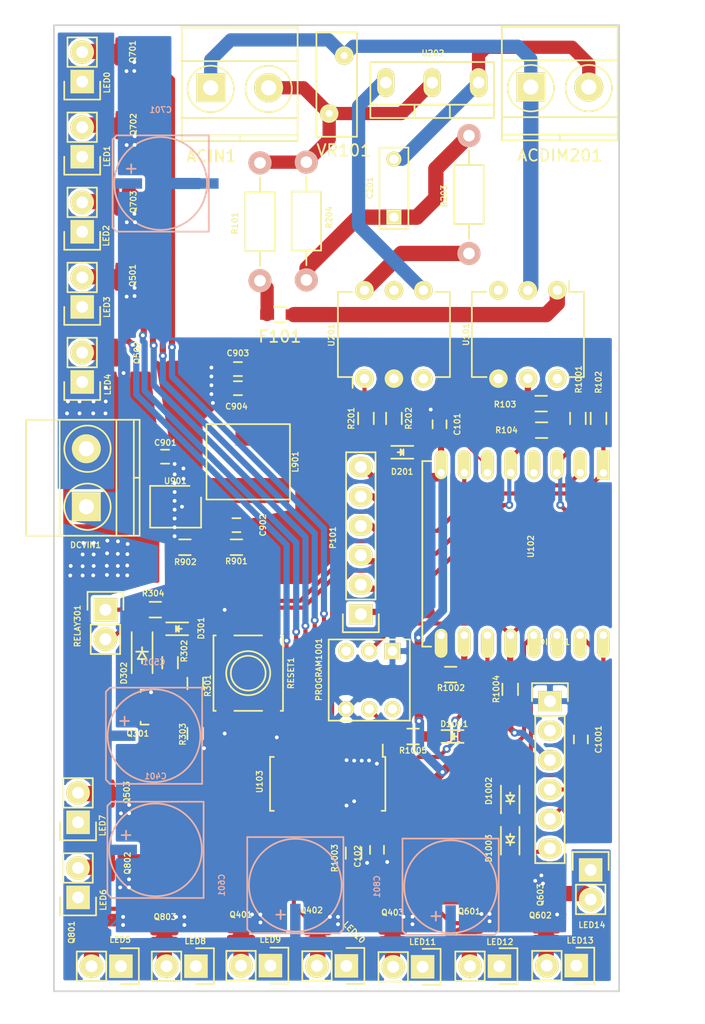
<source format=kicad_pcb>
(kicad_pcb (version 4) (host pcbnew 4.0.4-stable)
  (layers (0 F.Cu signal) (31 B.Cu signal) (34 B.Paste user) (35 F.Paste user) (36 B.SilkS user) (37 F.SilkS user) (38 B.Mask user) (39 F.Mask user) (44 Edge.Cuts user))
  (net 0 "")
  (net 1 +3V3)
  (net 2 GNDREF)
  (net 3 "Net-(C201-Pad1)")
  (net 4 +12V)
  (net 5 "Net-(C902-Pad2)")
  (net 6 /AC_CTRL1)
  (net 7 "Net-(D201-Pad1)")
  (net 8 "Net-(D301-Pad1)")
  (net 9 "Net-(D302-Pad1)")
  (net 10 "Net-(D302-Pad2)")
  (net 11 "Net-(L901-Pad1)")
  (net 12 GNDPWR)
  (net 13 HT)
  (net 14 /tx)
  (net 15 /rx)
  (net 16 "Net-(Q301-Pad1)")
  (net 17 /LED0_Control/On0)
  (net 18 /LED0_Control/On1)
  (net 19 /LED0_Control/On2)
  (net 20 /LED1_Control/On0)
  (net 21 /LED1_Control/On1)
  (net 22 /LED1_Control/On2)
  (net 23 /LED2_Control/On0)
  (net 24 /LED2_Control/On1)
  (net 25 /LED2_Control/On2)
  (net 26 /LED3_Control/On0)
  (net 27 /LED3_Control/On1)
  (net 28 /LED3_Control/On2)
  (net 29 /LED4_Control/On0)
  (net 30 /LED4_Control/On1)
  (net 31 /LED4_Control/On2)
  (net 32 "Net-(R102-Pad2)")
  (net 33 /ZX)
  (net 34 "Net-(R201-Pad2)")
  (net 35 "Net-(R203-Pad1)")
  (net 36 /AC_CTRL2)
  (net 37 /ch_pd)
  (net 38 /gpio15)
  (net 39 /I2C_SDA)
  (net 40 /gpio0)
  (net 41 "Net-(U101-Pad6)")
  (net 42 "Net-(U102-Pad4)")
  (net 43 /I2C_SCL)
  (net 44 "Net-(U103-Pad22)")
  (net 45 "Net-(U201-Pad4)")
  (net 46 "Net-(C1001-Pad1)")
  (net 47 "Net-(D1001-Pad1)")
  (net 48 "Net-(D1003-Pad1)")
  (net 49 "Net-(ACDIM201-Pad2)")
  (net 50 "Net-(FTDI1001-Pad2)")
  (net 51 "Net-(LED0-Pad2)")
  (net 52 "Net-(LED1-Pad2)")
  (net 53 "Net-(LED2-Pad2)")
  (net 54 "Net-(LED3-Pad2)")
  (net 55 "Net-(LED4-Pad2)")
  (net 56 "Net-(LED5-Pad2)")
  (net 57 "Net-(LED6-Pad2)")
  (net 58 "Net-(LED7-Pad2)")
  (net 59 "Net-(LED8-Pad2)")
  (net 60 "Net-(LED9-Pad2)")
  (net 61 "Net-(LED10-Pad2)")
  (net 62 "Net-(LED11-Pad2)")
  (net 63 "Net-(LED12-Pad2)")
  (net 64 "Net-(LED13-Pad2)")
  (net 65 "Net-(LED14-Pad2)")
  (net 66 "Net-(PROGRAM1001-Pad3)")
  (net 67 "Net-(PROGRAM1001-Pad5)")
  (net 68 "Net-(PROGRAM1001-Pad6)")
  (net 69 "Net-(P101-Pad1)")
  (net 70 "Net-(P101-Pad2)")
  (net 71 "Net-(P101-Pad3)")
  (net 72 "Net-(P101-Pad4)")
  (net 73 "Net-(P101-Pad5)")
  (net 74 "Net-(P101-Pad6)")
  (net 75 "Net-(U102-Pad19)")
  (net 76 "Net-(U102-Pad20)")
  (net 77 "Net-(F101-Pad1)")
  (net 78 "Net-(F101-Pad2)")
  (module TO_SOT_Packages_THT:TO-220_Neutral123_Vertical (layer F.Cu) (at 84.455 42.418 180)
    (fp_text reference U202 (at -0.0635 2.54 180) (layer F.SilkS) (effects (font (size 0.5 0.5) (thickness 0.1))))
    (fp_text value TRIAC)
    (pad 2 thru_hole oval (at 0 0 270) (size 2.49936 1.50114) (drill 1.00076) (layers *.Cu *.Mask F.SilkS) (net 13 HT))
    (pad 1 thru_hole oval (at -4 0 270) (size 2.49936 1.50114) (drill 1.00076) (layers *.Cu *.Mask F.SilkS) (net 49 "Net-(ACDIM201-Pad2)"))
    (pad 3 thru_hole oval (at 4 0 270) (size 2.49936 1.50114) (drill 1.00076) (layers *.Cu *.Mask F.SilkS) (net 45 "Net-(U201-Pad4)"))
  )
  (module Terminal_Blocks:TerminalBlock_Pheonix_MKDS1.5-2pol (layer F.Cu) (at 92.964 42.799)
    (fp_text reference ACDIM201 (at 2.5 5.9) (layer F.SilkS))
    (fp_text value CONN_01X02)
    (pad 2 thru_hole circle (at 5 0) (size 2.5 2.5) (drill 1.3) (layers *.Cu *.Mask F.SilkS) (net 49 "Net-(ACDIM201-Pad2)"))
    (pad 1 thru_hole rect (at 0 0) (size 2.5 2.5) (drill 1.3) (layers *.Cu *.Mask F.SilkS) (net 12 GNDPWR))
  )
  (module Terminal_Blocks:TerminalBlock_Pheonix_MKDS1.5-2pol (layer F.Cu) (at 65.3415 42.8625)
    (fp_text reference ACIN1 (at 0.0635 5.9) (layer F.SilkS))
    (fp_text value CONN_01X02)
    (pad 2 thru_hole circle (at 5 0) (size 2.5 2.5) (drill 1.3) (layers *.Cu *.Mask F.SilkS) (net 13 HT))
    (pad 1 thru_hole rect (at 0 0) (size 2.5 2.5) (drill 1.3) (layers *.Cu *.Mask F.SilkS) (net 12 GNDPWR))
  )
  (module Capacitors_ThroughHole:C_Rect_L7_W2.5_P5 (layer F.Cu) (at 81.153 54.022 90)
    (fp_text reference C201 (at 2.5235 -2.0828 90) (layer F.SilkS) (effects (font (size 0.5 0.5) (thickness 0.1))))
    (fp_text value .01u)
    (pad 1 thru_hole rect (at 0 0 90) (size 1.3 1.3) (drill 0.8) (layers *.Cu *.Mask F.SilkS) (net 3 "Net-(C201-Pad1)"))
    (pad 2 thru_hole circle (at 5 0 90) (size 1.3 1.3) (drill 0.8) (layers *.Cu *.Mask F.SilkS) (net 49 "Net-(ACDIM201-Pad2)"))
  )
  (module HouseFootprints:SOT-25 (layer F.Cu) (at 62.312603 78.994223 270)
    (fp_text reference U901 (at -2.222723 0.019103 360) (layer F.SilkS) (effects (font (size 0.5 0.5) (thickness 0.1))))
    (fp_text value XC9263)
    (pad 5 smd rect (at -0.95 -1.2 270) (size 0.7 1) (layers F.Cu F.Paste F.Mask) (net 11 "Net-(L901-Pad1)"))
    (pad 1 smd rect (at -0.95 1.2 270) (size 0.7 1) (layers F.Cu F.Paste F.Mask) (net 4 +12V))
    (pad 2 smd rect (at 0 1.2 270) (size 0.7 1) (layers F.Cu F.Paste F.Mask) (net 2 GNDREF))
    (pad 4 smd rect (at 0.95 -1.2 270) (size 0.7 1) (layers F.Cu F.Paste F.Mask) (net 5 "Net-(C902-Pad2)"))
    (pad 3 smd rect (at 0.95 1.2 270) (size 0.7 1) (layers F.Cu F.Paste F.Mask) (net 4 +12V))
  )
  (module Housings_DIP:DIP-6_W7.62mm (layer F.Cu) (at 78.613 67.945 90)
    (fp_text reference U201 (at 3.7465 -2.8575 90) (layer F.SilkS) (effects (font (size 0.5 0.5) (thickness 0.1))))
    (fp_text value MOC3020M)
    (pad 1 thru_hole oval (at 0 0 90) (size 1.6 1.6) (drill 0.8) (layers *.Cu *.Mask F.SilkS) (net 34 "Net-(R201-Pad2)"))
    (pad 2 thru_hole oval (at 0 2.54 90) (size 1.6 1.6) (drill 0.8) (layers *.Cu *.Mask F.SilkS) (net 2 GNDREF))
    (pad 3 thru_hole oval (at 0 5.08 90) (size 1.6 1.6) (drill 0.8) (layers *.Cu *.Mask F.SilkS))
    (pad 4 thru_hole oval (at 7.62 5.08 90) (size 1.6 1.6) (drill 0.8) (layers *.Cu *.Mask F.SilkS) (net 45 "Net-(U201-Pad4)"))
    (pad 5 thru_hole oval (at 7.62 2.54 90) (size 1.6 1.6) (drill 0.8) (layers *.Cu *.Mask F.SilkS))
    (pad 6 thru_hole oval (at 7.62 0 90) (size 1.6 1.6) (drill 0.8) (layers *.Cu *.Mask F.SilkS) (net 35 "Net-(R203-Pad1)"))
  )
  (module Housings_SSOP:TSSOP-28_4.4x9.7mm_Pitch0.65mm (layer F.Cu) (at 75.438562 102.891868 270)
    (fp_text reference U103 (at -0.186968 5.880662 270) (layer F.SilkS) (effects (font (size 0.5 0.5) (thickness 0.1))))
    (fp_text value PCA9685PW)
    (pad 1 smd rect (at -2.85 -4.225 270) (size 1.1 0.4) (layers F.Cu F.Paste F.Mask) (net 2 GNDREF))
    (pad 2 smd rect (at -2.85 -3.575 270) (size 1.1 0.4) (layers F.Cu F.Paste F.Mask) (net 2 GNDREF))
    (pad 3 smd rect (at -2.85 -2.925 270) (size 1.1 0.4) (layers F.Cu F.Paste F.Mask) (net 2 GNDREF))
    (pad 4 smd rect (at -2.85 -2.275 270) (size 1.1 0.4) (layers F.Cu F.Paste F.Mask) (net 2 GNDREF))
    (pad 5 smd rect (at -2.85 -1.625 270) (size 1.1 0.4) (layers F.Cu F.Paste F.Mask) (net 2 GNDREF))
    (pad 6 smd rect (at -2.85 -0.975 270) (size 1.1 0.4) (layers F.Cu F.Paste F.Mask) (net 26 /LED3_Control/On0))
    (pad 7 smd rect (at -2.85 -0.325 270) (size 1.1 0.4) (layers F.Cu F.Paste F.Mask) (net 27 /LED3_Control/On1))
    (pad 8 smd rect (at -2.85 0.325 270) (size 1.1 0.4) (layers F.Cu F.Paste F.Mask) (net 28 /LED3_Control/On2))
    (pad 9 smd rect (at -2.85 0.975 270) (size 1.1 0.4) (layers F.Cu F.Paste F.Mask) (net 20 /LED1_Control/On0))
    (pad 10 smd rect (at -2.85 1.625 270) (size 1.1 0.4) (layers F.Cu F.Paste F.Mask) (net 21 /LED1_Control/On1))
    (pad 11 smd rect (at -2.85 2.275 270) (size 1.1 0.4) (layers F.Cu F.Paste F.Mask) (net 29 /LED4_Control/On0))
    (pad 12 smd rect (at -2.85 2.925 270) (size 1.1 0.4) (layers F.Cu F.Paste F.Mask) (net 30 /LED4_Control/On1))
    (pad 13 smd rect (at -2.85 3.575 270) (size 1.1 0.4) (layers F.Cu F.Paste F.Mask) (net 22 /LED1_Control/On2))
    (pad 14 smd rect (at -2.85 4.225 270) (size 1.1 0.4) (layers F.Cu F.Paste F.Mask) (net 2 GNDREF))
    (pad 15 smd rect (at 2.85 4.225 270) (size 1.1 0.4) (layers F.Cu F.Paste F.Mask) (net 31 /LED4_Control/On2))
    (pad 16 smd rect (at 2.85 3.575 270) (size 1.1 0.4) (layers F.Cu F.Paste F.Mask) (net 17 /LED0_Control/On0))
    (pad 17 smd rect (at 2.85 2.925 270) (size 1.1 0.4) (layers F.Cu F.Paste F.Mask) (net 18 /LED0_Control/On1))
    (pad 18 smd rect (at 2.85 2.275 270) (size 1.1 0.4) (layers F.Cu F.Paste F.Mask) (net 19 /LED0_Control/On2))
    (pad 19 smd rect (at 2.85 1.625 270) (size 1.1 0.4) (layers F.Cu F.Paste F.Mask) (net 23 /LED2_Control/On0))
    (pad 20 smd rect (at 2.85 0.975 270) (size 1.1 0.4) (layers F.Cu F.Paste F.Mask) (net 24 /LED2_Control/On1))
    (pad 21 smd rect (at 2.85 0.325 270) (size 1.1 0.4) (layers F.Cu F.Paste F.Mask) (net 25 /LED2_Control/On2))
    (pad 22 smd rect (at 2.85 -0.325 270) (size 1.1 0.4) (layers F.Cu F.Paste F.Mask) (net 44 "Net-(U103-Pad22)"))
    (pad 23 smd rect (at 2.85 -0.975 270) (size 1.1 0.4) (layers F.Cu F.Paste F.Mask) (net 75 "Net-(U102-Pad19)"))
    (pad 24 smd rect (at 2.85 -1.625 270) (size 1.1 0.4) (layers F.Cu F.Paste F.Mask) (net 2 GNDREF))
    (pad 25 smd rect (at 2.85 -2.275 270) (size 1.1 0.4) (layers F.Cu F.Paste F.Mask) (net 2 GNDREF))
    (pad 26 smd rect (at 2.85 -2.925 270) (size 1.1 0.4) (layers F.Cu F.Paste F.Mask) (net 43 /I2C_SCL))
    (pad 27 smd rect (at 2.85 -3.575 270) (size 1.1 0.4) (layers F.Cu F.Paste F.Mask) (net 39 /I2C_SDA))
    (pad 28 smd rect (at 2.85 -4.225 270) (size 1.1 0.4) (layers F.Cu F.Paste F.Mask) (net 1 +3V3))
  )
  (module Housings_DIP:DIP-6_W7.62mm (layer F.Cu) (at 95.25 60.325 270)
    (fp_text reference U101 (at 3.81 7.874 270) (layer F.SilkS) (effects (font (size 0.5 0.5) (thickness 0.1))))
    (fp_text value H11AA11)
    (pad 1 thru_hole oval (at 0 0 270) (size 1.6 1.6) (drill 0.8) (layers *.Cu *.Mask F.SilkS) (net 77 "Net-(F101-Pad1)"))
    (pad 2 thru_hole oval (at 0 2.54 270) (size 1.6 1.6) (drill 0.8) (layers *.Cu *.Mask F.SilkS) (net 12 GNDPWR))
    (pad 3 thru_hole oval (at 0 5.08 270) (size 1.6 1.6) (drill 0.8) (layers *.Cu *.Mask F.SilkS))
    (pad 4 thru_hole oval (at 7.62 5.08 270) (size 1.6 1.6) (drill 0.8) (layers *.Cu *.Mask F.SilkS) (net 2 GNDREF))
    (pad 5 thru_hole oval (at 7.62 2.54 270) (size 1.6 1.6) (drill 0.8) (layers *.Cu *.Mask F.SilkS) (net 33 /ZX))
    (pad 6 thru_hole oval (at 7.62 0 270) (size 1.6 1.6) (drill 0.8) (layers *.Cu *.Mask F.SilkS) (net 41 "Net-(U101-Pad6)"))
  )
  (module Resistors_SMD:R_0603_HandSoldering (layer F.Cu) (at 91.186 94.742 270)
    (fp_text reference R1004 (at -0.0254 1.2065 270) (layer F.SilkS) (effects (font (size 0.5 0.5) (thickness 0.1))))
    (fp_text value 10k)
    (pad 1 smd rect (at -1.1 0 270) (size 1.2 0.9) (layers F.Cu F.Paste F.Mask) (net 40 /gpio0))
    (pad 2 smd rect (at 1.1 0 270) (size 1.2 0.9) (layers F.Cu F.Paste F.Mask) (net 1 +3V3))
  )
  (module Resistors_SMD:R_0603_HandSoldering (layer F.Cu) (at 77.6732 108.8644 90)
    (fp_text reference R1003 (at -0.43688 -1.63068 90) (layer F.SilkS) (effects (font (size 0.5 0.5) (thickness 0.1))))
    (fp_text value 10k)
    (pad 1 smd rect (at -1.1 0 90) (size 1.2 0.9) (layers F.Cu F.Paste F.Mask) (net 1 +3V3))
    (pad 2 smd rect (at 1.1 0 90) (size 1.2 0.9) (layers F.Cu F.Paste F.Mask) (net 39 /I2C_SDA))
  )
  (module Resistors_SMD:R_0603_HandSoldering (layer F.Cu) (at 86.04758 93.472)
    (fp_text reference R1002 (at 0.0254 1.143) (layer F.SilkS) (effects (font (size 0.5 0.5) (thickness 0.1))))
    (fp_text value 10k)
    (pad 1 smd rect (at -1.1 0) (size 1.2 0.9) (layers F.Cu F.Paste F.Mask) (net 2 GNDREF))
    (pad 2 smd rect (at 1.1 0) (size 1.2 0.9) (layers F.Cu F.Paste F.Mask) (net 38 /gpio15))
  )
  (module Resistors_SMD:R_0603_HandSoldering (layer F.Cu) (at 97.028 71.374 270)
    (fp_text reference R1001 (at -3.3655 -0.0635 270) (layer F.SilkS) (effects (font (size 0.5 0.5) (thickness 0.1))))
    (fp_text value 10k)
    (pad 1 smd rect (at -1.1 0 270) (size 1.2 0.9) (layers F.Cu F.Paste F.Mask) (net 1 +3V3))
    (pad 2 smd rect (at 1.1 0 270) (size 1.2 0.9) (layers F.Cu F.Paste F.Mask) (net 37 /ch_pd))
  )
  (module Resistors_SMD:R_0603_HandSoldering (layer F.Cu) (at 63.119 82.4865 180)
    (fp_text reference R902 (at -0.0381 -1.27 180) (layer F.SilkS) (effects (font (size 0.5 0.5) (thickness 0.1))))
    (fp_text value 10k)
    (pad 1 smd rect (at -1.1 0 180) (size 1.2 0.9) (layers F.Cu F.Paste F.Mask) (net 5 "Net-(C902-Pad2)"))
    (pad 2 smd rect (at 1.1 0 180) (size 1.2 0.9) (layers F.Cu F.Paste F.Mask) (net 2 GNDREF))
  )
  (module Resistors_SMD:R_0603_HandSoldering (layer F.Cu) (at 67.564 82.4865 180)
    (fp_text reference R901 (at 0 -1.2065 180) (layer F.SilkS) (effects (font (size 0.5 0.5) (thickness 0.1))))
    (fp_text value 34.0k)
    (pad 1 smd rect (at -1.1 0 180) (size 1.2 0.9) (layers F.Cu F.Paste F.Mask) (net 1 +3V3))
    (pad 2 smd rect (at 1.1 0 180) (size 1.2 0.9) (layers F.Cu F.Paste F.Mask) (net 5 "Net-(C902-Pad2)"))
  )
  (module Resistors_SMD:R_0603_HandSoldering (layer F.Cu) (at 60.5663 87.8713 180)
    (fp_text reference R304 (at 0.1905 1.4097 180) (layer F.SilkS) (effects (font (size 0.5 0.5) (thickness 0.1))))
    (fp_text value 100)
    (pad 1 smd rect (at -1.1 0 180) (size 1.2 0.9) (layers F.Cu F.Paste F.Mask) (net 1 +3V3))
    (pad 2 smd rect (at 1.1 0 180) (size 1.2 0.9) (layers F.Cu F.Paste F.Mask) (net 9 "Net-(D302-Pad1)"))
  )
  (module Resistors_SMD:R_0603_HandSoldering (layer F.Cu) (at 64.008 98.552 270)
    (fp_text reference R303 (at 0.0635 1.0795 270) (layer F.SilkS) (effects (font (size 0.5 0.5) (thickness 0.1))))
    (fp_text value 10k)
    (pad 1 smd rect (at -1.1 0 270) (size 1.2 0.9) (layers F.Cu F.Paste F.Mask) (net 16 "Net-(Q301-Pad1)"))
    (pad 2 smd rect (at 1.1 0 270) (size 1.2 0.9) (layers F.Cu F.Paste F.Mask) (net 2 GNDREF))
  )
  (module Resistors_SMD:R_0603_HandSoldering (layer F.Cu) (at 61.8363 92.4433 270)
    (fp_text reference R302 (at -1.0033 -1.2192 450) (layer F.SilkS) (effects (font (size 0.5 0.5) (thickness 0.1))))
    (fp_text value 1k)
    (pad 1 smd rect (at -1.1 0 270) (size 1.2 0.9) (layers F.Cu F.Paste F.Mask) (net 8 "Net-(D301-Pad1)"))
    (pad 2 smd rect (at 1.1 0 270) (size 1.2 0.9) (layers F.Cu F.Paste F.Mask) (net 10 "Net-(D302-Pad2)"))
  )
  (module Resistors_SMD:R_0603_HandSoldering (layer F.Cu) (at 64.008 94.234 270)
    (fp_text reference R301 (at 0.1905 -1.0795 270) (layer F.SilkS) (effects (font (size 0.5 0.5) (thickness 0.1))))
    (fp_text value 1k)
    (pad 1 smd rect (at -1.1 0 270) (size 1.2 0.9) (layers F.Cu F.Paste F.Mask) (net 36 /AC_CTRL2))
    (pad 2 smd rect (at 1.1 0 270) (size 1.2 0.9) (layers F.Cu F.Paste F.Mask) (net 16 "Net-(Q301-Pad1)"))
  )
  (module Resistors_SMD:R_0603_HandSoldering (layer F.Cu) (at 81.153 71.374 270)
    (fp_text reference R202 (at 0 -1.27 270) (layer F.SilkS) (effects (font (size 0.5 0.5) (thickness 0.1))))
    (fp_text value 1k)
    (pad 1 smd rect (at -1.1 0 270) (size 1.2 0.9) (layers F.Cu F.Paste F.Mask) (net 2 GNDREF))
    (pad 2 smd rect (at 1.1 0 270) (size 1.2 0.9) (layers F.Cu F.Paste F.Mask) (net 7 "Net-(D201-Pad1)"))
  )
  (module Resistors_SMD:R_0603_HandSoldering (layer F.Cu) (at 78.74 71.374 90)
    (fp_text reference R201 (at 0 -1.27 90) (layer F.SilkS) (effects (font (size 0.5 0.5) (thickness 0.1))))
    (fp_text value 1k)
    (pad 1 smd rect (at -1.1 0 90) (size 1.2 0.9) (layers F.Cu F.Paste F.Mask) (net 6 /AC_CTRL1))
    (pad 2 smd rect (at 1.1 0 90) (size 1.2 0.9) (layers F.Cu F.Paste F.Mask) (net 34 "Net-(R201-Pad2)"))
  )
  (module Resistors_SMD:R_0603_HandSoldering (layer F.Cu) (at 93.853 70.104 180)
    (fp_text reference R103 (at 3.1115 -0.0635 180) (layer F.SilkS) (effects (font (size 0.5 0.5) (thickness 0.1))))
    (fp_text value 10k)
    (pad 1 smd rect (at -1.1 0 180) (size 1.2 0.9) (layers F.Cu F.Paste F.Mask) (net 1 +3V3))
    (pad 2 smd rect (at 1.1 0 180) (size 1.2 0.9) (layers F.Cu F.Paste F.Mask) (net 33 /ZX))
  )
  (module Resistors_SMD:R_0603_HandSoldering (layer F.Cu) (at 98.806 71.374 270)
    (fp_text reference R102 (at -3.1115 0 270) (layer F.SilkS) (effects (font (size 0.5 0.5) (thickness 0.1))))
    (fp_text value 10k)
    (pad 1 smd rect (at -1.1 0 270) (size 1.2 0.9) (layers F.Cu F.Paste F.Mask) (net 1 +3V3))
    (pad 2 smd rect (at 1.1 0 270) (size 1.2 0.9) (layers F.Cu F.Paste F.Mask) (net 32 "Net-(R102-Pad2)"))
  )
  (module HouseFootprints:MicroFET-6 (layer F.Cu) (at 61.343501 115.697 90)
    (fp_text reference Q803 (at 1.3335 0.060999 180) (layer F.SilkS) (effects (font (size 0.5 0.5) (thickness 0.1))))
    (fp_text value FDMA410NZT)
    (pad 1 smd rect (at 0 0 90) (size 1.5 0.85) (layers F.Cu F.Paste F.Mask) (net 59 "Net-(LED8-Pad2)"))
    (pad 1 smd rect (at -0.65 0.95 90) (size 0.3 0.5) (layers F.Cu F.Paste F.Mask) (net 59 "Net-(LED8-Pad2)"))
    (pad 1 smd rect (at 0 -0.95 90) (size 0.3 0.5) (layers F.Cu F.Paste F.Mask) (net 59 "Net-(LED8-Pad2)"))
    (pad 2 smd rect (at 0.65 -0.95 90) (size 0.3 0.5) (layers F.Cu F.Paste F.Mask) (net 31 /LED4_Control/On2))
    (pad 1 smd rect (at -0.65 -0.95 90) (size 0.3 0.5) (layers F.Cu F.Paste F.Mask) (net 59 "Net-(LED8-Pad2)"))
    (pad 1 smd rect (at 0 0.95 90) (size 0.3 0.5) (layers F.Cu F.Paste F.Mask) (net 59 "Net-(LED8-Pad2)"))
    (pad 3 smd rect (at 0.65 0.95 90) (size 0.3 0.5) (layers F.Cu F.Paste F.Mask) (net 2 GNDREF))
  )
  (module HouseFootprints:MicroFET-6 (layer F.Cu) (at 56.8198 110.086101)
    (fp_text reference Q802 (at 1.3462 -0.358101 90) (layer F.SilkS) (effects (font (size 0.5 0.5) (thickness 0.1))))
    (fp_text value FDMA410NZT)
    (pad 1 smd rect (at 0 0) (size 1.5 0.85) (layers F.Cu F.Paste F.Mask) (net 57 "Net-(LED6-Pad2)"))
    (pad 1 smd rect (at -0.65 0.95) (size 0.3 0.5) (layers F.Cu F.Paste F.Mask) (net 57 "Net-(LED6-Pad2)"))
    (pad 1 smd rect (at 0 -0.95) (size 0.3 0.5) (layers F.Cu F.Paste F.Mask) (net 57 "Net-(LED6-Pad2)"))
    (pad 2 smd rect (at 0.65 -0.95) (size 0.3 0.5) (layers F.Cu F.Paste F.Mask) (net 30 /LED4_Control/On1))
    (pad 1 smd rect (at -0.65 -0.95) (size 0.3 0.5) (layers F.Cu F.Paste F.Mask) (net 57 "Net-(LED6-Pad2)"))
    (pad 1 smd rect (at 0 0.95) (size 0.3 0.5) (layers F.Cu F.Paste F.Mask) (net 57 "Net-(LED6-Pad2)"))
    (pad 3 smd rect (at 0.65 0.95) (size 0.3 0.5) (layers F.Cu F.Paste F.Mask) (net 2 GNDREF))
  )
  (module HouseFootprints:MicroFET-6 (layer F.Cu) (at 55.0545 115.697 90)
    (fp_text reference Q801 (at 0 -1.7145 90) (layer F.SilkS) (effects (font (size 0.5 0.5) (thickness 0.1))))
    (fp_text value FDMA410NZT)
    (pad 1 smd rect (at 0 0 90) (size 1.5 0.85) (layers F.Cu F.Paste F.Mask) (net 56 "Net-(LED5-Pad2)"))
    (pad 1 smd rect (at -0.65 0.95 90) (size 0.3 0.5) (layers F.Cu F.Paste F.Mask) (net 56 "Net-(LED5-Pad2)"))
    (pad 1 smd rect (at 0 -0.95 90) (size 0.3 0.5) (layers F.Cu F.Paste F.Mask) (net 56 "Net-(LED5-Pad2)"))
    (pad 2 smd rect (at 0.65 -0.95 90) (size 0.3 0.5) (layers F.Cu F.Paste F.Mask) (net 29 /LED4_Control/On0))
    (pad 1 smd rect (at -0.65 -0.95 90) (size 0.3 0.5) (layers F.Cu F.Paste F.Mask) (net 56 "Net-(LED5-Pad2)"))
    (pad 1 smd rect (at 0 0.95 90) (size 0.3 0.5) (layers F.Cu F.Paste F.Mask) (net 56 "Net-(LED5-Pad2)"))
    (pad 3 smd rect (at 0.65 0.95 90) (size 0.3 0.5) (layers F.Cu F.Paste F.Mask) (net 2 GNDREF))
  )
  (module HouseFootprints:MicroFET-6 (layer F.Cu) (at 57.2874 52.6821)
    (fp_text reference Q703 (at 1.3866 0.0229 90) (layer F.SilkS) (effects (font (size 0.5 0.5) (thickness 0.1))))
    (fp_text value FDMA410NZT)
    (pad 1 smd rect (at 0 0) (size 1.5 0.85) (layers F.Cu F.Paste F.Mask) (net 53 "Net-(LED2-Pad2)"))
    (pad 1 smd rect (at -0.65 0.95) (size 0.3 0.5) (layers F.Cu F.Paste F.Mask) (net 53 "Net-(LED2-Pad2)"))
    (pad 1 smd rect (at 0 -0.95) (size 0.3 0.5) (layers F.Cu F.Paste F.Mask) (net 53 "Net-(LED2-Pad2)"))
    (pad 2 smd rect (at 0.65 -0.95) (size 0.3 0.5) (layers F.Cu F.Paste F.Mask) (net 28 /LED3_Control/On2))
    (pad 1 smd rect (at -0.65 -0.95) (size 0.3 0.5) (layers F.Cu F.Paste F.Mask) (net 53 "Net-(LED2-Pad2)"))
    (pad 1 smd rect (at 0 0.95) (size 0.3 0.5) (layers F.Cu F.Paste F.Mask) (net 53 "Net-(LED2-Pad2)"))
    (pad 3 smd rect (at 0.65 0.95) (size 0.3 0.5) (layers F.Cu F.Paste F.Mask) (net 2 GNDREF))
  )
  (module HouseFootprints:MicroFET-6 (layer F.Cu) (at 57.3024 46.078101)
    (fp_text reference Q702 (at 1.3716 -0.040601 90) (layer F.SilkS) (effects (font (size 0.5 0.5) (thickness 0.1))))
    (fp_text value FDMA410NZT)
    (pad 1 smd rect (at 0 0) (size 1.5 0.85) (layers F.Cu F.Paste F.Mask) (net 52 "Net-(LED1-Pad2)"))
    (pad 1 smd rect (at -0.65 0.95) (size 0.3 0.5) (layers F.Cu F.Paste F.Mask) (net 52 "Net-(LED1-Pad2)"))
    (pad 1 smd rect (at 0 -0.95) (size 0.3 0.5) (layers F.Cu F.Paste F.Mask) (net 52 "Net-(LED1-Pad2)"))
    (pad 2 smd rect (at 0.65 -0.95) (size 0.3 0.5) (layers F.Cu F.Paste F.Mask) (net 27 /LED3_Control/On1))
    (pad 1 smd rect (at -0.65 -0.95) (size 0.3 0.5) (layers F.Cu F.Paste F.Mask) (net 52 "Net-(LED1-Pad2)"))
    (pad 1 smd rect (at 0 0.95) (size 0.3 0.5) (layers F.Cu F.Paste F.Mask) (net 52 "Net-(LED1-Pad2)"))
    (pad 3 smd rect (at 0.65 0.95) (size 0.3 0.5) (layers F.Cu F.Paste F.Mask) (net 2 GNDREF))
  )
  (module HouseFootprints:MicroFET-6 (layer F.Cu) (at 57.287401 39.7281)
    (fp_text reference Q701 (at 1.323099 0.0229 90) (layer F.SilkS) (effects (font (size 0.5 0.5) (thickness 0.1))))
    (fp_text value FDMA410NZT)
    (pad 1 smd rect (at 0 0) (size 1.5 0.85) (layers F.Cu F.Paste F.Mask) (net 51 "Net-(LED0-Pad2)"))
    (pad 1 smd rect (at -0.65 0.95) (size 0.3 0.5) (layers F.Cu F.Paste F.Mask) (net 51 "Net-(LED0-Pad2)"))
    (pad 1 smd rect (at 0 -0.95) (size 0.3 0.5) (layers F.Cu F.Paste F.Mask) (net 51 "Net-(LED0-Pad2)"))
    (pad 2 smd rect (at 0.65 -0.95) (size 0.3 0.5) (layers F.Cu F.Paste F.Mask) (net 26 /LED3_Control/On0))
    (pad 1 smd rect (at -0.65 -0.95) (size 0.3 0.5) (layers F.Cu F.Paste F.Mask) (net 51 "Net-(LED0-Pad2)"))
    (pad 1 smd rect (at 0 0.95) (size 0.3 0.5) (layers F.Cu F.Paste F.Mask) (net 51 "Net-(LED0-Pad2)"))
    (pad 3 smd rect (at 0.65 0.95) (size 0.3 0.5) (layers F.Cu F.Paste F.Mask) (net 2 GNDREF))
  )
  (module HouseFootprints:MicroFET-6 (layer F.Cu) (at 95.03942 112.35432 180)
    (fp_text reference Q603 (at 1.24992 -0.10418 270) (layer F.SilkS) (effects (font (size 0.5 0.5) (thickness 0.1))))
    (fp_text value FDMA410NZT)
    (pad 1 smd rect (at 0 0 180) (size 1.5 0.85) (layers F.Cu F.Paste F.Mask) (net 65 "Net-(LED14-Pad2)"))
    (pad 1 smd rect (at -0.65 0.95 180) (size 0.3 0.5) (layers F.Cu F.Paste F.Mask) (net 65 "Net-(LED14-Pad2)"))
    (pad 1 smd rect (at 0 -0.95 180) (size 0.3 0.5) (layers F.Cu F.Paste F.Mask) (net 65 "Net-(LED14-Pad2)"))
    (pad 2 smd rect (at 0.65 -0.95 180) (size 0.3 0.5) (layers F.Cu F.Paste F.Mask) (net 25 /LED2_Control/On2))
    (pad 1 smd rect (at -0.65 -0.95 180) (size 0.3 0.5) (layers F.Cu F.Paste F.Mask) (net 65 "Net-(LED14-Pad2)"))
    (pad 1 smd rect (at 0 0.95 180) (size 0.3 0.5) (layers F.Cu F.Paste F.Mask) (net 65 "Net-(LED14-Pad2)"))
    (pad 3 smd rect (at 0.65 0.95 180) (size 0.3 0.5) (layers F.Cu F.Paste F.Mask) (net 2 GNDREF))
  )
  (module HouseFootprints:MicroFET-6 (layer F.Cu) (at 94.2873 115.5342 90)
    (fp_text reference Q602 (at 1.2977 -0.4978 180) (layer F.SilkS) (effects (font (size 0.5 0.5) (thickness 0.1))))
    (fp_text value FDMA410NZT)
    (pad 1 smd rect (at 0 0 90) (size 1.5 0.85) (layers F.Cu F.Paste F.Mask) (net 64 "Net-(LED13-Pad2)"))
    (pad 1 smd rect (at -0.65 0.95 90) (size 0.3 0.5) (layers F.Cu F.Paste F.Mask) (net 64 "Net-(LED13-Pad2)"))
    (pad 1 smd rect (at 0 -0.95 90) (size 0.3 0.5) (layers F.Cu F.Paste F.Mask) (net 64 "Net-(LED13-Pad2)"))
    (pad 2 smd rect (at 0.65 -0.95 90) (size 0.3 0.5) (layers F.Cu F.Paste F.Mask) (net 24 /LED2_Control/On1))
    (pad 1 smd rect (at -0.65 -0.95 90) (size 0.3 0.5) (layers F.Cu F.Paste F.Mask) (net 64 "Net-(LED13-Pad2)"))
    (pad 1 smd rect (at 0 0.95 90) (size 0.3 0.5) (layers F.Cu F.Paste F.Mask) (net 64 "Net-(LED13-Pad2)"))
    (pad 3 smd rect (at 0.65 0.95 90) (size 0.3 0.5) (layers F.Cu F.Paste F.Mask) (net 2 GNDREF))
  )
  (module HouseFootprints:MicroFET-6 (layer F.Cu) (at 87.6579 115.555 90)
    (fp_text reference Q601 (at 1.66648 -0.00758 180) (layer F.SilkS) (effects (font (size 0.5 0.5) (thickness 0.1))))
    (fp_text value FDMA410NZT)
    (pad 1 smd rect (at 0 0 90) (size 1.5 0.85) (layers F.Cu F.Paste F.Mask) (net 63 "Net-(LED12-Pad2)"))
    (pad 1 smd rect (at -0.65 0.95 90) (size 0.3 0.5) (layers F.Cu F.Paste F.Mask) (net 63 "Net-(LED12-Pad2)"))
    (pad 1 smd rect (at 0 -0.95 90) (size 0.3 0.5) (layers F.Cu F.Paste F.Mask) (net 63 "Net-(LED12-Pad2)"))
    (pad 2 smd rect (at 0.65 -0.95 90) (size 0.3 0.5) (layers F.Cu F.Paste F.Mask) (net 23 /LED2_Control/On0))
    (pad 1 smd rect (at -0.65 -0.95 90) (size 0.3 0.5) (layers F.Cu F.Paste F.Mask) (net 63 "Net-(LED12-Pad2)"))
    (pad 1 smd rect (at 0 0.95 90) (size 0.3 0.5) (layers F.Cu F.Paste F.Mask) (net 63 "Net-(LED12-Pad2)"))
    (pad 3 smd rect (at 0.65 0.95 90) (size 0.3 0.5) (layers F.Cu F.Paste F.Mask) (net 2 GNDREF))
  )
  (module HouseFootprints:MicroFET-6 (layer F.Cu) (at 56.8048 103.7311)
    (fp_text reference Q503 (at 1.2977 -0.0991 90) (layer F.SilkS) (effects (font (size 0.5 0.5) (thickness 0.1))))
    (fp_text value FDMA410NZT)
    (pad 1 smd rect (at 0 0) (size 1.5 0.85) (layers F.Cu F.Paste F.Mask) (net 58 "Net-(LED7-Pad2)"))
    (pad 1 smd rect (at -0.65 0.95) (size 0.3 0.5) (layers F.Cu F.Paste F.Mask) (net 58 "Net-(LED7-Pad2)"))
    (pad 1 smd rect (at 0 -0.95) (size 0.3 0.5) (layers F.Cu F.Paste F.Mask) (net 58 "Net-(LED7-Pad2)"))
    (pad 2 smd rect (at 0.65 -0.95) (size 0.3 0.5) (layers F.Cu F.Paste F.Mask) (net 22 /LED1_Control/On2))
    (pad 1 smd rect (at -0.65 -0.95) (size 0.3 0.5) (layers F.Cu F.Paste F.Mask) (net 58 "Net-(LED7-Pad2)"))
    (pad 1 smd rect (at 0 0.95) (size 0.3 0.5) (layers F.Cu F.Paste F.Mask) (net 58 "Net-(LED7-Pad2)"))
    (pad 3 smd rect (at 0.65 0.95) (size 0.3 0.5) (layers F.Cu F.Paste F.Mask) (net 2 GNDREF))
  )
  (module HouseFootprints:MicroFET-6 (layer F.Cu) (at 57.175401 65.6971)
    (fp_text reference Q502 (at 1.816099 0.0127 90) (layer F.SilkS) (effects (font (size 0.5 0.5) (thickness 0.1))))
    (fp_text value FDMA410NZT)
    (pad 1 smd rect (at 0 0) (size 1.5 0.85) (layers F.Cu F.Paste F.Mask) (net 55 "Net-(LED4-Pad2)"))
    (pad 1 smd rect (at -0.65 0.95) (size 0.3 0.5) (layers F.Cu F.Paste F.Mask) (net 55 "Net-(LED4-Pad2)"))
    (pad 1 smd rect (at 0 -0.95) (size 0.3 0.5) (layers F.Cu F.Paste F.Mask) (net 55 "Net-(LED4-Pad2)"))
    (pad 2 smd rect (at 0.65 -0.95) (size 0.3 0.5) (layers F.Cu F.Paste F.Mask) (net 21 /LED1_Control/On1))
    (pad 1 smd rect (at -0.65 -0.95) (size 0.3 0.5) (layers F.Cu F.Paste F.Mask) (net 55 "Net-(LED4-Pad2)"))
    (pad 1 smd rect (at 0 0.95) (size 0.3 0.5) (layers F.Cu F.Paste F.Mask) (net 55 "Net-(LED4-Pad2)"))
    (pad 3 smd rect (at 0.65 0.95) (size 0.3 0.5) (layers F.Cu F.Paste F.Mask) (net 2 GNDREF))
  )
  (module HouseFootprints:MicroFET-6 (layer F.Cu) (at 57.2874 59.1591)
    (fp_text reference Q501 (at 1.3231 -0.1041 90) (layer F.SilkS) (effects (font (size 0.5 0.5) (thickness 0.1))))
    (fp_text value FDMA410NZT)
    (pad 1 smd rect (at 0 0) (size 1.5 0.85) (layers F.Cu F.Paste F.Mask) (net 54 "Net-(LED3-Pad2)"))
    (pad 1 smd rect (at -0.65 0.95) (size 0.3 0.5) (layers F.Cu F.Paste F.Mask) (net 54 "Net-(LED3-Pad2)"))
    (pad 1 smd rect (at 0 -0.95) (size 0.3 0.5) (layers F.Cu F.Paste F.Mask) (net 54 "Net-(LED3-Pad2)"))
    (pad 2 smd rect (at 0.65 -0.95) (size 0.3 0.5) (layers F.Cu F.Paste F.Mask) (net 20 /LED1_Control/On0))
    (pad 1 smd rect (at -0.65 -0.95) (size 0.3 0.5) (layers F.Cu F.Paste F.Mask) (net 54 "Net-(LED3-Pad2)"))
    (pad 1 smd rect (at 0 0.95) (size 0.3 0.5) (layers F.Cu F.Paste F.Mask) (net 54 "Net-(LED3-Pad2)"))
    (pad 3 smd rect (at 0.65 0.95) (size 0.3 0.5) (layers F.Cu F.Paste F.Mask) (net 2 GNDREF))
  )
  (module HouseFootprints:MicroFET-6 (layer F.Cu) (at 81.0285 115.6358 90)
    (fp_text reference Q403 (at 1.64568 0.01782 180) (layer F.SilkS) (effects (font (size 0.5 0.5) (thickness 0.1))))
    (fp_text value FDMA410NZT)
    (pad 1 smd rect (at 0 0 90) (size 1.5 0.85) (layers F.Cu F.Paste F.Mask) (net 62 "Net-(LED11-Pad2)"))
    (pad 1 smd rect (at -0.65 0.95 90) (size 0.3 0.5) (layers F.Cu F.Paste F.Mask) (net 62 "Net-(LED11-Pad2)"))
    (pad 1 smd rect (at 0 -0.95 90) (size 0.3 0.5) (layers F.Cu F.Paste F.Mask) (net 62 "Net-(LED11-Pad2)"))
    (pad 2 smd rect (at 0.65 -0.95 90) (size 0.3 0.5) (layers F.Cu F.Paste F.Mask) (net 19 /LED0_Control/On2))
    (pad 1 smd rect (at -0.65 -0.95 90) (size 0.3 0.5) (layers F.Cu F.Paste F.Mask) (net 62 "Net-(LED11-Pad2)"))
    (pad 1 smd rect (at 0 0.95 90) (size 0.3 0.5) (layers F.Cu F.Paste F.Mask) (net 62 "Net-(LED11-Pad2)"))
    (pad 3 smd rect (at 0.65 0.95 90) (size 0.3 0.5) (layers F.Cu F.Paste F.Mask) (net 2 GNDREF))
  )
  (module HouseFootprints:MicroFET-6 (layer F.Cu) (at 74.5769 115.6866 90)
    (fp_text reference Q402 (at 1.8946 -0.5359 180) (layer F.SilkS) (effects (font (size 0.5 0.5) (thickness 0.1))))
    (fp_text value FDMA410NZT)
    (pad 1 smd rect (at 0 0 90) (size 1.5 0.85) (layers F.Cu F.Paste F.Mask) (net 61 "Net-(LED10-Pad2)"))
    (pad 1 smd rect (at -0.65 0.95 90) (size 0.3 0.5) (layers F.Cu F.Paste F.Mask) (net 61 "Net-(LED10-Pad2)"))
    (pad 1 smd rect (at 0 -0.95 90) (size 0.3 0.5) (layers F.Cu F.Paste F.Mask) (net 61 "Net-(LED10-Pad2)"))
    (pad 2 smd rect (at 0.65 -0.95 90) (size 0.3 0.5) (layers F.Cu F.Paste F.Mask) (net 18 /LED0_Control/On1))
    (pad 1 smd rect (at -0.65 -0.95 90) (size 0.3 0.5) (layers F.Cu F.Paste F.Mask) (net 61 "Net-(LED10-Pad2)"))
    (pad 1 smd rect (at 0 0.95 90) (size 0.3 0.5) (layers F.Cu F.Paste F.Mask) (net 61 "Net-(LED10-Pad2)"))
    (pad 3 smd rect (at 0.65 0.95 90) (size 0.3 0.5) (layers F.Cu F.Paste F.Mask) (net 2 GNDREF))
  )
  (module HouseFootprints:MicroFET-6 (layer F.Cu) (at 67.9577 115.5192 90)
    (fp_text reference Q401 (at 1.3462 -0.0127 180) (layer F.SilkS) (effects (font (size 0.5 0.5) (thickness 0.1))))
    (fp_text value FDMA410NZT)
    (pad 1 smd rect (at 0 0 90) (size 1.5 0.85) (layers F.Cu F.Paste F.Mask) (net 60 "Net-(LED9-Pad2)"))
    (pad 1 smd rect (at -0.65 0.95 90) (size 0.3 0.5) (layers F.Cu F.Paste F.Mask) (net 60 "Net-(LED9-Pad2)"))
    (pad 1 smd rect (at 0 -0.95 90) (size 0.3 0.5) (layers F.Cu F.Paste F.Mask) (net 60 "Net-(LED9-Pad2)"))
    (pad 2 smd rect (at 0.65 -0.95 90) (size 0.3 0.5) (layers F.Cu F.Paste F.Mask) (net 17 /LED0_Control/On0))
    (pad 1 smd rect (at -0.65 -0.95 90) (size 0.3 0.5) (layers F.Cu F.Paste F.Mask) (net 60 "Net-(LED9-Pad2)"))
    (pad 1 smd rect (at 0 0.95 90) (size 0.3 0.5) (layers F.Cu F.Paste F.Mask) (net 60 "Net-(LED9-Pad2)"))
    (pad 3 smd rect (at 0.65 0.95 90) (size 0.3 0.5) (layers F.Cu F.Paste F.Mask) (net 2 GNDREF))
  )
  (module TO_SOT_Packages_SMD:SOT-23_Handsoldering (layer F.Cu) (at 59.944 96.279689 90)
    (fp_text reference Q301 (at -2.272311 -0.889 180) (layer F.SilkS) (effects (font (size 0.5 0.5) (thickness 0.1))))
    (fp_text value Q_NPN_BCE)
    (pad 1 smd rect (at -0.95 1.50114 90) (size 0.8001 1.80086) (layers F.Cu F.Paste F.Mask) (net 16 "Net-(Q301-Pad1)"))
    (pad 2 smd rect (at 0.95 1.50114 90) (size 0.8001 1.80086) (layers F.Cu F.Paste F.Mask) (net 2 GNDREF))
    (pad 3 smd rect (at 0 -1.50114 90) (size 0.8001 1.80086) (layers F.Cu F.Paste F.Mask) (net 10 "Net-(D302-Pad2)"))
  )
  (module HouseFootprints:CLF6045NI-D-Inductor (layer F.Cu) (at 68.58 75.1205 90)
    (fp_text reference L901 (at 0 4.064 90) (layer F.SilkS) (effects (font (size 0.5 0.5) (thickness 0.1))))
    (fp_text value 4.7u)
    (pad 1 smd rect (at -2.45 0 90) (size 2.1 2.2) (layers F.Cu F.Paste F.Mask) (net 11 "Net-(L901-Pad1)"))
    (pad 2 smd rect (at 2.45 0 90) (size 2.1 2.2) (layers F.Cu F.Paste F.Mask) (net 1 +3V3))
  )
  (module Diodes_SMD:SOD-123 (layer F.Cu) (at 59.4233 91.8083 270)
    (fp_text reference D302 (at 1.5367 1.5748 270) (layer F.SilkS) (effects (font (size 0.5 0.5) (thickness 0.1))))
    (fp_text value mbr0520lt1g)
    (pad 1 smd rect (at -1.635 0 270) (size 0.91 1.22) (layers F.Cu F.Paste F.Mask) (net 9 "Net-(D302-Pad1)"))
    (pad 2 smd rect (at 1.635 0 270) (size 0.91 1.22) (layers F.Cu F.Paste F.Mask) (net 10 "Net-(D302-Pad2)"))
  )
  (module LEDs:LED_0603 (layer F.Cu) (at 62.5983 89.5223)
    (fp_text reference D301 (at 1.9177 -0.0508 90) (layer F.SilkS) (effects (font (size 0.5 0.5) (thickness 0.1))))
    (fp_text value Led_Small)
    (pad 2 smd rect (at 0.7493 0 180) (size 0.79756 0.79756) (layers F.Cu F.Paste F.Mask) (net 1 +3V3))
    (pad 1 smd rect (at -0.7493 0 180) (size 0.79756 0.79756) (layers F.Cu F.Paste F.Mask) (net 8 "Net-(D301-Pad1)"))
  )
  (module LEDs:LED_0603 (layer F.Cu) (at 81.7245 74.295 180)
    (fp_text reference D201 (at -0.1397 -1.6764 180) (layer F.SilkS) (effects (font (size 0.5 0.5) (thickness 0.1))))
    (fp_text value Led_Small)
    (pad 2 smd rect (at 0.7493 0) (size 0.79756 0.79756) (layers F.Cu F.Paste F.Mask) (net 6 /AC_CTRL1))
    (pad 1 smd rect (at -0.7493 0) (size 0.79756 0.79756) (layers F.Cu F.Paste F.Mask) (net 7 "Net-(D201-Pad1)"))
  )
  (module Capacitors_SMD:C_0603_HandSoldering (layer F.Cu) (at 67.691 68.7705 180)
    (fp_text reference C904 (at 0.127 -1.5748 180) (layer F.SilkS) (effects (font (size 0.5 0.5) (thickness 0.1))))
    (fp_text value 10u)
    (pad 1 smd rect (at -0.95 0 180) (size 1.2 0.75) (layers F.Cu F.Paste F.Mask) (net 1 +3V3))
    (pad 2 smd rect (at 0.95 0 180) (size 1.2 0.75) (layers F.Cu F.Paste F.Mask) (net 2 GNDREF))
  )
  (module Capacitors_SMD:C_0603_HandSoldering (layer F.Cu) (at 67.691 67.1195 180)
    (fp_text reference C903 (at 0 1.3716 180) (layer F.SilkS) (effects (font (size 0.5 0.5) (thickness 0.1))))
    (fp_text value 10u)
    (pad 1 smd rect (at -0.95 0 180) (size 1.2 0.75) (layers F.Cu F.Paste F.Mask) (net 1 +3V3))
    (pad 2 smd rect (at 0.95 0 180) (size 1.2 0.75) (layers F.Cu F.Paste F.Mask) (net 2 GNDREF))
  )
  (module Capacitors_SMD:C_0603_HandSoldering (layer F.Cu) (at 67.564 80.5815 180)
    (fp_text reference C902 (at -2.286 0 270) (layer F.SilkS) (effects (font (size 0.5 0.5) (thickness 0.1))))
    (fp_text value 300p)
    (pad 1 smd rect (at -0.95 0 180) (size 1.2 0.75) (layers F.Cu F.Paste F.Mask) (net 1 +3V3))
    (pad 2 smd rect (at 0.95 0 180) (size 1.2 0.75) (layers F.Cu F.Paste F.Mask) (net 5 "Net-(C902-Pad2)"))
  )
  (module Capacitors_SMD:C_0603_HandSoldering (layer F.Cu) (at 61.407 74.676)
    (fp_text reference C901 (at 0.0254 -1.2065) (layer F.SilkS) (effects (font (size 0.5 0.5) (thickness 0.1))))
    (fp_text value 2.2u)
    (pad 1 smd rect (at -0.95 0) (size 1.2 0.75) (layers F.Cu F.Paste F.Mask) (net 4 +12V))
    (pad 2 smd rect (at 0.95 0) (size 1.2 0.75) (layers F.Cu F.Paste F.Mask) (net 2 GNDREF))
  )
  (module Capacitors_SMD:C_0603_HandSoldering (layer F.Cu) (at 79.6925 108.585 270)
    (fp_text reference C102 (at 0.555699 1.674852 270) (layer F.SilkS) (effects (font (size 0.5 0.5) (thickness 0.1))))
    (fp_text value C_Small)
    (pad 1 smd rect (at -0.95 0 270) (size 1.2 0.75) (layers F.Cu F.Paste F.Mask) (net 1 +3V3))
    (pad 2 smd rect (at 0.95 0 270) (size 1.2 0.75) (layers F.Cu F.Paste F.Mask) (net 2 GNDREF))
  )
  (module Capacitors_SMD:C_0603_HandSoldering (layer F.Cu) (at 85.09 71.882 90)
    (fp_text reference C101 (at 0 1.524 90) (layer F.SilkS) (effects (font (size 0.5 0.5) (thickness 0.1))))
    (fp_text value C_Small)
    (pad 1 smd rect (at -0.95 0 90) (size 1.2 0.75) (layers F.Cu F.Paste F.Mask) (net 1 +3V3))
    (pad 2 smd rect (at 0.95 0 90) (size 1.2 0.75) (layers F.Cu F.Paste F.Mask) (net 2 GNDREF))
  )
  (module Resistors_ThroughHole:Resistor_Horizontal_RM10mm (layer F.Cu) (at 69.596 49.3395 270)
    (fp_text reference R101 (at 5.207 2.159 270) (layer F.SilkS) (effects (font (size 0.5 0.5) (thickness 0.1))))
    (fp_text value 68k)
    (pad 1 thru_hole circle (at 0 0 270) (size 1.99898 1.99898) (drill 1.00076) (layers *.Cu *.SilkS *.Mask) (net 13 HT))
    (pad 2 thru_hole circle (at 10.16 0 270) (size 1.99898 1.99898) (drill 1.00076) (layers *.Cu *.SilkS *.Mask) (net 78 "Net-(F101-Pad2)"))
  )
  (module Resistors_ThroughHole:Resistor_Horizontal_RM10mm (layer F.Cu) (at 87.63 57.15 90)
    (fp_text reference R203 (at 4.953 -2.159 90) (layer F.SilkS) (effects (font (size 0.5 0.5) (thickness 0.1))))
    (fp_text value 180)
    (pad 1 thru_hole circle (at 0 0 90) (size 1.99898 1.99898) (drill 1.00076) (layers *.Cu *.SilkS *.Mask) (net 35 "Net-(R203-Pad1)"))
    (pad 2 thru_hole circle (at 10.16 0 90) (size 1.99898 1.99898) (drill 1.00076) (layers *.Cu *.SilkS *.Mask) (net 3 "Net-(C201-Pad1)"))
  )
  (module Resistors_ThroughHole:Resistor_Horizontal_RM10mm (layer F.Cu) (at 73.5965 59.436 90)
    (fp_text reference R204 (at 5.3975 1.9685 90) (layer F.SilkS) (effects (font (size 0.5 0.5) (thickness 0.1))))
    (fp_text value 24k)
    (pad 1 thru_hole circle (at 0 0 90) (size 1.99898 1.99898) (drill 1.00076) (layers *.Cu *.SilkS *.Mask) (net 3 "Net-(C201-Pad1)"))
    (pad 2 thru_hole circle (at 10.16 0 90) (size 1.99898 1.99898) (drill 1.00076) (layers *.Cu *.SilkS *.Mask) (net 13 HT))
  )
  (module Pin_Headers:Pin_Header_Straight_1x02 (layer F.Cu) (at 70.4977 118.5672 270)
    (fp_text reference LED9 (at -2.2352 0.0127 360) (layer F.SilkS) (effects (font (size 0.5 0.5) (thickness 0.1))))
    (fp_text value CONN_01X02)
    (pad 1 thru_hole rect (at 0 0 270) (size 2.032 2.032) (drill 1.016) (layers *.Cu *.Mask F.SilkS) (net 4 +12V))
    (pad 2 thru_hole oval (at 0 2.54 270) (size 2.032 2.032) (drill 1.016) (layers *.Cu *.Mask F.SilkS) (net 60 "Net-(LED9-Pad2)"))
  )
  (module Pin_Headers:Pin_Header_Straight_1x02 (layer F.Cu) (at 77.0509 118.5926 270)
    (fp_text reference LED10 (at -2.8956 -0.6731 315) (layer F.SilkS) (effects (font (size 0.5 0.5) (thickness 0.1))))
    (fp_text value CONN_01X02)
    (pad 1 thru_hole rect (at 0 0 270) (size 2.032 2.032) (drill 1.016) (layers *.Cu *.Mask F.SilkS) (net 4 +12V))
    (pad 2 thru_hole oval (at 0 2.54 270) (size 2.032 2.032) (drill 1.016) (layers *.Cu *.Mask F.SilkS) (net 61 "Net-(LED10-Pad2)"))
  )
  (module Pin_Headers:Pin_Header_Straight_1x02 (layer F.Cu) (at 83.6295 118.6688 270)
    (fp_text reference LED11 (at -2.1463 0 540) (layer F.SilkS) (effects (font (size 0.5 0.5) (thickness 0.1))))
    (fp_text value CONN_01X02)
    (pad 1 thru_hole rect (at 0 0 270) (size 2.032 2.032) (drill 1.016) (layers *.Cu *.Mask F.SilkS) (net 4 +12V))
    (pad 2 thru_hole oval (at 0 2.54 270) (size 2.032 2.032) (drill 1.016) (layers *.Cu *.Mask F.SilkS) (net 62 "Net-(LED11-Pad2)"))
  )
  (module Pin_Headers:Pin_Header_Straight_1x02 (layer F.Cu) (at 54.2544 61.7601 180)
    (fp_text reference LED3 (at -2.1336 -0.0254 270) (layer F.SilkS) (effects (font (size 0.5 0.5) (thickness 0.1))))
    (fp_text value CONN_01X02)
    (pad 1 thru_hole rect (at 0 0 180) (size 2.032 2.032) (drill 1.016) (layers *.Cu *.Mask F.SilkS) (net 4 +12V))
    (pad 2 thru_hole oval (at 0 2.54 180) (size 2.032 2.032) (drill 1.016) (layers *.Cu *.Mask F.SilkS) (net 54 "Net-(LED3-Pad2)"))
  )
  (module Pin_Headers:Pin_Header_Straight_1x02 (layer F.Cu) (at 54.2544 68.2371 180)
    (fp_text reference LED4 (at -2.1971 -0.2159 270) (layer F.SilkS) (effects (font (size 0.5 0.5) (thickness 0.1))))
    (fp_text value CONN_01X02)
    (pad 1 thru_hole rect (at 0 0 180) (size 2.032 2.032) (drill 1.016) (layers *.Cu *.Mask F.SilkS) (net 4 +12V))
    (pad 2 thru_hole oval (at 0 2.54 180) (size 2.032 2.032) (drill 1.016) (layers *.Cu *.Mask F.SilkS) (net 55 "Net-(LED4-Pad2)"))
  )
  (module Pin_Headers:Pin_Header_Straight_1x02 (layer F.Cu) (at 53.8988 106.2101 180)
    (fp_text reference LED7 (at -2.1082 -0.2794 270) (layer F.SilkS) (effects (font (size 0.5 0.5) (thickness 0.1))))
    (fp_text value CONN_01X02)
    (pad 1 thru_hole rect (at 0 0 180) (size 2.032 2.032) (drill 1.016) (layers *.Cu *.Mask F.SilkS) (net 4 +12V))
    (pad 2 thru_hole oval (at 0 2.54 180) (size 2.032 2.032) (drill 1.016) (layers *.Cu *.Mask F.SilkS) (net 58 "Net-(LED7-Pad2)"))
  )
  (module Pin_Headers:Pin_Header_Straight_1x02 (layer F.Cu) (at 90.2589 118.618 270)
    (fp_text reference LED12 (at -2.0955 -0.0381 360) (layer F.SilkS) (effects (font (size 0.5 0.5) (thickness 0.1))))
    (fp_text value CONN_01X02)
    (pad 1 thru_hole rect (at 0 0 270) (size 2.032 2.032) (drill 1.016) (layers *.Cu *.Mask F.SilkS) (net 4 +12V))
    (pad 2 thru_hole oval (at 0 2.54 270) (size 2.032 2.032) (drill 1.016) (layers *.Cu *.Mask F.SilkS) (net 63 "Net-(LED12-Pad2)"))
  )
  (module Pin_Headers:Pin_Header_Straight_1x02 (layer F.Cu) (at 96.8883 118.5672 270)
    (fp_text reference LED13 (at -2.1717 -0.3302 360) (layer F.SilkS) (effects (font (size 0.5 0.5) (thickness 0.1))))
    (fp_text value CONN_01X02)
    (pad 1 thru_hole rect (at 0 0 270) (size 2.032 2.032) (drill 1.016) (layers *.Cu *.Mask F.SilkS) (net 4 +12V))
    (pad 2 thru_hole oval (at 0 2.54 270) (size 2.032 2.032) (drill 1.016) (layers *.Cu *.Mask F.SilkS) (net 64 "Net-(LED13-Pad2)"))
  )
  (module Pin_Headers:Pin_Header_Straight_1x02 (layer F.Cu) (at 98.127819 110.31982)
    (fp_text reference LED14 (at 0.106681 4.74218) (layer F.SilkS) (effects (font (size 0.5 0.5) (thickness 0.1))))
    (fp_text value CONN_01X02)
    (pad 1 thru_hole rect (at 0 0) (size 2.032 2.032) (drill 1.016) (layers *.Cu *.Mask F.SilkS) (net 4 +12V))
    (pad 2 thru_hole oval (at 0 2.54) (size 2.032 2.032) (drill 1.016) (layers *.Cu *.Mask F.SilkS) (net 65 "Net-(LED14-Pad2)"))
  )
  (module Pin_Headers:Pin_Header_Straight_1x02 (layer F.Cu) (at 54.2544 42.3291 180)
    (fp_text reference LED0 (at -2.1336 -0.0889 270) (layer F.SilkS) (effects (font (size 0.5 0.5) (thickness 0.1))))
    (fp_text value CONN_01X02)
    (pad 1 thru_hole rect (at 0 0 180) (size 2.032 2.032) (drill 1.016) (layers *.Cu *.Mask F.SilkS) (net 4 +12V))
    (pad 2 thru_hole oval (at 0 2.54 180) (size 2.032 2.032) (drill 1.016) (layers *.Cu *.Mask F.SilkS) (net 51 "Net-(LED0-Pad2)"))
  )
  (module Pin_Headers:Pin_Header_Straight_1x02 (layer F.Cu) (at 54.2544 48.8061 180)
    (fp_text reference LED1 (at -2.1336 0.0381 270) (layer F.SilkS) (effects (font (size 0.5 0.5) (thickness 0.1))))
    (fp_text value CONN_01X02)
    (pad 1 thru_hole rect (at 0 0 180) (size 2.032 2.032) (drill 1.016) (layers *.Cu *.Mask F.SilkS) (net 4 +12V))
    (pad 2 thru_hole oval (at 0 2.54 180) (size 2.032 2.032) (drill 1.016) (layers *.Cu *.Mask F.SilkS) (net 52 "Net-(LED1-Pad2)"))
  )
  (module Pin_Headers:Pin_Header_Straight_1x02 (layer F.Cu) (at 54.2544 55.2831 180)
    (fp_text reference LED2 (at -2.0701 -0.3429 270) (layer F.SilkS) (effects (font (size 0.5 0.5) (thickness 0.1))))
    (fp_text value CONN_01X02)
    (pad 1 thru_hole rect (at 0 0 180) (size 2.032 2.032) (drill 1.016) (layers *.Cu *.Mask F.SilkS) (net 4 +12V))
    (pad 2 thru_hole oval (at 0 2.54 180) (size 2.032 2.032) (drill 1.016) (layers *.Cu *.Mask F.SilkS) (net 53 "Net-(LED2-Pad2)"))
  )
  (module Pin_Headers:Pin_Header_Straight_1x02 (layer F.Cu) (at 57.5945 118.618 270)
    (fp_text reference LED5 (at -2.286 0.0635 540) (layer F.SilkS) (effects (font (size 0.5 0.5) (thickness 0.1))))
    (fp_text value CONN_01X02)
    (pad 1 thru_hole rect (at 0 0 270) (size 2.032 2.032) (drill 1.016) (layers *.Cu *.Mask F.SilkS) (net 4 +12V))
    (pad 2 thru_hole oval (at 0 2.54 270) (size 2.032 2.032) (drill 1.016) (layers *.Cu *.Mask F.SilkS) (net 56 "Net-(LED5-Pad2)"))
  )
  (module Pin_Headers:Pin_Header_Straight_1x02 (layer F.Cu) (at 53.8988 112.6871 180)
    (fp_text reference LED6 (at -2.1717 -0.2159 450) (layer F.SilkS) (effects (font (size 0.5 0.5) (thickness 0.1))))
    (fp_text value CONN_01X02)
    (pad 1 thru_hole rect (at 0 0 180) (size 2.032 2.032) (drill 1.016) (layers *.Cu *.Mask F.SilkS) (net 4 +12V))
    (pad 2 thru_hole oval (at 0 2.54 180) (size 2.032 2.032) (drill 1.016) (layers *.Cu *.Mask F.SilkS) (net 57 "Net-(LED6-Pad2)"))
  )
  (module Pin_Headers:Pin_Header_Straight_1x02 (layer F.Cu) (at 64.0715 118.618 270)
    (fp_text reference LED8 (at -2.159 0.0635 360) (layer F.SilkS) (effects (font (size 0.5 0.5) (thickness 0.1))))
    (fp_text value CONN_01X02)
    (pad 1 thru_hole rect (at 0 0 270) (size 2.032 2.032) (drill 1.016) (layers *.Cu *.Mask F.SilkS) (net 4 +12V))
    (pad 2 thru_hole oval (at 0 2.54 270) (size 2.032 2.032) (drill 1.016) (layers *.Cu *.Mask F.SilkS) (net 59 "Net-(LED8-Pad2)"))
  )
  (module Resistors_SMD:R_0603_HandSoldering (layer F.Cu) (at 93.896001 72.39 180)
    (fp_text reference R104 (at 3.027501 0 180) (layer F.SilkS) (effects (font (size 0.5 0.5) (thickness 0.1))))
    (fp_text value 10k)
    (pad 1 smd rect (at -1.1 0 180) (size 1.2 0.9) (layers F.Cu F.Paste F.Mask) (net 1 +3V3))
    (pad 2 smd rect (at 1.1 0 180) (size 1.2 0.9) (layers F.Cu F.Paste F.Mask) (net 43 /I2C_SCL))
  )
  (module Capacitors_SMD:C_0603_HandSoldering (layer F.Cu) (at 97.282 99.06 90)
    (fp_text reference C1001 (at 0 1.524 90) (layer F.SilkS) (effects (font (size 0.5 0.5) (thickness 0.1))))
    (fp_text value C_Small)
    (pad 1 smd rect (at -0.95 0 90) (size 1.2 0.75) (layers F.Cu F.Paste F.Mask) (net 46 "Net-(C1001-Pad1)"))
    (pad 2 smd rect (at 0.95 0 90) (size 1.2 0.75) (layers F.Cu F.Paste F.Mask) (net 37 /ch_pd))
  )
  (module LEDs:LED_0603 (layer F.Cu) (at 86.36 98.806)
    (fp_text reference D1001 (at 0 -1.0795) (layer F.SilkS) (effects (font (size 0.5 0.5) (thickness 0.1))))
    (fp_text value Led_Small)
    (pad 2 smd rect (at 0.7493 0 180) (size 0.79756 0.79756) (layers F.Cu F.Paste F.Mask) (net 1 +3V3))
    (pad 1 smd rect (at -0.7493 0 180) (size 0.79756 0.79756) (layers F.Cu F.Paste F.Mask) (net 47 "Net-(D1001-Pad1)"))
  )
  (module Diodes_SMD:SOD-323 (layer F.Cu) (at 91.186 104.14 90)
    (fp_text reference D1002 (at 0.635 -1.85 90) (layer F.SilkS) (effects (font (size 0.5 0.5) (thickness 0.1))))
    (fp_text value D_Schottky)
    (pad 1 smd rect (at -1.055 0 90) (size 0.59 0.45) (layers F.Cu F.Paste F.Mask) (net 46 "Net-(C1001-Pad1)"))
    (pad 2 smd rect (at 1.055 0 90) (size 0.59 0.45) (layers F.Cu F.Paste F.Mask) (net 40 /gpio0))
  )
  (module Diodes_SMD:SOD-323 (layer F.Cu) (at 91.186 107.696 90)
    (fp_text reference D1003 (at -0.762 -1.85 90) (layer F.SilkS) (effects (font (size 0.5 0.5) (thickness 0.1))))
    (fp_text value D_Schottky)
    (pad 1 smd rect (at -1.055 0 90) (size 0.59 0.45) (layers F.Cu F.Paste F.Mask) (net 48 "Net-(D1003-Pad1)"))
    (pad 2 smd rect (at 1.055 0 90) (size 0.59 0.45) (layers F.Cu F.Paste F.Mask) (net 46 "Net-(C1001-Pad1)"))
  )
  (module Resistors_SMD:R_0603_HandSoldering (layer F.Cu) (at 82.804 98.806)
    (fp_text reference R1005 (at 0 1.2065) (layer F.SilkS) (effects (font (size 0.5 0.5) (thickness 0.1))))
    (fp_text value 10k)
    (pad 1 smd rect (at -1.1 0) (size 1.2 0.9) (layers F.Cu F.Paste F.Mask) (net 67 "Net-(PROGRAM1001-Pad5)"))
    (pad 2 smd rect (at 1.1 0) (size 1.2 0.9) (layers F.Cu F.Paste F.Mask) (net 47 "Net-(D1001-Pad1)"))
  )
  (module Terminal_Blocks:TerminalBlock_Pheonix_MKDS1.5-2pol (layer F.Cu) (at 54.61 78.994 90)
    (fp_text reference DCVIN1 (at -3.302 -0.0635 180) (layer F.SilkS) (effects (font (size 0.5 0.5) (thickness 0.1))))
    (fp_text value CONN_01X02)
    (pad 1 thru_hole rect (at 0 0 90) (size 2.5 2.5) (drill 1.3) (layers *.Cu *.Mask F.SilkS) (net 2 GNDREF))
    (pad 2 thru_hole circle (at 5 0 90) (size 2.5 2.5) (drill 1.3) (layers *.Cu *.Mask F.SilkS) (net 4 +12V))
  )
  (module Pin_Headers:Pin_Header_Straight_1x06 (layer F.Cu) (at 94.615 95.758)
    (fp_text reference FTDI1001 (at 0 -5.1) (layer F.SilkS) (effects (font (size 0.5 0.5) (thickness 0.1))))
    (fp_text value "FTDI Cable")
    (pad 1 thru_hole rect (at 0 0) (size 2.032 1.7272) (drill 1.016) (layers *.Cu *.Mask F.SilkS) (net 2 GNDREF))
    (pad 2 thru_hole oval (at 0 2.54) (size 2.032 1.7272) (drill 1.016) (layers *.Cu *.Mask F.SilkS) (net 50 "Net-(FTDI1001-Pad2)"))
    (pad 3 thru_hole oval (at 0 5.08) (size 2.032 1.7272) (drill 1.016) (layers *.Cu *.Mask F.SilkS) (net 1 +3V3))
    (pad 4 thru_hole oval (at 0 7.62) (size 2.032 1.7272) (drill 1.016) (layers *.Cu *.Mask F.SilkS) (net 15 /rx))
    (pad 5 thru_hole oval (at 0 10.16) (size 2.032 1.7272) (drill 1.016) (layers *.Cu *.Mask F.SilkS) (net 14 /tx))
    (pad 6 thru_hole oval (at 0 12.7) (size 2.032 1.7272) (drill 1.016) (layers *.Cu *.Mask F.SilkS) (net 48 "Net-(D1003-Pad1)"))
  )
  (module HouseFootprints:SW_PUSH_DPDT (layer F.Cu) (at 81.026001 91.44 180)
    (fp_text reference PROGRAM1001 (at 6.350001 -1.5875 270) (layer F.SilkS) (effects (font (size 0.5 0.5) (thickness 0.1))))
    (fp_text value Switch_SPDT_x2)
    (pad 1 thru_hole rect (at 0 0 180) (size 1.397 1.397) (drill 0.8128) (layers *.Cu *.Mask F.SilkS) (net 2 GNDREF))
    (pad 2 thru_hole circle (at 2 0 180) (size 1.397 1.397) (drill 0.8128) (layers *.Cu *.Mask F.SilkS) (net 40 /gpio0))
    (pad 3 thru_hole circle (at 4 0 180) (size 1.397 1.397) (drill 0.8128) (layers *.Cu *.Mask F.SilkS) (net 66 "Net-(PROGRAM1001-Pad3)"))
    (pad 4 thru_hole circle (at 4 -5 180) (size 1.397 1.397) (drill 0.8128) (layers *.Cu *.Mask F.SilkS) (net 2 GNDREF))
    (pad 5 thru_hole circle (at 2 -5 180) (size 1.397 1.397) (drill 0.8128) (layers *.Cu *.Mask F.SilkS) (net 67 "Net-(PROGRAM1001-Pad5)"))
    (pad 6 thru_hole circle (at 0 -5 180) (size 1.397 1.397) (drill 0.8128) (layers *.Cu *.Mask F.SilkS) (net 68 "Net-(PROGRAM1001-Pad6)"))
  )
  (module Pin_Headers:Pin_Header_Straight_1x02 (layer F.Cu) (at 56.261 87.884)
    (fp_text reference RELAY301 (at -2.413 1.397 90) (layer F.SilkS) (effects (font (size 0.5 0.5) (thickness 0.1))))
    (fp_text value CONN_01X02)
    (pad 1 thru_hole rect (at 0 0) (size 2.032 2.032) (drill 1.016) (layers *.Cu *.Mask F.SilkS) (net 10 "Net-(D302-Pad2)"))
    (pad 2 thru_hole oval (at 0 2.54) (size 2.032 2.032) (drill 1.016) (layers *.Cu *.Mask F.SilkS) (net 9 "Net-(D302-Pad1)"))
  )
  (module Buttons_Switches_SMD:SW_SPST_EVQQ2 (layer F.Cu) (at 68.58 93.345 90)
    (fp_text reference RESET1 (at 0 3.683 90) (layer F.SilkS) (effects (font (size 0.5 0.5) (thickness 0.1))))
    (fp_text value SW_PUSH)
    (pad 1 smd rect (at 3.4 -2 90) (size 3.2 1) (layers F.Cu F.Paste F.Mask) (net 2 GNDREF))
    (pad 1 smd rect (at -3.4 -2 90) (size 3.2 1) (layers F.Cu F.Paste F.Mask) (net 2 GNDREF))
    (pad 2 smd rect (at -3.4 2 90) (size 3.2 1) (layers F.Cu F.Paste F.Mask) (net 32 "Net-(R102-Pad2)"))
    (pad 2 smd rect (at 3.4 2 90) (size 3.2 1) (layers F.Cu F.Paste F.Mask) (net 32 "Net-(R102-Pad2)"))
  )
  (module ESP8266:ESP-12E (layer F.Cu) (at 99.22258 76.07094 270)
    (fp_text reference U102 (at 6.35206 6.25858 270) (layer F.SilkS) (effects (font (size 0.5 0.5) (thickness 0.1))))
    (fp_text value ESP-12)
    (pad 1 thru_hole rect (at 0 0 270) (size 2.5 1.1) (drill 0.65 (offset -0.7 0)) (layers *.Cu *.Mask F.SilkS) (net 32 "Net-(R102-Pad2)"))
    (pad 2 thru_hole oval (at 0 2 270) (size 2.5 1.1) (drill 0.65 (offset -0.7 0)) (layers *.Cu *.Mask F.SilkS) (net 33 /ZX))
    (pad 3 thru_hole oval (at 0 4 270) (size 2.5 1.1) (drill 0.65 (offset -0.7 0)) (layers *.Cu *.Mask F.SilkS) (net 37 /ch_pd))
    (pad 4 thru_hole oval (at 0 6 270) (size 2.5 1.1) (drill 0.65 (offset -0.7 0)) (layers *.Cu *.Mask F.SilkS) (net 42 "Net-(U102-Pad4)"))
    (pad 5 thru_hole oval (at 0 8 270) (size 2.5 1.1) (drill 0.65 (offset -0.7 0)) (layers *.Cu *.Mask F.SilkS) (net 43 /I2C_SCL))
    (pad 6 thru_hole oval (at 0 10 270) (size 2.5 1.1) (drill 0.65 (offset -0.7 0)) (layers *.Cu *.Mask F.SilkS) (net 6 /AC_CTRL1))
    (pad 7 thru_hole oval (at 0 12 270) (size 2.5 1.1) (drill 0.65 (offset -0.7 0)) (layers *.Cu *.Mask F.SilkS) (net 36 /AC_CTRL2))
    (pad 8 thru_hole oval (at 0 14 270) (size 2.5 1.1) (drill 0.65 (offset -0.7 0)) (layers *.Cu *.Mask F.SilkS) (net 1 +3V3))
    (pad 9 smd oval (at 1.99 15.75) (size 2.4 1.1) (layers F.Cu F.Paste F.Mask) (net 74 "Net-(P101-Pad6)"))
    (pad 10 smd oval (at 3.99 15.75) (size 2.4 1.1) (layers F.Cu F.Paste F.Mask) (net 73 "Net-(P101-Pad5)"))
    (pad 11 smd oval (at 5.99 15.75) (size 2.4 1.1) (layers F.Cu F.Paste F.Mask) (net 72 "Net-(P101-Pad4)"))
    (pad 12 smd oval (at 7.99 15.75) (size 2.4 1.1) (layers F.Cu F.Paste F.Mask) (net 71 "Net-(P101-Pad3)"))
    (pad 13 smd oval (at 9.99 15.75) (size 2.4 1.1) (layers F.Cu F.Paste F.Mask) (net 70 "Net-(P101-Pad2)"))
    (pad 14 smd oval (at 11.99 15.75) (size 2.4 1.1) (layers F.Cu F.Paste F.Mask) (net 69 "Net-(P101-Pad1)"))
    (pad 15 thru_hole oval (at 14 14 270) (size 2.5 1.1) (drill 0.65 (offset 0.7 0)) (layers *.Cu *.Mask F.SilkS) (net 2 GNDREF))
    (pad 16 thru_hole oval (at 14 12 270) (size 2.5 1.1) (drill 0.65 (offset 0.6 0)) (layers *.Cu *.Mask F.SilkS) (net 38 /gpio15))
    (pad 17 thru_hole oval (at 14 10 270) (size 2.5 1.1) (drill 0.65 (offset 0.7 0)) (layers *.Cu *.Mask F.SilkS) (net 39 /I2C_SDA))
    (pad 18 thru_hole oval (at 14 8 270) (size 2.5 1.1) (drill 0.65 (offset 0.7 0)) (layers *.Cu *.Mask F.SilkS) (net 40 /gpio0))
    (pad 19 thru_hole oval (at 14 6 270) (size 2.5 1.1) (drill 0.65 (offset 0.7 0)) (layers *.Cu *.Mask F.SilkS) (net 75 "Net-(U102-Pad19)"))
    (pad 20 thru_hole oval (at 14 4 270) (size 2.5 1.1) (drill 0.65 (offset 0.7 0)) (layers *.Cu *.Mask F.SilkS) (net 76 "Net-(U102-Pad20)"))
    (pad 21 thru_hole oval (at 14 2 270) (size 2.5 1.1) (drill 0.65 (offset 0.7 0)) (layers *.Cu *.Mask F.SilkS) (net 15 /rx))
    (pad 22 thru_hole oval (at 14 0 270) (size 2.5 1.1) (drill 0.65 (offset 0.7 0)) (layers *.Cu *.Mask F.SilkS) (net 14 /tx))
  )
  (module Pin_Headers:Pin_Header_Straight_1x06 (layer F.Cu) (at 78.2955 88.265 180)
    (fp_text reference P101 (at 2.413 6.604 270) (layer F.SilkS) (effects (font (size 0.5 0.5) (thickness 0.1))))
    (fp_text value CONN_01X06)
    (pad 6 thru_hole oval (at 0 12.7 180) (size 2.032 1.7272) (drill 1.016) (layers *.Cu *.Mask F.SilkS) (net 74 "Net-(P101-Pad6)"))
    (pad 5 thru_hole oval (at 0 10.16 180) (size 2.032 1.7272) (drill 1.016) (layers *.Cu *.Mask F.SilkS) (net 73 "Net-(P101-Pad5)"))
    (pad 4 thru_hole oval (at 0 7.62 180) (size 2.032 1.7272) (drill 1.016) (layers *.Cu *.Mask F.SilkS) (net 72 "Net-(P101-Pad4)"))
    (pad 3 thru_hole oval (at 0 5.08 180) (size 2.032 1.7272) (drill 1.016) (layers *.Cu *.Mask F.SilkS) (net 71 "Net-(P101-Pad3)"))
    (pad 2 thru_hole oval (at 0 2.54 180) (size 2.032 1.7272) (drill 1.016) (layers *.Cu *.Mask F.SilkS) (net 70 "Net-(P101-Pad2)"))
    (pad 1 thru_hole rect (at 0 0 180) (size 2.032 1.7272) (drill 1.016) (layers *.Cu *.Mask F.SilkS) (net 69 "Net-(P101-Pad1)"))
  )
  (module HouseFootprints:c_elec_8.3x8.3 (layer B.Cu) (at 60.579 108.585 180)
    (fp_text reference C401 (at 0 6.35 180) (layer B.SilkS) (effects (font (size 0.5 0.5) (thickness 0.1)) (justify mirror)))
    (fp_text value CP1)
    (pad 1 smd rect (at 3.3 0 180) (size 3.4 0.9) (layers B.Cu B.Paste B.Mask) (net 4 +12V))
    (pad 2 smd rect (at -3.3 0 180) (size 3.4 0.9) (layers B.Cu B.Paste B.Mask) (net 2 GNDREF))
  )
  (module HouseFootprints:c_elec_8.3x8.3 (layer B.Cu) (at 60.452 98.7425 180)
    (fp_text reference C501 (at 0 6.35 180) (layer B.SilkS) (effects (font (size 0.5 0.5) (thickness 0.1)) (justify mirror)))
    (fp_text value CP1)
    (pad 1 smd rect (at 3.3 0 180) (size 3.4 0.9) (layers B.Cu B.Paste B.Mask) (net 4 +12V))
    (pad 2 smd rect (at -3.3 0 180) (size 3.4 0.9) (layers B.Cu B.Paste B.Mask) (net 2 GNDREF))
  )
  (module HouseFootprints:c_elec_8.3x8.3 (layer B.Cu) (at 72.644 111.633 270)
    (fp_text reference C601 (at 0 6.35 270) (layer B.SilkS) (effects (font (size 0.5 0.5) (thickness 0.1)) (justify mirror)))
    (fp_text value CP1)
    (pad 2 smd rect (at -3.3 0 270) (size 3.4 0.9) (layers B.Cu B.Paste B.Mask) (net 2 GNDREF))
    (pad 1 smd rect (at 3.3 0 270) (size 3.4 0.9) (layers B.Cu B.Paste B.Mask) (net 4 +12V))
  )
  (module HouseFootprints:c_elec_8.3x8.3 (layer B.Cu) (at 61.0235 51.1175 180)
    (fp_text reference C701 (at 0 6.35 180) (layer B.SilkS) (effects (font (size 0.5 0.5) (thickness 0.1)) (justify mirror)))
    (fp_text value CP1)
    (pad 1 smd rect (at 3.3 0 180) (size 3.4 0.9) (layers B.Cu B.Paste B.Mask) (net 4 +12V))
    (pad 2 smd rect (at -3.3 0 180) (size 3.4 0.9) (layers B.Cu B.Paste B.Mask) (net 2 GNDREF))
  )
  (module HouseFootprints:c_elec_8.3x8.3 (layer B.Cu) (at 86.0425 111.76 270)
    (fp_text reference C801 (at 0 6.35 270) (layer B.SilkS) (effects (font (size 0.5 0.5) (thickness 0.1)) (justify mirror)))
    (fp_text value CP1)
    (pad 2 smd rect (at -3.3 0 270) (size 3.4 0.9) (layers B.Cu B.Paste B.Mask) (net 2 GNDREF))
    (pad 1 smd rect (at 3.3 0 270) (size 3.4 0.9) (layers B.Cu B.Paste B.Mask) (net 4 +12V))
  )
  (module Resistors_SMD:R_0603_HandSoldering (layer F.Cu) (at 71.3105 62.4205 180)
    (fp_text reference F101 (at 0 -1.9 180) (layer F.SilkS))
    (fp_text value PRG18BB101MB1RB)
    (pad 1 smd rect (at -1.1 0 180) (size 1.2 0.9) (layers F.Cu F.Paste F.Mask) (net 77 "Net-(F101-Pad1)"))
    (pad 2 smd rect (at 1.1 0 180) (size 1.2 0.9) (layers F.Cu F.Paste F.Mask) (net 78 "Net-(F101-Pad2)"))
  )
  (module Varistors:RV_Disc_D9_W3.5_P5 (layer F.Cu) (at 75.565 45.085 90)
    (fp_text reference VR101 (at -3.175 1.27 180) (layer F.SilkS))
    (fp_text value MOV-07D221K-ND)
    (pad 1 thru_hole circle (at 0 0 90) (size 1.6 1.6) (drill 0.6) (layers *.Cu *.Mask F.SilkS) (net 13 HT))
    (pad 2 thru_hole circle (at 5 1.3 90) (size 1.6 1.6) (drill 0.6) (layers *.Cu *.Mask F.SilkS) (net 12 GNDPWR))
  )
  (gr_line (start 100.584 37.465) (end 100.584 120.777) (layer Edge.Cuts) (width 0.15))
  (gr_line (start 51.816 120.777) (end 100.584 120.777) (layer Edge.Cuts) (width 0.15))
  (gr_line (start 51.816 37.465) (end 51.816 120.777) (layer Edge.Cuts) (width 0.15))
  (gr_line (start 100.584 37.465) (end 51.816 37.465) (layer Edge.Cuts) (width 0.15))
  (segment (start 56.7817 114.427) (end 56.7944 114.4143) (width 0.1778) (layer B.Cu) (net 0))
  (segment (start 84.865229 76.428291) (end 84.842453 76.451067) (width 0.75) (layer F.Cu) (net 1))
  (segment (start 84.842453 76.451067) (end 81.454332 76.451067) (width 0.75) (layer F.Cu) (net 1))
  (segment (start 81.454332 76.451067) (end 78.917123 73.913858) (width 0.75) (layer F.Cu) (net 1))
  (segment (start 78.917123 73.913858) (end 75.134358 73.913858) (width 0.75) (layer F.Cu) (net 1))
  (segment (start 75.134358 73.913858) (end 69.991 68.7705) (width 0.75) (layer F.Cu) (net 1))
  (segment (start 69.991 68.7705) (end 68.641 68.7705) (width 0.75) (layer F.Cu) (net 1))
  (segment (start 85.22766 76.07602) (end 85.368178 76.216538) (width 0.75) (layer B.Cu) (net 1))
  (segment (start 85.368178 76.216538) (end 85.368178 87.921103) (width 0.75) (layer B.Cu) (net 1))
  (segment (start 85.368178 87.921103) (end 83.262074 90.027207) (width 0.75) (layer B.Cu) (net 1))
  (segment (start 83.262074 90.027207) (end 83.262074 90.280852) (width 0.75) (layer B.Cu) (net 1))
  (segment (start 91.567 98.4885) (end 92.2655 98.4885) (width 0.5334) (layer B.Cu) (net 1))
  (segment (start 92.2655 98.4885) (end 94.615 100.838) (width 0.5334) (layer B.Cu) (net 1))
  (segment (start 91.186 95.842) (end 91.186 98.1075) (width 0.5334) (layer F.Cu) (net 1))
  (segment (start 91.186 98.1075) (end 91.567 98.4885) (width 0.5334) (layer F.Cu) (net 1))
  (via (at 91.567 98.4885) (size 0.6858) (drill 0.3302) (layers F.Cu B.Cu) (net 1))
  (segment (start 83.312 90.330778) (end 83.262074 90.280852) (width 0.75) (layer F.Cu) (net 1))
  (segment (start 83.312 97.4725) (end 83.312 90.330778) (width 0.75) (layer F.Cu) (net 1))
  (via (at 83.262074 90.280852) (size 0.6858) (drill 0.3302) (layers F.Cu B.Cu) (net 1))
  (segment (start 83.385136 99.920065) (end 83.385136 97.545636) (width 0.75) (layer B.Cu) (net 1))
  (segment (start 83.385136 97.545636) (end 83.312 97.4725) (width 0.75) (layer B.Cu) (net 1))
  (via (at 83.312 97.4725) (size 0.6858) (drill 0.3302) (layers F.Cu B.Cu) (net 1))
  (segment (start 83.385136 99.920065) (end 85.344 101.878929) (width 0.75) (layer B.Cu) (net 1))
  (via (at 85.344 101.878929) (size 0.6858) (drill 0.3302) (layers F.Cu B.Cu) (net 1))
  (segment (start 79.6925 107.635) (end 77.6732 109.6543) (width 0.5334) (layer F.Cu) (net 1))
  (segment (start 77.6732 109.6543) (end 77.6732 109.9644) (width 0.5334) (layer F.Cu) (net 1))
  (segment (start 86.175441 101.047488) (end 85.344 101.878929) (width 0.75) (layer F.Cu) (net 1))
  (segment (start 85.344 101.878929) (end 79.632061 107.590868) (width 0.75) (layer F.Cu) (net 1))
  (segment (start 85.22258 76.07094) (end 85.22766 76.07602) (width 0.5334) (layer B.Cu) (net 1))
  (segment (start 88.641929 98.806) (end 88.641929 100.005086) (width 0.75) (layer F.Cu) (net 1))
  (segment (start 88.641929 100.005086) (end 87.599527 101.047488) (width 0.75) (layer F.Cu) (net 1))
  (segment (start 87.599527 101.047488) (end 86.175441 101.047488) (width 0.75) (layer F.Cu) (net 1))
  (segment (start 77.6908 109.982) (end 77.6732 109.9644) (width 0.9652) (layer F.Cu) (net 1))
  (segment (start 89.845889 97.60204) (end 89.84996 97.60204) (width 0.5334) (layer F.Cu) (net 1))
  (segment (start 89.84996 97.60204) (end 90.424 97.028) (width 0.75) (layer F.Cu) (net 1))
  (segment (start 88.641929 98.806) (end 89.845889 97.60204) (width 0.75) (layer F.Cu) (net 1))
  (segment (start 87.1093 98.806) (end 88.641929 98.806) (width 0.75) (layer F.Cu) (net 1))
  (segment (start 90.424 97.028) (end 91.186 96.266) (width 0.75) (layer F.Cu) (net 1))
  (segment (start 91.186 96.266) (end 91.186 95.842) (width 0.5334) (layer F.Cu) (net 1))
  (segment (start 79.663562 105.741868) (end 79.663562 107.559367) (width 0.3556) (layer F.Cu) (net 1))
  (segment (start 79.663562 107.559367) (end 79.632061 107.590868) (width 0.3556) (layer F.Cu) (net 1))
  (segment (start 94.996001 72.39) (end 94.996001 70.147001) (width 0.5334) (layer F.Cu) (net 1))
  (segment (start 94.996001 70.147001) (end 94.953 70.104) (width 0.5334) (layer F.Cu) (net 1))
  (segment (start 68.641 67.1195) (end 75.3999 67.1195) (width 0.5334) (layer F.Cu) (net 1))
  (segment (start 75.3999 67.1195) (end 75.988256 66.531144) (width 0.5334) (layer F.Cu) (net 1))
  (segment (start 75.988256 66.531144) (end 95.832181 66.531144) (width 0.5334) (layer F.Cu) (net 1))
  (segment (start 95.832181 66.531144) (end 96.655651 67.354614) (width 0.5334) (layer F.Cu) (net 1))
  (segment (start 96.655651 67.354614) (end 96.655651 68.551349) (width 0.5334) (layer F.Cu) (net 1))
  (segment (start 96.655651 68.551349) (end 95.103 70.104) (width 0.5334) (layer F.Cu) (net 1))
  (segment (start 95.103 70.104) (end 94.953 70.104) (width 0.5334) (layer F.Cu) (net 1))
  (segment (start 85.22258 76.07094) (end 85.22258 72.96458) (width 0.5334) (layer F.Cu) (net 1))
  (segment (start 85.22258 72.96458) (end 85.09 72.832) (width 0.5334) (layer F.Cu) (net 1))
  (segment (start 97.028 70.274) (end 98.806 70.274) (width 0.5334) (layer F.Cu) (net 1))
  (segment (start 94.953 70.104) (end 96.858 70.104) (width 0.5334) (layer F.Cu) (net 1))
  (segment (start 96.858 70.104) (end 97.028 70.274) (width 0.5334) (layer F.Cu) (net 1))
  (segment (start 91.36126 96.01726) (end 91.186 95.842) (width 0.5334) (layer F.Cu) (net 1))
  (segment (start 84.865229 76.428291) (end 85.22258 76.07094) (width 0.5334) (layer F.Cu) (net 1))
  (segment (start 85.22258 74.99658) (end 85.09 74.864) (width 0.5334) (layer F.Cu) (net 1))
  (segment (start 68.664 82.4865) (end 68.664 83.2921) (width 0.3556) (layer F.Cu) (net 1))
  (segment (start 68.664 83.2921) (end 68.199 83.7571) (width 0.3556) (layer F.Cu) (net 1))
  (segment (start 63.389575 88.712601) (end 63.389575 89.5223) (width 0.3556) (layer F.Cu) (net 1))
  (segment (start 68.199 83.7571) (end 68.199 83.903176) (width 0.3556) (layer F.Cu) (net 1))
  (segment (start 68.199 83.903176) (end 63.389575 88.712601) (width 0.3556) (layer F.Cu) (net 1))
  (segment (start 63.389575 89.5223) (end 63.3476 89.5223) (width 0.3556) (layer F.Cu) (net 1))
  (segment (start 79.632061 107.590868) (end 79.857061 107.590868) (width 0.5334) (layer F.Cu) (net 1))
  (segment (start 77.7289 110.0201) (end 77.6732 109.9644) (width 0.5334) (layer F.Cu) (net 1))
  (segment (start 63.3476 89.5223) (end 63.3173 89.5223) (width 0.3556) (layer F.Cu) (net 1))
  (segment (start 63.3173 89.5223) (end 61.6663 87.8713) (width 0.3556) (layer F.Cu) (net 1))
  (segment (start 79.6925 109.535) (end 80.478282 109.535) (width 0.3556) (layer F.Cu) (net 2))
  (segment (start 80.478282 109.535) (end 80.572599 109.629317) (width 0.3556) (layer F.Cu) (net 2))
  (segment (start 78.836785 109.704244) (end 79.523256 109.704244) (width 0.3556) (layer F.Cu) (net 2))
  (segment (start 79.523256 109.704244) (end 79.6925 109.535) (width 0.3556) (layer F.Cu) (net 2))
  (via (at 78.836785 109.704244) (size 0.6858) (drill 0.3302) (layers F.Cu B.Cu) (net 2))
  (via (at 80.572599 109.629317) (size 0.6858) (drill 0.3302) (layers F.Cu B.Cu) (net 2))
  (segment (start 64.3235 51.1175) (end 61.3791 51.1175) (width 0.9652) (layer B.Cu) (net 2))
  (segment (start 61.3791 51.1175) (end 58.7629 53.7337) (width 0.9652) (layer B.Cu) (net 2))
  (segment (start 58.293 111.8235) (end 58.293 111.125) (width 0.1778) (layer F.Cu) (net 2))
  (via (at 58.293 111.125) (size 0.6858) (drill 0.3302) (layers F.Cu B.Cu) (net 2))
  (segment (start 57.531 111.8235) (end 58.293 111.8235) (width 0.1778) (layer B.Cu) (net 2))
  (via (at 58.293 111.8235) (size 0.6858) (drill 0.3302) (layers F.Cu B.Cu) (net 2))
  (segment (start 57.4698 111.036101) (end 57.4698 111.7623) (width 0.1778) (layer F.Cu) (net 2))
  (segment (start 57.4698 111.7623) (end 57.531 111.8235) (width 0.1778) (layer F.Cu) (net 2))
  (via (at 57.531 111.8235) (size 0.6858) (drill 0.3302) (layers F.Cu B.Cu) (net 2))
  (segment (start 89.408 114.1095) (end 88.7095 114.1095) (width 0.1778) (layer F.Cu) (net 2))
  (via (at 88.7095 114.1095) (size 0.6858) (drill 0.3302) (layers F.Cu B.Cu) (net 2))
  (segment (start 89.408 114.7445) (end 89.408 114.1095) (width 0.1778) (layer B.Cu) (net 2))
  (via (at 89.408 114.1095) (size 0.6858) (drill 0.3302) (layers F.Cu B.Cu) (net 2))
  (segment (start 88.6079 114.905) (end 89.2475 114.905) (width 0.1778) (layer F.Cu) (net 2))
  (segment (start 89.2475 114.905) (end 89.408 114.7445) (width 0.1778) (layer F.Cu) (net 2))
  (via (at 89.408 114.7445) (size 0.6858) (drill 0.3302) (layers F.Cu B.Cu) (net 2))
  (segment (start 76.327 114.3635) (end 75.6285 114.3635) (width 0.1778) (layer F.Cu) (net 2))
  (via (at 75.6285 114.3635) (size 0.6858) (drill 0.3302) (layers F.Cu B.Cu) (net 2))
  (segment (start 76.327 114.9985) (end 76.327 114.3635) (width 0.1778) (layer B.Cu) (net 2))
  (via (at 76.327 114.3635) (size 0.6858) (drill 0.3302) (layers F.Cu B.Cu) (net 2))
  (segment (start 75.5269 115.0366) (end 76.2889 115.0366) (width 0.1778) (layer F.Cu) (net 2))
  (segment (start 76.2889 115.0366) (end 76.327 114.9985) (width 0.1778) (layer F.Cu) (net 2))
  (via (at 76.327 114.9985) (size 0.6858) (drill 0.3302) (layers F.Cu B.Cu) (net 2))
  (segment (start 57.5183 114.3635) (end 57.785 114.3635) (width 0.1778) (layer B.Cu) (net 2))
  (segment (start 57.785 114.3635) (end 62.357 114.3635) (width 0.1778) (layer B.Cu) (net 2))
  (segment (start 57.785 115.062) (end 57.785 114.3635) (width 0.1778) (layer B.Cu) (net 2))
  (via (at 57.785 114.3635) (size 0.6858) (drill 0.3302) (layers F.Cu B.Cu) (net 2))
  (segment (start 56.0045 115.047) (end 57.77 115.047) (width 0.1778) (layer F.Cu) (net 2))
  (segment (start 57.77 115.047) (end 57.785 115.062) (width 0.1778) (layer F.Cu) (net 2))
  (via (at 57.785 115.062) (size 0.6858) (drill 0.3302) (layers F.Cu B.Cu) (net 2))
  (segment (start 93.345 111.252) (end 93.782541 111.252) (width 0.1778) (layer B.Cu) (net 2))
  (segment (start 93.782541 111.252) (end 94.016447 111.485906) (width 0.1778) (layer B.Cu) (net 2))
  (via (at 94.016447 111.485906) (size 0.6858) (drill 0.3302) (layers F.Cu B.Cu) (net 2))
  (segment (start 93.87482 110.78972) (end 93.80728 110.78972) (width 0.1778) (layer F.Cu) (net 2))
  (segment (start 93.80728 110.78972) (end 93.345 111.252) (width 0.1778) (layer F.Cu) (net 2))
  (via (at 93.345 111.252) (size 0.6858) (drill 0.3302) (layers F.Cu B.Cu) (net 2))
  (segment (start 62.23 75.311) (end 62.23 74.803) (width 0.1778) (layer F.Cu) (net 2))
  (segment (start 62.23 74.803) (end 62.357 74.676) (width 0.1778) (layer F.Cu) (net 2))
  (segment (start 62.992 75.692) (end 62.611 75.692) (width 0.1778) (layer B.Cu) (net 2))
  (segment (start 62.611 75.692) (end 62.23 75.311) (width 0.1778) (layer B.Cu) (net 2))
  (via (at 62.23 75.311) (size 0.6858) (drill 0.3302) (layers F.Cu B.Cu) (net 2))
  (segment (start 62.992 76.581) (end 62.992 75.692) (width 0.1778) (layer F.Cu) (net 2))
  (via (at 62.992 75.692) (size 0.6858) (drill 0.3302) (layers F.Cu B.Cu) (net 2))
  (segment (start 62.23 76.2) (end 62.611 76.2) (width 0.1778) (layer B.Cu) (net 2))
  (segment (start 62.611 76.2) (end 62.992 76.581) (width 0.1778) (layer B.Cu) (net 2))
  (via (at 62.992 76.581) (size 0.6858) (drill 0.3302) (layers F.Cu B.Cu) (net 2))
  (segment (start 62.23 76.962) (end 62.23 76.2) (width 0.1778) (layer F.Cu) (net 2))
  (via (at 62.23 76.2) (size 0.6858) (drill 0.3302) (layers F.Cu B.Cu) (net 2))
  (segment (start 62.23 77.724) (end 62.23 76.962) (width 0.1778) (layer B.Cu) (net 2))
  (via (at 62.23 76.962) (size 0.6858) (drill 0.3302) (layers F.Cu B.Cu) (net 2))
  (segment (start 62.23 78.486) (end 62.23 77.724) (width 0.1778) (layer F.Cu) (net 2))
  (via (at 62.23 77.724) (size 0.6858) (drill 0.3302) (layers F.Cu B.Cu) (net 2))
  (segment (start 62.865 78.994) (end 62.738 78.994) (width 0.1778) (layer B.Cu) (net 2))
  (segment (start 62.738 78.994) (end 62.23 78.486) (width 0.1778) (layer B.Cu) (net 2))
  (via (at 62.23 78.486) (size 0.6858) (drill 0.3302) (layers F.Cu B.Cu) (net 2))
  (segment (start 62.23 79.248) (end 62.611 79.248) (width 0.1778) (layer F.Cu) (net 2))
  (segment (start 62.611 79.248) (end 62.865 78.994) (width 0.1778) (layer F.Cu) (net 2))
  (via (at 62.865 78.994) (size 0.6858) (drill 0.3302) (layers F.Cu B.Cu) (net 2))
  (segment (start 62.23 80.01) (end 62.23 79.248) (width 0.1778) (layer B.Cu) (net 2))
  (via (at 62.23 79.248) (size 0.6858) (drill 0.3302) (layers F.Cu B.Cu) (net 2))
  (segment (start 62.23 80.772) (end 62.23 80.01) (width 0.1778) (layer F.Cu) (net 2))
  (via (at 62.23 80.01) (size 0.6858) (drill 0.3302) (layers F.Cu B.Cu) (net 2))
  (segment (start 62.23 81.534) (end 62.23 80.772) (width 0.1778) (layer B.Cu) (net 2))
  (via (at 62.23 80.772) (size 0.6858) (drill 0.3302) (layers F.Cu B.Cu) (net 2))
  (segment (start 62.019 82.4865) (end 62.019 81.745) (width 0.1778) (layer F.Cu) (net 2))
  (segment (start 62.019 81.745) (end 62.23 81.534) (width 0.1778) (layer F.Cu) (net 2))
  (via (at 62.23 81.534) (size 0.6858) (drill 0.3302) (layers F.Cu B.Cu) (net 2))
  (segment (start 79.663562 101.134886) (end 79.680545 101.151869) (width 0.1778) (layer F.Cu) (net 2))
  (segment (start 79.663562 100.041868) (end 79.663562 101.134886) (width 0.1778) (layer F.Cu) (net 2))
  (via (at 79.680545 101.151869) (size 0.6858) (drill 0.3302) (layers F.Cu B.Cu) (net 2))
  (segment (start 77.713562 105.741868) (end 77.713562 104.404438) (width 0.3556) (layer F.Cu) (net 2))
  (segment (start 77.713562 104.404438) (end 77.724 104.394) (width 0.3556) (layer F.Cu) (net 2))
  (via (at 77.724 104.394) (size 0.6858) (drill 0.3302) (layers F.Cu B.Cu) (net 2))
  (segment (start 85.09 70.932) (end 84.648 70.932) (width 0.1778) (layer F.Cu) (net 2))
  (segment (start 84.648 70.932) (end 84.328 70.612) (width 0.1778) (layer F.Cu) (net 2))
  (via (at 84.328 70.612) (size 0.6858) (drill 0.3302) (layers F.Cu B.Cu) (net 2))
  (segment (start 84.94758 93.472) (end 84.94758 90.34594) (width 0.5334) (layer F.Cu) (net 2))
  (segment (start 66.58 89.818) (end 66.58 87.916) (width 0.3556) (layer F.Cu) (net 2))
  (segment (start 66.58 87.916) (end 66.548 87.884) (width 0.3556) (layer F.Cu) (net 2))
  (via (at 66.548 87.884) (size 0.6858) (drill 0.3302) (layers F.Cu B.Cu) (net 2))
  (segment (start 66.58 96.618) (end 66.58 98.52) (width 0.3556) (layer F.Cu) (net 2))
  (segment (start 66.58 98.52) (end 66.548 98.552) (width 0.3556) (layer F.Cu) (net 2))
  (via (at 66.548 98.552) (size 0.6858) (drill 0.3302) (layers F.Cu B.Cu) (net 2))
  (segment (start 64.008 99.652) (end 64.6 99.652) (width 0.3556) (layer F.Cu) (net 2))
  (segment (start 64.6 99.652) (end 64.77 99.822) (width 0.3556) (layer F.Cu) (net 2))
  (via (at 64.77 99.822) (size 0.6858) (drill 0.3302) (layers F.Cu B.Cu) (net 2))
  (segment (start 61.44514 95.329689) (end 60.531689 95.329689) (width 0.3556) (layer F.Cu) (net 2))
  (segment (start 57.825401 66.6471) (end 57.825401 67.460099) (width 0.3556) (layer F.Cu) (net 2))
  (segment (start 57.825401 67.460099) (end 57.8231 67.4624) (width 0.3556) (layer F.Cu) (net 2))
  (via (at 57.8231 67.4624) (size 0.6858) (drill 0.3302) (layers F.Cu B.Cu) (net 2))
  (segment (start 58.7756 60.8203) (end 58.1406 60.8203) (width 0.1778) (layer F.Cu) (net 2))
  (via (at 58.7756 60.1218) (size 0.6858) (drill 0.3302) (layers F.Cu B.Cu) (net 2))
  (via (at 58.7756 60.8203) (size 0.6858) (drill 0.3302) (layers F.Cu B.Cu) (net 2))
  (segment (start 57.9374 60.1091) (end 58.7629 60.1091) (width 0.1778) (layer F.Cu) (net 2))
  (segment (start 58.1406 60.8203) (end 58.0898 60.8711) (width 0.1778) (layer F.Cu) (net 2))
  (segment (start 58.7629 60.1091) (end 58.7756 60.1218) (width 0.1778) (layer F.Cu) (net 2))
  (segment (start 58.7756 60.1218) (end 58.7756 60.8203) (width 0.1778) (layer B.Cu) (net 2))
  (segment (start 58.0771 41.4274) (end 58.0771 40.817799) (width 0.1778) (layer F.Cu) (net 2))
  (segment (start 58.0771 40.817799) (end 57.937401 40.6781) (width 0.1778) (layer F.Cu) (net 2))
  (segment (start 58.7502 41.4147) (end 58.0898 41.4147) (width 0.1778) (layer B.Cu) (net 2))
  (segment (start 58.0898 41.4147) (end 58.0771 41.4274) (width 0.1778) (layer B.Cu) (net 2))
  (via (at 58.0771 41.4274) (size 0.6858) (drill 0.3302) (layers F.Cu B.Cu) (net 2))
  (segment (start 58.7502 40.6527) (end 58.7502 41.4147) (width 0.1778) (layer F.Cu) (net 2))
  (via (at 58.7502 41.4147) (size 0.6858) (drill 0.3302) (layers F.Cu B.Cu) (net 2))
  (via (at 58.7502 40.6527) (size 0.6858) (drill 0.3302) (layers F.Cu B.Cu) (net 2))
  (segment (start 57.9524 47.028101) (end 58.775601 47.028101) (width 0.1778) (layer F.Cu) (net 2))
  (segment (start 58.0898 60.8711) (end 58.0898 54.4703) (width 0.1778) (layer B.Cu) (net 2))
  (segment (start 58.0898 54.4703) (end 58.1025 54.4576) (width 0.1778) (layer B.Cu) (net 2))
  (via (at 58.0898 60.8711) (size 0.6858) (drill 0.3302) (layers F.Cu B.Cu) (net 2))
  (segment (start 57.5945 105.4354) (end 58.3438 106.1847) (width 0.1778) (layer B.Cu) (net 2))
  (segment (start 58.3057 105.4227) (end 57.6072 105.4227) (width 0.1778) (layer F.Cu) (net 2))
  (segment (start 57.6072 105.4227) (end 57.5945 105.4354) (width 0.1778) (layer F.Cu) (net 2))
  (via (at 57.5945 105.4354) (size 0.6858) (drill 0.3302) (layers F.Cu B.Cu) (net 2))
  (segment (start 58.3057 104.7115) (end 58.3057 105.4227) (width 0.1778) (layer B.Cu) (net 2))
  (via (at 58.3057 105.4227) (size 0.6858) (drill 0.3302) (layers F.Cu B.Cu) (net 2))
  (segment (start 57.4548 104.6811) (end 58.2753 104.6811) (width 0.1778) (layer F.Cu) (net 2))
  (segment (start 58.2753 104.6811) (end 58.3057 104.7115) (width 0.1778) (layer F.Cu) (net 2))
  (via (at 58.3057 104.7115) (size 0.6858) (drill 0.3302) (layers F.Cu B.Cu) (net 2))
  (segment (start 77.063562 105.741868) (end 77.063562 104.762338) (width 0.1778) (layer F.Cu) (net 2))
  (segment (start 77.063562 104.762338) (end 77.0636 104.7623) (width 0.1778) (layer F.Cu) (net 2))
  (via (at 77.0636 104.7623) (size 0.6858) (drill 0.3302) (layers F.Cu B.Cu) (net 2))
  (segment (start 79.013562 100.041868) (end 79.013562 100.869238) (width 0.1778) (layer F.Cu) (net 2))
  (segment (start 79.013562 100.869238) (end 79.0067 100.8761) (width 0.1778) (layer F.Cu) (net 2))
  (via (at 79.0067 100.8761) (size 0.6858) (drill 0.3302) (layers F.Cu B.Cu) (net 2))
  (segment (start 78.363562 100.041868) (end 78.363562 100.880662) (width 0.1778) (layer F.Cu) (net 2))
  (segment (start 78.363562 100.880662) (end 78.3717 100.8888) (width 0.1778) (layer F.Cu) (net 2))
  (via (at 78.3717 100.8888) (size 0.6858) (drill 0.3302) (layers F.Cu B.Cu) (net 2))
  (segment (start 77.713562 100.041868) (end 77.713562 100.878362) (width 0.1778) (layer F.Cu) (net 2))
  (segment (start 77.713562 100.878362) (end 77.724 100.8888) (width 0.1778) (layer F.Cu) (net 2))
  (via (at 77.724 100.8888) (size 0.6858) (drill 0.3302) (layers F.Cu B.Cu) (net 2))
  (segment (start 77.063562 100.041868) (end 77.063562 100.843477) (width 0.1778) (layer F.Cu) (net 2))
  (segment (start 77.063562 100.843477) (end 77.067335 100.84725) (width 0.1778) (layer F.Cu) (net 2))
  (via (at 77.067335 100.84725) (size 0.6858) (drill 0.3302) (layers F.Cu B.Cu) (net 2))
  (segment (start 71.213562 100.041868) (end 71.213562 99.051962) (width 0.1778) (layer F.Cu) (net 2))
  (via (at 93.87482 110.78972) (size 0.6858) (drill 0.3302) (layers F.Cu B.Cu) (net 2))
  (segment (start 94.38942 111.30432) (end 93.87482 110.78972) (width 0.1778) (layer F.Cu) (net 2))
  (segment (start 95.2373 114.1603) (end 95.9612 114.1603) (width 0.1778) (layer B.Cu) (net 2))
  (segment (start 95.2373 114.8842) (end 95.2373 114.1603) (width 0.1778) (layer F.Cu) (net 2))
  (via (at 95.2373 114.1603) (size 0.6858) (drill 0.3302) (layers F.Cu B.Cu) (net 2))
  (segment (start 69.6341 114.1603) (end 69.6341 114.8461) (width 0.1778) (layer F.Cu) (net 2))
  (via (at 69.6341 114.8461) (size 0.6858) (drill 0.3302) (layers F.Cu B.Cu) (net 2))
  (segment (start 68.9102 114.1603) (end 69.6341 114.1603) (width 0.1778) (layer B.Cu) (net 2))
  (via (at 69.6341 114.1603) (size 0.6858) (drill 0.3302) (layers F.Cu B.Cu) (net 2))
  (segment (start 68.9077 114.8692) (end 68.9077 114.1628) (width 0.1778) (layer F.Cu) (net 2))
  (segment (start 68.9077 114.1628) (end 68.9102 114.1603) (width 0.1778) (layer F.Cu) (net 2))
  (via (at 68.9102 114.1603) (size 0.6858) (drill 0.3302) (layers F.Cu B.Cu) (net 2))
  (segment (start 63.0682 114.3635) (end 63.0682 115.062) (width 0.1778) (layer B.Cu) (net 2))
  (via (at 63.0682 115.062) (size 0.6858) (drill 0.3302) (layers F.Cu B.Cu) (net 2))
  (segment (start 62.357 114.3635) (end 63.0682 114.3635) (width 0.1778) (layer F.Cu) (net 2))
  (via (at 63.0682 114.3635) (size 0.6858) (drill 0.3302) (layers F.Cu B.Cu) (net 2))
  (segment (start 56.7817 115.1001) (end 57.5183 114.3635) (width 0.1778) (layer B.Cu) (net 2))
  (via (at 62.357 114.3635) (size 0.6858) (drill 0.3302) (layers F.Cu B.Cu) (net 2))
  (segment (start 56.0045 115.047) (end 56.0045 114.5184) (width 0.1778) (layer F.Cu) (net 2))
  (segment (start 56.0045 114.5184) (end 56.0959 114.427) (width 0.1778) (layer F.Cu) (net 2))
  (segment (start 81.153 70.274) (end 81.153 67.945) (width 0.3556) (layer F.Cu) (net 2))
  (segment (start 65.405 66.9925) (end 66.548 66.9925) (width 0.1778) (layer B.Cu) (net 2))
  (segment (start 65.405 67.7545) (end 65.405 66.9925) (width 0.1778) (layer F.Cu) (net 2))
  (via (at 65.405 66.9925) (size 0.6858) (drill 0.3302) (layers F.Cu B.Cu) (net 2))
  (segment (start 65.405 68.5165) (end 65.405 67.7545) (width 0.1778) (layer B.Cu) (net 2))
  (via (at 65.405 67.7545) (size 0.6858) (drill 0.3302) (layers F.Cu B.Cu) (net 2))
  (segment (start 65.405 69.2785) (end 65.405 68.5165) (width 0.1778) (layer F.Cu) (net 2))
  (via (at 65.405 68.5165) (size 0.6858) (drill 0.3302) (layers F.Cu B.Cu) (net 2))
  (segment (start 65.532 70.0405) (end 65.531999 69.4055) (width 0.1778) (layer B.Cu) (net 2))
  (segment (start 65.531999 69.4055) (end 65.405 69.2785) (width 0.1778) (layer B.Cu) (net 2))
  (via (at 65.405 69.2785) (size 0.6858) (drill 0.3302) (layers F.Cu B.Cu) (net 2))
  (segment (start 66.741 68.770501) (end 66.516 68.770501) (width 0.1778) (layer F.Cu) (net 2))
  (segment (start 66.516 68.770501) (end 65.532 69.7545) (width 0.1778) (layer F.Cu) (net 2))
  (segment (start 65.532 69.7545) (end 65.532 70.0405) (width 0.1778) (layer F.Cu) (net 2))
  (via (at 65.532 70.0405) (size 0.6858) (drill 0.3302) (layers F.Cu B.Cu) (net 2))
  (segment (start 61.8363 95.325749) (end 61.83236 95.329689) (width 0.3556) (layer F.Cu) (net 2))
  (segment (start 58.0898 47.8028) (end 58.7502 47.1424) (width 0.1778) (layer B.Cu) (net 2))
  (segment (start 58.7502 47.1424) (end 58.7502 40.6527) (width 0.1778) (layer B.Cu) (net 2))
  (segment (start 58.7756 47.7901) (end 58.1025 47.7901) (width 0.1778) (layer F.Cu) (net 2))
  (via (at 58.0898 47.8028) (size 0.6858) (drill 0.3302) (layers F.Cu B.Cu) (net 2))
  (segment (start 58.1025 47.7901) (end 58.0898 47.8028) (width 0.1778) (layer F.Cu) (net 2))
  (segment (start 58.7883 47.0408) (end 58.7883 47.7774) (width 0.1778) (layer B.Cu) (net 2))
  (segment (start 58.7883 47.7774) (end 58.7756 47.7901) (width 0.1778) (layer B.Cu) (net 2))
  (via (at 58.7756 47.7901) (size 0.6858) (drill 0.3302) (layers F.Cu B.Cu) (net 2))
  (segment (start 58.775601 47.028101) (end 58.7883 47.0408) (width 0.1778) (layer F.Cu) (net 2))
  (via (at 58.7883 47.0408) (size 0.6858) (drill 0.3302) (layers F.Cu B.Cu) (net 2))
  (segment (start 60.531689 95.329689) (end 60.198 94.996) (width 0.3556) (layer F.Cu) (net 2))
  (via (at 60.198 94.996) (size 0.6858) (drill 0.3302) (layers F.Cu B.Cu) (net 2))
  (segment (start 58.8137 54.4576) (end 58.8137 53.7845) (width 0.1778) (layer B.Cu) (net 2))
  (segment (start 58.8137 53.7845) (end 58.7629 53.7337) (width 0.1778) (layer B.Cu) (net 2))
  (via (at 58.7629 53.7337) (size 0.6858) (drill 0.3302) (layers F.Cu B.Cu) (net 2))
  (segment (start 58.1025 54.4576) (end 58.8137 54.4576) (width 0.1778) (layer F.Cu) (net 2))
  (via (at 58.8137 54.4576) (size 0.6858) (drill 0.3302) (layers F.Cu B.Cu) (net 2))
  (via (at 58.1025 54.4576) (size 0.6858) (drill 0.3302) (layers F.Cu B.Cu) (net 2))
  (segment (start 81.9785 114.9858) (end 81.9785 114.350821) (width 0.1778) (layer F.Cu) (net 2))
  (segment (start 81.9785 114.350821) (end 82.7532 114.350821) (width 0.1778) (layer B.Cu) (net 2))
  (via (at 82.7532 114.350821) (size 0.6858) (drill 0.3302) (layers F.Cu B.Cu) (net 2))
  (segment (start 82.7532 114.9985) (end 82.7532 114.350821) (width 0.1778) (layer F.Cu) (net 2))
  (via (at 81.9785 114.350821) (size 0.6858) (drill 0.3302) (layers F.Cu B.Cu) (net 2))
  (via (at 82.7532 114.9985) (size 0.6858) (drill 0.3302) (layers F.Cu B.Cu) (net 2))
  (segment (start 84.94758 90.34594) (end 85.22258 90.07094) (width 0.5334) (layer F.Cu) (net 2))
  (segment (start 71.213562 99.051962) (end 71.0438 98.8822) (width 0.1778) (layer F.Cu) (net 2))
  (via (at 71.0438 98.8822) (size 0.6858) (drill 0.3302) (layers F.Cu B.Cu) (net 2))
  (segment (start 84.7725 52.3733) (end 84.7725 49.8475) (width 1.3208) (layer F.Cu) (net 3))
  (segment (start 84.7725 49.8475) (end 87.63 46.99) (width 1.3208) (layer F.Cu) (net 3))
  (segment (start 81.153 54.022) (end 83.1238 54.022) (width 1.3208) (layer F.Cu) (net 3))
  (segment (start 83.1238 54.022) (end 84.7725 52.3733) (width 1.3208) (layer F.Cu) (net 3))
  (segment (start 73.66 58.42) (end 78.058 54.022) (width 1.3208) (layer F.Cu) (net 3))
  (segment (start 78.058 54.022) (end 81.153 54.022) (width 1.3208) (layer F.Cu) (net 3))
  (segment (start 73.650151 58.45831) (end 73.682983 58.425478) (width 1.3208) (layer F.Cu) (net 3))
  (segment (start 57.7235 51.1175) (end 56.5658 51.1175) (width 0.5334) (layer B.Cu) (net 4))
  (segment (start 56.5658 51.1175) (end 54.2544 48.8061) (width 0.5334) (layer B.Cu) (net 4))
  (segment (start 55.753 99.6315) (end 55.753 105.9053) (width 0.5334) (layer B.Cu) (net 4))
  (segment (start 55.753 105.9053) (end 55.4482 106.2101) (width 0.5334) (layer B.Cu) (net 4))
  (segment (start 55.4482 106.2101) (end 53.8988 106.2101) (width 0.5334) (layer B.Cu) (net 4))
  (segment (start 56.642 98.7425) (end 55.753 99.6315) (width 0.5334) (layer B.Cu) (net 4))
  (segment (start 57.152 98.7425) (end 56.642 98.7425) (width 0.5334) (layer B.Cu) (net 4))
  (segment (start 57.279 108.585) (end 56.2737 108.585) (width 0.5334) (layer B.Cu) (net 4))
  (segment (start 56.2737 108.585) (end 53.8988 106.2101) (width 0.5334) (layer B.Cu) (net 4))
  (segment (start 72.644 114.933) (end 72.644 116.4209) (width 0.5334) (layer B.Cu) (net 4))
  (segment (start 72.644 116.4209) (end 70.4977 118.5672) (width 0.5334) (layer B.Cu) (net 4))
  (segment (start 86.0425 115.06) (end 86.0425 116.2558) (width 0.5334) (layer B.Cu) (net 4))
  (segment (start 86.0425 116.2558) (end 83.6295 118.6688) (width 0.5334) (layer B.Cu) (net 4))
  (segment (start 58.1787 80.688126) (end 58.922603 79.944223) (width 0.1778) (layer F.Cu) (net 4))
  (segment (start 58.922603 79.944223) (end 61.112603 79.944223) (width 0.1778) (layer F.Cu) (net 4))
  (segment (start 56.2864 68.7324) (end 54.7497 68.7324) (width 0.5334) (layer B.Cu) (net 4))
  (segment (start 54.7497 68.7324) (end 54.2544 68.2371) (width 0.5334) (layer B.Cu) (net 4))
  (segment (start 56.2864 69.9135) (end 56.2864 68.7324) (width 0.5334) (layer F.Cu) (net 4))
  (via (at 56.2864 68.7324) (size 0.6858) (drill 0.3302) (layers F.Cu B.Cu) (net 4))
  (segment (start 55.2323 69.9135) (end 56.2864 69.9135) (width 0.5334) (layer B.Cu) (net 4))
  (via (at 56.2864 69.9135) (size 0.6858) (drill 0.3302) (layers F.Cu B.Cu) (net 4))
  (segment (start 54.0258 69.9135) (end 55.2323 69.9135) (width 0.5334) (layer F.Cu) (net 4))
  (via (at 55.2323 69.9135) (size 0.6858) (drill 0.3302) (layers F.Cu B.Cu) (net 4))
  (segment (start 53.0225 69.9135) (end 54.0258 69.9135) (width 0.5334) (layer B.Cu) (net 4))
  (via (at 54.0258 69.9135) (size 0.6858) (drill 0.3302) (layers F.Cu B.Cu) (net 4))
  (segment (start 52.9463 70.9422) (end 52.9463 69.9897) (width 0.5334) (layer F.Cu) (net 4))
  (segment (start 52.9463 69.9897) (end 53.0225 69.9135) (width 0.5334) (layer F.Cu) (net 4))
  (via (at 53.0225 69.9135) (size 0.6858) (drill 0.3302) (layers F.Cu B.Cu) (net 4))
  (segment (start 54.0258 70.9422) (end 52.9463 70.9422) (width 0.5334) (layer B.Cu) (net 4))
  (via (at 52.9463 70.9422) (size 0.6858) (drill 0.3302) (layers F.Cu B.Cu) (net 4))
  (segment (start 55.2069 70.9422) (end 54.0258 70.9422) (width 0.5334) (layer F.Cu) (net 4))
  (via (at 54.0258 70.9422) (size 0.6858) (drill 0.3302) (layers F.Cu B.Cu) (net 4))
  (segment (start 56.261 70.9422) (end 55.2069 70.9422) (width 0.5334) (layer B.Cu) (net 4))
  (via (at 55.2069 70.9422) (size 0.6858) (drill 0.3302) (layers F.Cu B.Cu) (net 4))
  (segment (start 56.2356 70.9676) (end 56.261 70.9422) (width 0.5334) (layer F.Cu) (net 4))
  (via (at 56.261 70.9422) (size 0.6858) (drill 0.3302) (layers F.Cu B.Cu) (net 4))
  (segment (start 53.2257 84.9249) (end 53.2257 84.1375) (width 0.1778) (layer F.Cu) (net 4))
  (segment (start 53.2257 84.1375) (end 53.2638 84.0994) (width 0.1778) (layer F.Cu) (net 4))
  (via (at 53.2638 84.0994) (size 0.6858) (drill 0.3302) (layers F.Cu B.Cu) (net 4))
  (segment (start 53.794867 84.9122) (end 53.2384 84.9122) (width 0.1778) (layer B.Cu) (net 4))
  (segment (start 53.2384 84.9122) (end 53.2257 84.9249) (width 0.1778) (layer B.Cu) (net 4))
  (via (at 53.2257 84.9249) (size 0.6858) (drill 0.3302) (layers F.Cu B.Cu) (net 4))
  (segment (start 54.2925 84.9249) (end 53.807567 84.9249) (width 0.1778) (layer B.Cu) (net 4))
  (segment (start 53.807567 84.9249) (end 53.794867 84.9122) (width 0.1778) (layer B.Cu) (net 4))
  (segment (start 54.2925 84.1248) (end 54.2925 84.9249) (width 0.1778) (layer F.Cu) (net 4))
  (via (at 54.2925 84.9249) (size 0.6858) (drill 0.3302) (layers F.Cu B.Cu) (net 4))
  (segment (start 54.2925 83.1088) (end 54.2925 84.1248) (width 0.1778) (layer B.Cu) (net 4))
  (via (at 54.2925 84.1248) (size 0.6858) (drill 0.3302) (layers F.Cu B.Cu) (net 4))
  (segment (start 54.356 82.1182) (end 54.356 83.0453) (width 0.1778) (layer F.Cu) (net 4))
  (segment (start 54.356 83.0453) (end 54.2925 83.1088) (width 0.1778) (layer F.Cu) (net 4))
  (via (at 54.2925 83.1088) (size 0.6858) (drill 0.3302) (layers F.Cu B.Cu) (net 4))
  (segment (start 55.2577 82.1055) (end 54.3687 82.1055) (width 0.1778) (layer B.Cu) (net 4))
  (segment (start 54.3687 82.1055) (end 54.356 82.1182) (width 0.1778) (layer B.Cu) (net 4))
  (via (at 54.356 82.1182) (size 0.6858) (drill 0.3302) (layers F.Cu B.Cu) (net 4))
  (segment (start 55.245 83.1088) (end 55.245 82.1182) (width 0.1778) (layer F.Cu) (net 4))
  (segment (start 55.245 82.1182) (end 55.2577 82.1055) (width 0.1778) (layer F.Cu) (net 4))
  (via (at 55.2577 82.1055) (size 0.6858) (drill 0.3302) (layers F.Cu B.Cu) (net 4))
  (segment (start 55.245 84.0994) (end 55.245 83.1088) (width 0.1778) (layer B.Cu) (net 4))
  (via (at 55.245 83.1088) (size 0.6858) (drill 0.3302) (layers F.Cu B.Cu) (net 4))
  (segment (start 55.2069 84.9122) (end 55.2069 84.1375) (width 0.1778) (layer F.Cu) (net 4))
  (segment (start 55.2069 84.1375) (end 55.245 84.0994) (width 0.1778) (layer F.Cu) (net 4))
  (via (at 55.245 84.0994) (size 0.6858) (drill 0.3302) (layers F.Cu B.Cu) (net 4))
  (segment (start 56.388 84.8741) (end 55.245 84.8741) (width 0.1778) (layer B.Cu) (net 4))
  (segment (start 55.245 84.8741) (end 55.2069 84.9122) (width 0.1778) (layer B.Cu) (net 4))
  (via (at 55.2069 84.9122) (size 0.6858) (drill 0.3302) (layers F.Cu B.Cu) (net 4))
  (segment (start 56.3753 84.0867) (end 56.3753 84.8614) (width 0.1778) (layer F.Cu) (net 4))
  (segment (start 56.3753 84.8614) (end 56.388 84.8741) (width 0.1778) (layer F.Cu) (net 4))
  (via (at 56.388 84.8741) (size 0.6858) (drill 0.3302) (layers F.Cu B.Cu) (net 4))
  (segment (start 56.4007 83.0072) (end 56.4007 84.0613) (width 0.1778) (layer B.Cu) (net 4))
  (via (at 56.3753 84.0867) (size 0.6858) (drill 0.3302) (layers F.Cu B.Cu) (net 4))
  (segment (start 56.4007 84.0613) (end 56.3753 84.0867) (width 0.1778) (layer B.Cu) (net 4))
  (segment (start 56.4261 81.915) (end 56.4261 82.9818) (width 0.1778) (layer F.Cu) (net 4))
  (segment (start 56.4261 82.9818) (end 56.4007 83.0072) (width 0.1778) (layer F.Cu) (net 4))
  (via (at 56.4007 83.0072) (size 0.6858) (drill 0.3302) (layers F.Cu B.Cu) (net 4))
  (segment (start 57.3405 81.9785) (end 56.4896 81.9785) (width 0.1778) (layer B.Cu) (net 4))
  (segment (start 56.4896 81.9785) (end 56.4261 81.915) (width 0.1778) (layer B.Cu) (net 4))
  (via (at 56.4261 81.915) (size 0.6858) (drill 0.3302) (layers F.Cu B.Cu) (net 4))
  (segment (start 57.3278 83.058) (end 57.3278 81.9912) (width 0.1778) (layer F.Cu) (net 4))
  (segment (start 57.3278 81.9912) (end 57.3405 81.9785) (width 0.1778) (layer F.Cu) (net 4))
  (via (at 57.3405 81.9785) (size 0.6858) (drill 0.3302) (layers F.Cu B.Cu) (net 4))
  (via (at 57.3278 83.058) (size 0.6858) (drill 0.3302) (layers F.Cu B.Cu) (net 4))
  (via (at 58.1787 82.2071) (size 0.6858) (drill 0.3302) (layers F.Cu B.Cu) (net 4))
  (segment (start 57.3278 83.0707) (end 57.3278 83.185) (width 0.1778) (layer F.Cu) (net 4))
  (segment (start 57.3278 84.0994) (end 57.3278 83.185) (width 0.1778) (layer F.Cu) (net 4))
  (segment (start 57.3278 84.9122) (end 57.3278 84.0994) (width 0.1778) (layer B.Cu) (net 4))
  (via (at 57.3278 84.0994) (size 0.6858) (drill 0.3302) (layers F.Cu B.Cu) (net 4))
  (segment (start 58.1406 84.9122) (end 57.3278 84.9122) (width 0.1778) (layer F.Cu) (net 4))
  (via (at 57.3278 84.9122) (size 0.6858) (drill 0.3302) (layers F.Cu B.Cu) (net 4))
  (segment (start 58.1406 84.0613) (end 58.1406 84.9122) (width 0.1778) (layer B.Cu) (net 4))
  (via (at 58.1406 84.9122) (size 0.6858) (drill 0.3302) (layers F.Cu B.Cu) (net 4))
  (segment (start 58.1533 83.0834) (end 58.1533 84.0486) (width 0.1778) (layer F.Cu) (net 4))
  (segment (start 58.1533 84.0486) (end 58.1406 84.0613) (width 0.1778) (layer F.Cu) (net 4))
  (via (at 58.1406 84.0613) (size 0.6858) (drill 0.3302) (layers F.Cu B.Cu) (net 4))
  (segment (start 58.1787 82.2071) (end 58.1787 83.058) (width 0.1778) (layer B.Cu) (net 4))
  (segment (start 58.1787 83.058) (end 58.1533 83.0834) (width 0.1778) (layer B.Cu) (net 4))
  (via (at 58.1533 83.0834) (size 0.6858) (drill 0.3302) (layers F.Cu B.Cu) (net 4))
  (segment (start 58.852003 80.014823) (end 58.1787 80.688126) (width 0.1778) (layer F.Cu) (net 4))
  (segment (start 58.1787 80.688126) (end 58.1787 82.2071) (width 0.1778) (layer F.Cu) (net 4))
  (segment (start 80.9752 74.295) (end 80.561 74.295) (width 0.5334) (layer F.Cu) (net 6))
  (segment (start 80.561 74.295) (end 78.74 72.474) (width 0.5334) (layer F.Cu) (net 6))
  (segment (start 89.22258 76.07094) (end 89.22258 75.515938) (width 0.1778) (layer F.Cu) (net 6))
  (segment (start 81.878307 71.49325) (end 80.34855 71.49325) (width 0.1778) (layer F.Cu) (net 6))
  (segment (start 89.22258 75.515938) (end 85.599685 71.893043) (width 0.1778) (layer F.Cu) (net 6))
  (segment (start 85.599685 71.893043) (end 82.2781 71.893043) (width 0.1778) (layer F.Cu) (net 6))
  (segment (start 79.3678 72.474) (end 78.74 72.474) (width 0.1778) (layer F.Cu) (net 6))
  (segment (start 82.2781 71.893043) (end 81.878307 71.49325) (width 0.1778) (layer F.Cu) (net 6))
  (segment (start 80.34855 71.49325) (end 79.3678 72.474) (width 0.1778) (layer F.Cu) (net 6))
  (segment (start 82.4738 74.295) (end 82.4738 73.7948) (width 0.5334) (layer F.Cu) (net 7))
  (segment (start 82.4738 73.7948) (end 81.153 72.474) (width 0.5334) (layer F.Cu) (net 7))
  (segment (start 61.849 89.5223) (end 61.849 91.3306) (width 0.3556) (layer F.Cu) (net 8))
  (segment (start 61.849 91.3306) (end 61.8363 91.3433) (width 0.3556) (layer F.Cu) (net 8))
  (segment (start 59.4663 87.8713) (end 59.3163 87.8713) (width 0.3556) (layer F.Cu) (net 9))
  (segment (start 59.3163 87.8713) (end 56.776301 90.411299) (width 0.3556) (layer F.Cu) (net 9))
  (segment (start 56.776301 90.411299) (end 56.3753 90.411299) (width 0.3556) (layer F.Cu) (net 9))
  (segment (start 59.4233 90.1733) (end 59.4233 87.9143) (width 0.3556) (layer F.Cu) (net 9))
  (segment (start 59.4233 87.9143) (end 59.4663 87.8713) (width 0.3556) (layer F.Cu) (net 9))
  (segment (start 58.44286 96.279689) (end 58.44286 94.42374) (width 0.3556) (layer F.Cu) (net 10))
  (segment (start 58.44286 94.42374) (end 59.4233 93.4433) (width 0.3556) (layer F.Cu) (net 10))
  (segment (start 56.3753 87.871299) (end 57.557944 87.871299) (width 0.3556) (layer F.Cu) (net 10))
  (segment (start 57.557944 87.871299) (end 58.536739 86.892504) (width 0.3556) (layer F.Cu) (net 10))
  (segment (start 58.536739 86.892504) (end 60.330857 86.892504) (width 0.3556) (layer F.Cu) (net 10))
  (segment (start 59.4233 92.6327) (end 59.4233 93.4433) (width 0.3556) (layer F.Cu) (net 10))
  (segment (start 60.330857 86.892504) (end 60.590532 87.152179) (width 0.3556) (layer F.Cu) (net 10))
  (segment (start 60.590532 87.152179) (end 60.590532 91.465468) (width 0.3556) (layer F.Cu) (net 10))
  (segment (start 60.590532 91.465468) (end 59.4233 92.6327) (width 0.3556) (layer F.Cu) (net 10))
  (segment (start 56.375301 87.8713) (end 56.3753 87.871299) (width 0.3556) (layer F.Cu) (net 10))
  (segment (start 59.4233 93.4433) (end 61.7363 93.4433) (width 0.3556) (layer F.Cu) (net 10))
  (segment (start 61.7363 93.4433) (end 61.8363 93.5433) (width 0.3556) (layer F.Cu) (net 10))
  (segment (start 59.407301 93.4433) (end 59.4233 93.4433) (width 0.3556) (layer F.Cu) (net 10))
  (segment (start 76.865 40.085) (end 77.664999 39.285001) (width 1.143) (layer B.Cu) (net 12))
  (segment (start 92.964 40.406) (end 92.964 42.799) (width 1.143) (layer B.Cu) (net 12))
  (segment (start 77.664999 39.285001) (end 91.843001 39.285001) (width 1.143) (layer B.Cu) (net 12))
  (segment (start 91.843001 39.285001) (end 92.964 40.406) (width 1.143) (layer B.Cu) (net 12))
  (segment (start 67.076 38.735) (end 75.515 38.735) (width 1.143) (layer B.Cu) (net 12))
  (segment (start 75.515 38.735) (end 76.865 40.085) (width 1.143) (layer B.Cu) (net 12))
  (segment (start 65.3415 42.8625) (end 65.3415 40.4695) (width 1.143) (layer B.Cu) (net 12))
  (segment (start 65.3415 40.4695) (end 67.076 38.735) (width 1.143) (layer B.Cu) (net 12))
  (segment (start 92.964 42.799) (end 92.964 60.071) (width 1.3208) (layer B.Cu) (net 12))
  (segment (start 92.964 60.071) (end 92.71 60.325) (width 1.3208) (layer B.Cu) (net 12))
  (segment (start 75.565 45.085) (end 81.788 45.085) (width 1.143) (layer F.Cu) (net 13))
  (segment (start 81.788 45.085) (end 84.455 42.418) (width 1.143) (layer F.Cu) (net 13))
  (segment (start 73.5965 49.276) (end 69.6595 49.276) (width 1.143) (layer F.Cu) (net 13))
  (segment (start 69.6595 49.276) (end 69.596 49.3395) (width 1.143) (layer F.Cu) (net 13))
  (segment (start 75.565 45.085) (end 75.565 47.3075) (width 1.143) (layer F.Cu) (net 13))
  (segment (start 75.565 47.3075) (end 73.5965 49.276) (width 1.143) (layer F.Cu) (net 13))
  (segment (start 70.3415 42.8625) (end 73.3425 42.8625) (width 1.143) (layer F.Cu) (net 13))
  (segment (start 73.3425 42.8625) (end 75.565 45.085) (width 1.143) (layer F.Cu) (net 13))
  (segment (start 99.22258 101.33582) (end 94.6404 105.918) (width 0.3556) (layer F.Cu) (net 14))
  (segment (start 94.6404 105.918) (end 94.488 105.918) (width 0.3556) (layer F.Cu) (net 14))
  (segment (start 94.3356 105.918) (end 94.488 105.918) (width 0.3556) (layer F.Cu) (net 14))
  (segment (start 99.22258 90.07094) (end 99.22258 101.33582) (width 0.3556) (layer F.Cu) (net 14))
  (segment (start 97.22258 90.07094) (end 98.20664 91.055) (width 0.3556) (layer F.Cu) (net 15))
  (segment (start 97.22258 90.07094) (end 97.22258 90.751665) (width 0.3556) (layer F.Cu) (net 15))
  (segment (start 97.22258 90.07094) (end 97.22258 91.147508) (width 0.3556) (layer F.Cu) (net 15))
  (segment (start 98.20664 101.070414) (end 95.899054 103.378) (width 0.3556) (layer F.Cu) (net 15))
  (segment (start 98.20664 91.055) (end 98.20664 101.070414) (width 0.3556) (layer F.Cu) (net 15))
  (segment (start 95.899054 103.378) (end 94.488 103.378) (width 0.3556) (layer F.Cu) (net 15))
  (segment (start 94.3356 103.378) (end 94.488 103.378) (width 0.3556) (layer F.Cu) (net 15))
  (segment (start 64.008 95.334) (end 64.008 97.099299) (width 0.3556) (layer F.Cu) (net 16))
  (segment (start 64.008 97.099299) (end 64.178 97.269299) (width 0.3556) (layer F.Cu) (net 16))
  (segment (start 64.178 97.269299) (end 61.48475 97.269299) (width 0.3556) (layer F.Cu) (net 16))
  (segment (start 61.48475 97.269299) (end 61.44514 97.229689) (width 0.3556) (layer F.Cu) (net 16))
  (segment (start 71.863562 105.741868) (end 71.863562 106.647468) (width 0.3556) (layer F.Cu) (net 17))
  (segment (start 71.863562 106.647468) (end 67.0077 111.50333) (width 0.3556) (layer F.Cu) (net 17))
  (segment (start 67.0077 111.50333) (end 67.0077 114.3636) (width 0.3556) (layer F.Cu) (net 17))
  (segment (start 67.0077 114.3636) (end 67.0077 114.8692) (width 0.3556) (layer F.Cu) (net 17))
  (segment (start 72.513562 105.741868) (end 72.513562 113.335975) (width 0.3556) (layer F.Cu) (net 18))
  (segment (start 72.513562 113.335975) (end 73.6269 114.449313) (width 0.3556) (layer F.Cu) (net 18))
  (segment (start 73.6269 114.449313) (end 73.6269 114.531) (width 0.3556) (layer F.Cu) (net 18))
  (segment (start 73.6269 114.531) (end 73.6269 115.0366) (width 0.3556) (layer F.Cu) (net 18))
  (segment (start 79.4729 114.9858) (end 80.0785 114.9858) (width 0.3556) (layer F.Cu) (net 19))
  (segment (start 73.163562 110.201581) (end 77.947781 114.9858) (width 0.3556) (layer F.Cu) (net 19))
  (segment (start 73.163562 105.741868) (end 73.163562 110.201581) (width 0.3556) (layer F.Cu) (net 19))
  (segment (start 77.947781 114.9858) (end 79.4729 114.9858) (width 0.3556) (layer F.Cu) (net 19))
  (segment (start 74.463562 100.041868) (end 74.463562 99.332632) (width 0.3556) (layer F.Cu) (net 20))
  (segment (start 59.563929 59.152229) (end 59.563929 64.134071) (width 0.5334) (layer F.Cu) (net 20))
  (segment (start 57.9374 58.2091) (end 58.6208 58.2091) (width 0.5334) (layer F.Cu) (net 20))
  (segment (start 58.6208 58.2091) (end 59.563929 59.152229) (width 0.5334) (layer F.Cu) (net 20))
  (segment (start 72.719224 97.588294) (end 72.719224 90.26262) (width 0.3556) (layer F.Cu) (net 20))
  (segment (start 72.719224 82.07644) (end 72.719224 89.292754) (width 0.5334) (layer B.Cu) (net 20))
  (segment (start 59.6392 68.996416) (end 72.719224 82.07644) (width 0.5334) (layer B.Cu) (net 20))
  (segment (start 72.719224 89.292754) (end 72.719224 89.777687) (width 0.5334) (layer B.Cu) (net 20))
  (segment (start 59.4868 64.696133) (end 59.6392 64.848533) (width 0.5334) (layer B.Cu) (net 20))
  (segment (start 59.4868 64.2112) (end 59.4868 64.696133) (width 0.5334) (layer B.Cu) (net 20))
  (via (at 72.719224 89.777687) (size 0.6858) (drill 0.3302) (layers F.Cu B.Cu) (net 20))
  (segment (start 74.463562 99.332632) (end 72.719224 97.588294) (width 0.3556) (layer F.Cu) (net 20))
  (segment (start 72.719224 90.26262) (end 72.719224 89.777687) (width 0.3556) (layer F.Cu) (net 20))
  (segment (start 59.6392 64.848533) (end 59.6392 68.996416) (width 0.5334) (layer B.Cu) (net 20))
  (via (at 59.4868 64.2112) (size 0.6858) (drill 0.3302) (layers F.Cu B.Cu) (net 20))
  (segment (start 59.563929 64.134071) (end 59.4868 64.2112) (width 0.5334) (layer F.Cu) (net 20))
  (segment (start 57.825401 64.7471) (end 58.3082 64.7471) (width 0.3556) (layer F.Cu) (net 21))
  (segment (start 58.5978 65.0367) (end 58.5978 65.521633) (width 0.5334) (layer B.Cu) (net 21))
  (segment (start 58.5978 65.521633) (end 58.922203 65.846036) (width 0.5334) (layer B.Cu) (net 21))
  (segment (start 58.922203 65.846036) (end 58.922203 69.310803) (width 0.5334) (layer B.Cu) (net 21))
  (segment (start 73.813562 99.43699) (end 71.888274 97.511702) (width 0.3556) (layer F.Cu) (net 21))
  (segment (start 73.813562 100.041868) (end 73.813562 99.43699) (width 0.3556) (layer F.Cu) (net 21))
  (via (at 58.5978 65.0367) (size 0.6858) (drill 0.3302) (layers F.Cu B.Cu) (net 21))
  (segment (start 58.3082 64.7471) (end 58.5978 65.0367) (width 0.5334) (layer F.Cu) (net 21))
  (segment (start 58.922203 69.310803) (end 71.888274 82.276874) (width 0.5334) (layer B.Cu) (net 21))
  (segment (start 71.888274 82.276874) (end 71.888274 89.969445) (width 0.5334) (layer B.Cu) (net 21))
  (segment (start 71.888274 89.969445) (end 71.888274 90.544719) (width 0.5334) (layer B.Cu) (net 21))
  (segment (start 71.888274 91.029652) (end 71.888274 90.544719) (width 0.3556) (layer F.Cu) (net 21))
  (segment (start 71.888274 97.511702) (end 71.888274 91.029652) (width 0.3556) (layer F.Cu) (net 21))
  (via (at 71.888274 90.544719) (size 0.6858) (drill 0.3302) (layers F.Cu B.Cu) (net 21))
  (segment (start 58.102019 102.783018) (end 58.100101 102.7811) (width 0.3556) (layer F.Cu) (net 22))
  (segment (start 58.100101 102.7811) (end 57.4548 102.7811) (width 0.3556) (layer F.Cu) (net 22))
  (segment (start 71.863562 100.041868) (end 71.863562 100.825858) (width 0.38) (layer F.Cu) (net 22))
  (segment (start 69.906402 102.783018) (end 58.102019 102.783018) (width 0.38) (layer F.Cu) (net 22))
  (segment (start 71.863562 100.825858) (end 69.906402 102.783018) (width 0.38) (layer F.Cu) (net 22))
  (segment (start 73.813562 105.741868) (end 73.813562 110.097224) (width 0.3556) (layer F.Cu) (net 23))
  (segment (start 84.849611 113.652311) (end 86.1023 114.905) (width 0.3556) (layer F.Cu) (net 23))
  (segment (start 86.1023 114.905) (end 86.7079 114.905) (width 0.3556) (layer F.Cu) (net 23))
  (segment (start 77.368649 113.652311) (end 84.849611 113.652311) (width 0.3556) (layer F.Cu) (net 23))
  (segment (start 73.813562 110.097224) (end 77.368649 113.652311) (width 0.3556) (layer F.Cu) (net 23))
  (segment (start 90.938867 113.1189) (end 92.704167 114.8842) (width 0.3556) (layer F.Cu) (net 24))
  (segment (start 92.704167 114.8842) (end 92.7317 114.8842) (width 0.3556) (layer F.Cu) (net 24))
  (segment (start 92.7317 114.8842) (end 93.3373 114.8842) (width 0.3556) (layer F.Cu) (net 24))
  (segment (start 74.463562 105.741868) (end 74.463562 109.992867) (width 0.3556) (layer F.Cu) (net 24))
  (segment (start 74.463562 109.992867) (end 77.589595 113.1189) (width 0.3556) (layer F.Cu) (net 24))
  (segment (start 77.589595 113.1189) (end 90.938867 113.1189) (width 0.3556) (layer F.Cu) (net 24))
  (segment (start 75.113562 109.88851) (end 75.113562 106.647468) (width 0.3556) (layer F.Cu) (net 25))
  (segment (start 75.113562 106.647468) (end 75.113562 105.741868) (width 0.3556) (layer F.Cu) (net 25))
  (segment (start 91.20124 112.5601) (end 77.785152 112.5601) (width 0.3556) (layer F.Cu) (net 25))
  (segment (start 77.785152 112.5601) (end 75.113562 109.88851) (width 0.3556) (layer F.Cu) (net 25))
  (segment (start 91.94546 113.30432) (end 91.20124 112.5601) (width 0.3556) (layer F.Cu) (net 25))
  (segment (start 94.38942 113.30432) (end 91.94546 113.30432) (width 0.3556) (layer F.Cu) (net 25))
  (segment (start 62.001422 67.754522) (end 75.116199 80.869299) (width 0.5334) (layer B.Cu) (net 26))
  (segment (start 75.116199 87.72673) (end 75.116199 88.211663) (width 0.5334) (layer B.Cu) (net 26))
  (segment (start 62.001422 65.238967) (end 62.001422 67.754522) (width 0.5334) (layer B.Cu) (net 26))
  (segment (start 76.413562 100.041868) (end 76.413562 99.019562) (width 0.3556) (layer F.Cu) (net 26))
  (segment (start 75.116199 88.696596) (end 75.116199 88.211663) (width 0.3556) (layer F.Cu) (net 26))
  (segment (start 75.116199 97.722199) (end 75.116199 88.696596) (width 0.3556) (layer F.Cu) (net 26))
  (via (at 75.116199 88.211663) (size 0.6858) (drill 0.3302) (layers F.Cu B.Cu) (net 26))
  (segment (start 75.116199 80.869299) (end 75.116199 87.72673) (width 0.5334) (layer B.Cu) (net 26))
  (segment (start 76.413562 99.019562) (end 75.116199 97.722199) (width 0.3556) (layer F.Cu) (net 26))
  (segment (start 62.001422 64.754034) (end 62.001422 65.238967) (width 0.5334) (layer F.Cu) (net 26))
  (segment (start 62.001422 42.158721) (end 62.001422 64.754034) (width 0.5334) (layer F.Cu) (net 26))
  (segment (start 57.937401 38.7781) (end 58.620801 38.7781) (width 0.5334) (layer F.Cu) (net 26))
  (segment (start 58.620801 38.7781) (end 62.001422 42.158721) (width 0.5334) (layer F.Cu) (net 26))
  (via (at 62.001422 65.238967) (size 0.6858) (drill 0.3302) (layers F.Cu B.Cu) (net 26))
  (segment (start 61.21402 65.9765) (end 61.21402 68.18632) (width 0.5334) (layer B.Cu) (net 27))
  (segment (start 61.21402 68.18632) (end 74.317209 81.289509) (width 0.5334) (layer B.Cu) (net 27))
  (segment (start 74.317209 81.289509) (end 74.317209 87.813341) (width 0.5334) (layer B.Cu) (net 27))
  (segment (start 74.317209 87.813341) (end 74.317209 88.786937) (width 0.5334) (layer B.Cu) (net 27))
  (segment (start 74.317209 89.27187) (end 74.317209 88.786937) (width 0.3556) (layer F.Cu) (net 27))
  (segment (start 74.317209 97.677565) (end 74.317209 89.27187) (width 0.3556) (layer F.Cu) (net 27))
  (segment (start 75.763562 99.123918) (end 74.317209 97.677565) (width 0.3556) (layer F.Cu) (net 27))
  (segment (start 75.763562 100.041868) (end 75.763562 99.123918) (width 0.3556) (layer F.Cu) (net 27))
  (via (at 74.317209 88.786937) (size 0.6858) (drill 0.3302) (layers F.Cu B.Cu) (net 27))
  (segment (start 61.21402 65.491567) (end 61.21402 65.9765) (width 0.5334) (layer F.Cu) (net 27))
  (segment (start 57.9524 45.128101) (end 58.6358 45.128101) (width 0.5334) (layer F.Cu) (net 27))
  (segment (start 61.21402 47.706321) (end 61.21402 65.491567) (width 0.5334) (layer F.Cu) (net 27))
  (via (at 61.21402 65.9765) (size 0.6858) (drill 0.3302) (layers F.Cu B.Cu) (net 27))
  (segment (start 58.6358 45.128101) (end 61.21402 47.706321) (width 0.5334) (layer F.Cu) (net 27))
  (segment (start 73.518217 88.781399) (end 73.518217 89.266332) (width 0.5334) (layer B.Cu) (net 28))
  (segment (start 73.518217 89.751265) (end 73.518217 89.266332) (width 0.3556) (layer F.Cu) (net 28))
  (segment (start 73.518217 81.603109) (end 73.518217 88.781399) (width 0.5334) (layer B.Cu) (net 28))
  (segment (start 60.42661 68.511502) (end 73.518217 81.603109) (width 0.5334) (layer B.Cu) (net 28))
  (segment (start 75.113562 99.228275) (end 73.518217 97.63293) (width 0.3556) (layer F.Cu) (net 28))
  (segment (start 73.518217 97.63293) (end 73.518217 89.751265) (width 0.3556) (layer F.Cu) (net 28))
  (segment (start 75.113562 100.041868) (end 75.113562 99.228275) (width 0.3556) (layer F.Cu) (net 28))
  (segment (start 60.42661 65.0875) (end 60.42661 68.511502) (width 0.5334) (layer B.Cu) (net 28))
  (via (at 73.518217 89.266332) (size 0.6858) (drill 0.3302) (layers F.Cu B.Cu) (net 28))
  (segment (start 58.6208 51.7321) (end 60.36311 53.47441) (width 0.5334) (layer F.Cu) (net 28))
  (segment (start 57.9374 51.7321) (end 58.6208 51.7321) (width 0.5334) (layer F.Cu) (net 28))
  (segment (start 60.36311 53.47441) (end 60.36311 65.024) (width 0.5334) (layer F.Cu) (net 28))
  (segment (start 60.36311 65.024) (end 60.42661 65.0875) (width 0.5334) (layer F.Cu) (net 28))
  (via (at 60.42661 65.0875) (size 0.6858) (drill 0.3302) (layers F.Cu B.Cu) (net 28))
  (segment (start 55.606554 113.664999) (end 54.680154 114.591399) (width 0.3556) (layer F.Cu) (net 29))
  (segment (start 60.567208 113.664999) (end 55.606554 113.664999) (width 0.3556) (layer F.Cu) (net 29))
  (segment (start 73.163562 101.068645) (end 60.567208 113.664999) (width 0.3556) (layer F.Cu) (net 29))
  (segment (start 73.163562 100.041868) (end 73.163562 101.068645) (width 0.3556) (layer F.Cu) (net 29))
  (segment (start 54.680154 114.591399) (end 54.560101 114.591399) (width 0.3556) (layer F.Cu) (net 29))
  (segment (start 54.680154 114.591399) (end 54.345019 114.591399) (width 0.3556) (layer F.Cu) (net 29))
  (segment (start 54.345019 114.591399) (end 54.1045 114.831918) (width 0.3556) (layer F.Cu) (net 29))
  (segment (start 54.1045 114.831918) (end 54.1045 115.047) (width 0.3556) (layer F.Cu) (net 29))
  (segment (start 54.118783 115.032717) (end 54.1045 115.047) (width 0.3556) (layer F.Cu) (net 29))
  (segment (start 57.9754 109.136101) (end 57.4698 109.136101) (width 0.3556) (layer F.Cu) (net 30))
  (segment (start 72.513562 100.041868) (end 72.513562 100.947468) (width 0.3556) (layer F.Cu) (net 30))
  (segment (start 72.513562 100.947468) (end 64.324929 109.136101) (width 0.3556) (layer F.Cu) (net 30))
  (segment (start 64.324929 109.136101) (end 57.9754 109.136101) (width 0.3556) (layer F.Cu) (net 30))
  (segment (start 60.445163 114.5414) (end 60.445163 114.995338) (width 0.3556) (layer F.Cu) (net 31))
  (segment (start 60.445163 114.995338) (end 60.393501 115.047) (width 0.3556) (layer F.Cu) (net 31))
  (segment (start 71.213562 105.741868) (end 71.213562 104.836268) (width 0.3556) (layer F.Cu) (net 31))
  (segment (start 71.213562 104.836268) (end 71.050694 104.6734) (width 0.3556) (layer F.Cu) (net 31))
  (segment (start 71.050694 104.6734) (end 70.313163 104.6734) (width 0.3556) (layer F.Cu) (net 31))
  (segment (start 70.313163 104.6734) (end 60.445163 114.5414) (width 0.3556) (layer F.Cu) (net 31))
  (segment (start 99.22258 76.07094) (end 98.31697 76.97655) (width 0.3556) (layer F.Cu) (net 32))
  (segment (start 97.4725 77.851) (end 89.979835 77.851) (width 0.3556) (layer F.Cu) (net 32))
  (segment (start 73.356094 87.6935) (end 70.8759 87.6935) (width 0.3556) (layer F.Cu) (net 32))
  (segment (start 98.31697 76.97655) (end 98.31697 77.00653) (width 0.3556) (layer F.Cu) (net 32))
  (segment (start 98.31697 77.00653) (end 97.4725 77.851) (width 0.3556) (layer F.Cu) (net 32))
  (segment (start 84.776304 83.054531) (end 80.221228 83.054531) (width 0.3556) (layer F.Cu) (net 32))
  (segment (start 80.221228 83.054531) (end 79.132487 81.96579) (width 0.3556) (layer F.Cu) (net 32))
  (segment (start 89.979835 77.851) (end 84.776304 83.054531) (width 0.3556) (layer F.Cu) (net 32))
  (segment (start 76.7715 82.645855) (end 76.7715 84.278094) (width 0.3556) (layer F.Cu) (net 32))
  (segment (start 79.132487 81.96579) (end 77.451565 81.96579) (width 0.3556) (layer F.Cu) (net 32))
  (segment (start 77.451565 81.96579) (end 76.7715 82.645855) (width 0.3556) (layer F.Cu) (net 32))
  (segment (start 76.7715 84.278094) (end 73.356094 87.6935) (width 0.3556) (layer F.Cu) (net 32))
  (segment (start 70.8759 87.6935) (end 70.58 87.9894) (width 0.3556) (layer F.Cu) (net 32))
  (segment (start 70.58 87.9894) (end 70.58 89.945) (width 0.3556) (layer F.Cu) (net 32))
  (segment (start 70.58 88.718) (end 70.58 89.818) (width 0.3556) (layer F.Cu) (net 32))
  (segment (start 70.58 89.818) (end 70.58 96.618) (width 0.3556) (layer F.Cu) (net 32))
  (segment (start 98.806 72.474) (end 98.806 73.4296) (width 0.3556) (layer F.Cu) (net 32))
  (segment (start 98.806 73.4296) (end 99.22258 73.84618) (width 0.3556) (layer F.Cu) (net 32))
  (segment (start 99.22258 73.84618) (end 99.22258 76.07094) (width 0.3556) (layer F.Cu) (net 32))
  (segment (start 92.753 70.104) (end 92.903 70.104) (width 0.3556) (layer F.Cu) (net 33))
  (segment (start 92.903 70.104) (end 93.878692 71.079692) (width 0.3556) (layer F.Cu) (net 33))
  (segment (start 93.878692 71.079692) (end 93.878692 73.556084) (width 0.3556) (layer F.Cu) (net 33))
  (segment (start 96.141849 77.151671) (end 97.22258 76.07094) (width 0.3556) (layer F.Cu) (net 33))
  (segment (start 93.878692 73.556084) (end 94.204301 73.881693) (width 0.3556) (layer F.Cu) (net 33))
  (segment (start 94.204301 73.881693) (end 94.204301 76.532454) (width 0.3556) (layer F.Cu) (net 33))
  (segment (start 94.204301 76.532454) (end 94.823518 77.151671) (width 0.3556) (layer F.Cu) (net 33))
  (segment (start 94.823518 77.151671) (end 96.141849 77.151671) (width 0.3556) (layer F.Cu) (net 33))
  (segment (start 92.71 67.945) (end 92.71 70.061) (width 0.5334) (layer F.Cu) (net 33))
  (segment (start 92.71 70.061) (end 92.753 70.104) (width 0.5334) (layer F.Cu) (net 33))
  (segment (start 78.613 67.945) (end 78.613 70.147) (width 0.3556) (layer F.Cu) (net 34))
  (segment (start 78.613 70.147) (end 78.74 70.274) (width 0.3556) (layer F.Cu) (net 34))
  (segment (start 78.613 60.325) (end 81.788 57.15) (width 1.3208) (layer F.Cu) (net 35))
  (segment (start 81.788 57.15) (end 85.4456 57.15) (width 1.3208) (layer F.Cu) (net 35))
  (segment (start 85.4456 57.15) (end 87.63 57.15) (width 1.3208) (layer F.Cu) (net 35))
  (segment (start 87.22258 76.07094) (end 87.22258 78.763002) (width 0.3556) (layer F.Cu) (net 36))
  (segment (start 87.22258 78.763002) (end 84.915569 81.070013) (width 0.3556) (layer F.Cu) (net 36))
  (segment (start 84.915569 81.070013) (end 81.124872 81.070013) (width 0.3556) (layer F.Cu) (net 36))
  (segment (start 81.124872 81.070013) (end 79.480649 79.42579) (width 0.3556) (layer F.Cu) (net 36))
  (segment (start 79.480649 79.42579) (end 77.263041 79.42579) (width 0.3556) (layer F.Cu) (net 36))
  (segment (start 77.263041 79.42579) (end 76.2 80.488831) (width 0.3556) (layer F.Cu) (net 36))
  (segment (start 76.2 80.488831) (end 76.2 83.971233) (width 0.3556) (layer F.Cu) (net 36))
  (segment (start 76.2 83.971233) (end 73.060625 87.110608) (width 0.3556) (layer F.Cu) (net 36))
  (segment (start 73.060625 87.110608) (end 65.911038 87.110608) (width 0.3556) (layer F.Cu) (net 36))
  (segment (start 65.911038 87.110608) (end 64.309916 88.71173) (width 0.3556) (layer F.Cu) (net 36))
  (segment (start 64.309916 88.71173) (end 64.309916 92.800916) (width 0.3556) (layer F.Cu) (net 36))
  (segment (start 96.221222 94.217183) (end 96.221222 79.56483) (width 0.3556) (layer F.Cu) (net 37))
  (segment (start 96.221222 79.56483) (end 95.846899 79.190507) (width 0.3556) (layer F.Cu) (net 37))
  (segment (start 95.504 78.362675) (end 95.504 78.847608) (width 0.3556) (layer B.Cu) (net 37))
  (segment (start 97.278129 95.27409) (end 96.221222 94.217183) (width 0.3556) (layer F.Cu) (net 37))
  (via (at 95.504 78.847608) (size 0.6858) (drill 0.3302) (layers F.Cu B.Cu) (net 37))
  (segment (start 95.504 76.35236) (end 95.504 78.362675) (width 0.3556) (layer B.Cu) (net 37))
  (segment (start 97.278129 97.859871) (end 97.278129 95.27409) (width 0.3556) (layer F.Cu) (net 37))
  (segment (start 95.22258 76.07094) (end 95.504 76.35236) (width 0.3556) (layer B.Cu) (net 37))
  (segment (start 95.846899 79.190507) (end 95.504 78.847608) (width 0.3556) (layer F.Cu) (net 37))
  (segment (start 95.22258 76.07094) (end 95.22258 75.23502) (width 0.3556) (layer F.Cu) (net 37))
  (segment (start 95.22258 75.23502) (end 97.028 73.4296) (width 0.3556) (layer F.Cu) (net 37))
  (segment (start 97.028 73.4296) (end 97.028 72.474) (width 0.3556) (layer F.Cu) (net 37))
  (segment (start 87.22258 90.07094) (end 87.22258 93.397) (width 0.5334) (layer F.Cu) (net 38))
  (segment (start 87.22258 93.397) (end 87.14758 93.472) (width 0.5334) (layer F.Cu) (net 38))
  (segment (start 87.14758 90.14594) (end 87.22258 90.07094) (width 0.5334) (layer F.Cu) (net 38))
  (segment (start 85.710746 99.888385) (end 86.442169 99.156962) (width 0.3556) (layer B.Cu) (net 39))
  (segment (start 83.274871 100.574959) (end 85.024172 100.574959) (width 0.3556) (layer F.Cu) (net 39))
  (segment (start 85.024172 100.574959) (end 85.710746 99.888385) (width 0.3556) (layer F.Cu) (net 39))
  (via (at 85.710746 99.888385) (size 0.6858) (drill 0.3302) (layers F.Cu B.Cu) (net 39))
  (segment (start 79.013562 104.836268) (end 83.274871 100.574959) (width 0.356) (layer F.Cu) (net 39))
  (segment (start 79.013562 105.741868) (end 79.013562 104.836268) (width 0.3556) (layer F.Cu) (net 39))
  (segment (start 77.491062 107.590868) (end 77.924793 107.590868) (width 0.3556) (layer F.Cu) (net 39))
  (segment (start 77.924793 107.590868) (end 79.013562 106.502099) (width 0.3556) (layer F.Cu) (net 39))
  (segment (start 79.013562 106.502099) (end 79.013562 105.741868) (width 0.3556) (layer F.Cu) (net 39))
  (segment (start 89.22258 94.651609) (end 86.785068 97.089121) (width 0.356) (layer F.Cu) (net 39))
  (segment (start 86.384644 97.465186) (end 86.41781 97.43202) (width 0.1778) (layer F.Cu) (net 39))
  (segment (start 86.41781 97.43202) (end 86.442169 97.43202) (width 0.1778) (layer F.Cu) (net 39))
  (segment (start 86.442169 99.156962) (end 86.442169 97.916953) (width 0.3556) (layer B.Cu) (net 39))
  (via (at 86.442169 97.43202) (size 0.6858) (drill 0.3302) (layers F.Cu B.Cu) (net 39))
  (segment (start 89.22258 94.62725) (end 89.22258 94.651609) (width 0.356) (layer F.Cu) (net 39))
  (segment (start 86.785068 97.089121) (end 86.442169 97.43202) (width 0.356) (layer F.Cu) (net 39))
  (segment (start 86.442169 97.916953) (end 86.442169 97.43202) (width 0.3556) (layer B.Cu) (net 39))
  (segment (start 89.22258 92.10294) (end 89.22258 90.07094) (width 0.3556) (layer F.Cu) (net 39))
  (segment (start 89.22258 94.62725) (end 89.22258 92.10294) (width 0.3556) (layer F.Cu) (net 39))
  (segment (start 91.22258 90.07094) (end 92.217005 89.076515) (width 0.3556) (layer F.Cu) (net 40))
  (segment (start 92.217005 89.076515) (end 93.683872 89.076515) (width 0.3556) (layer F.Cu) (net 40))
  (segment (start 94.231657 89.6243) (end 94.231657 92.199657) (width 0.3556) (layer F.Cu) (net 40))
  (segment (start 92.971017 100.649383) (end 91.186 102.4344) (width 0.3556) (layer F.Cu) (net 40))
  (segment (start 93.683872 89.076515) (end 94.231657 89.6243) (width 0.3556) (layer F.Cu) (net 40))
  (segment (start 94.231657 92.199657) (end 92.971017 93.460297) (width 0.3556) (layer F.Cu) (net 40))
  (segment (start 92.971017 93.460297) (end 92.971017 100.649383) (width 0.3556) (layer F.Cu) (net 40))
  (segment (start 91.186 102.4344) (end 91.186 103.085) (width 0.3556) (layer F.Cu) (net 40))
  (segment (start 91.22258 90.07094) (end 90.21697 89.06533) (width 0.3556) (layer F.Cu) (net 40))
  (segment (start 90.21697 89.06533) (end 81.400671 89.06533) (width 0.3556) (layer F.Cu) (net 40))
  (segment (start 81.400671 89.06533) (end 79.7245 90.741501) (width 0.3556) (layer F.Cu) (net 40))
  (segment (start 79.7245 90.741501) (end 79.026001 91.44) (width 0.3556) (layer F.Cu) (net 40))
  (segment (start 91.186 93.642) (end 91.186 90.10752) (width 0.5334) (layer F.Cu) (net 40))
  (segment (start 91.186 90.10752) (end 91.22258 90.07094) (width 0.5334) (layer F.Cu) (net 40))
  (segment (start 91.106935 78.847608) (end 90.622002 78.847608) (width 0.3556) (layer F.Cu) (net 43))
  (segment (start 90.622002 78.847608) (end 84.500699 84.968911) (width 0.3556) (layer F.Cu) (net 43))
  (segment (start 75.819314 97.514368) (end 77.034603 98.729657) (width 0.3556) (layer F.Cu) (net 43))
  (segment (start 84.500699 84.968911) (end 82.449826 84.968911) (width 0.3556) (layer F.Cu) (net 43))
  (segment (start 82.449826 84.968911) (end 81.986705 84.50579) (width 0.3556) (layer F.Cu) (net 43))
  (segment (start 81.986705 84.50579) (end 77.638087 84.50579) (width 0.3556) (layer F.Cu) (net 43))
  (segment (start 77.638087 84.50579) (end 75.819314 86.324563) (width 0.3556) (layer F.Cu) (net 43))
  (segment (start 75.819314 86.324563) (end 75.819314 97.514368) (width 0.3556) (layer F.Cu) (net 43))
  (segment (start 77.034603 98.729657) (end 79.994224 98.729657) (width 0.3556) (layer F.Cu) (net 43))
  (segment (start 79.994224 98.729657) (end 80.443786 99.179219) (width 0.3556) (layer F.Cu) (net 43))
  (segment (start 80.443786 99.179219) (end 80.443786 102.635154) (width 0.3556) (layer F.Cu) (net 43))
  (segment (start 80.443786 102.635154) (end 78.363562 104.715378) (width 0.3556) (layer F.Cu) (net 43))
  (segment (start 78.363562 104.715378) (end 78.363562 105.741868) (width 0.3556) (layer F.Cu) (net 43))
  (segment (start 91.106935 76.186585) (end 91.106935 78.362675) (width 0.3556) (layer B.Cu) (net 43))
  (segment (start 91.106935 78.362675) (end 91.106935 78.847608) (width 0.3556) (layer B.Cu) (net 43))
  (segment (start 91.22258 76.07094) (end 91.106935 76.186585) (width 0.3556) (layer B.Cu) (net 43))
  (via (at 91.106935 78.847608) (size 0.6858) (drill 0.3302) (layers F.Cu B.Cu) (net 43))
  (segment (start 91.22258 76.07094) (end 91.22258 74.769021) (width 0.3556) (layer F.Cu) (net 43))
  (segment (start 91.22258 74.769021) (end 92.796001 73.1956) (width 0.3556) (layer F.Cu) (net 43))
  (segment (start 92.796001 73.1956) (end 92.796001 72.39) (width 0.3556) (layer F.Cu) (net 43))
  (segment (start 78.105 44.45) (end 78.105 54.737) (width 1.143) (layer B.Cu) (net 45))
  (segment (start 78.105 54.737) (end 83.693 60.325) (width 1.143) (layer B.Cu) (net 45))
  (segment (start 80.137 42.418) (end 78.105 44.45) (width 1.143) (layer B.Cu) (net 45))
  (segment (start 80.455 42.418) (end 80.137 42.418) (width 1.143) (layer B.Cu) (net 45))
  (segment (start 97.028 100.385037) (end 95.275388 102.137649) (width 0.3556) (layer F.Cu) (net 46))
  (segment (start 93.641573 102.137649) (end 91.186 104.593222) (width 0.3556) (layer F.Cu) (net 46))
  (segment (start 95.275388 102.137649) (end 93.641573 102.137649) (width 0.3556) (layer F.Cu) (net 46))
  (segment (start 91.186 104.593222) (end 91.186 105.664) (width 0.3556) (layer F.Cu) (net 46))
  (segment (start 91.186 106.641) (end 91.186 105.664) (width 0.3556) (layer F.Cu) (net 46))
  (segment (start 91.186 105.664) (end 91.186 105.195) (width 0.3556) (layer F.Cu) (net 46))
  (segment (start 83.904 98.806) (end 85.6107 98.806) (width 0.3556) (layer F.Cu) (net 47))
  (segment (start 91.186 108.751) (end 94.195 108.751) (width 0.3556) (layer F.Cu) (net 48))
  (segment (start 94.195 108.751) (end 94.488 108.458) (width 0.3556) (layer F.Cu) (net 48))
  (segment (start 88.455 42.418) (end 88.455 40.02532) (width 1.143) (layer F.Cu) (net 49))
  (segment (start 88.455 40.02532) (end 89.11032 39.37) (width 1.143) (layer F.Cu) (net 49))
  (segment (start 89.11032 39.37) (end 96.52 39.37) (width 1.143) (layer F.Cu) (net 49))
  (segment (start 97.964 40.814) (end 97.964 42.799) (width 1.143) (layer F.Cu) (net 49))
  (segment (start 96.52 39.37) (end 97.964 40.814) (width 1.143) (layer F.Cu) (net 49))
  (segment (start 81.153 49.022) (end 81.851 49.022) (width 1.143) (layer B.Cu) (net 49))
  (segment (start 81.851 49.022) (end 88.455 42.418) (width 1.143) (layer B.Cu) (net 49))
  (segment (start 57.287401 38.7781) (end 57.287401 39.7281) (width 0.3556) (layer F.Cu) (net 51))
  (segment (start 56.637401 38.7781) (end 56.637401 39.0781) (width 0.5334) (layer F.Cu) (net 51))
  (segment (start 56.637401 39.0781) (end 57.287401 39.7281) (width 0.5334) (layer F.Cu) (net 51))
  (segment (start 56.637401 40.6781) (end 56.637401 40.3781) (width 0.5334) (layer F.Cu) (net 51))
  (segment (start 56.637401 40.3781) (end 57.287401 39.7281) (width 0.5334) (layer F.Cu) (net 51))
  (segment (start 57.287401 40.6781) (end 57.287401 39.7281) (width 0.5334) (layer F.Cu) (net 51))
  (segment (start 57.287401 39.7281) (end 54.3154 39.7281) (width 1.3208) (layer F.Cu) (net 51))
  (segment (start 54.3154 39.7281) (end 54.2544 39.7891) (width 1.3208) (layer F.Cu) (net 51))
  (segment (start 57.3024 45.128101) (end 57.3024 46.078101) (width 0.3556) (layer F.Cu) (net 52))
  (segment (start 56.6524 45.128101) (end 56.6524 45.428101) (width 0.5334) (layer F.Cu) (net 52))
  (segment (start 56.6524 45.428101) (end 57.3024 46.078101) (width 0.5334) (layer F.Cu) (net 52))
  (segment (start 56.6524 47.028101) (end 56.6524 46.728101) (width 0.5334) (layer F.Cu) (net 52))
  (segment (start 56.6524 46.728101) (end 57.3024 46.078101) (width 0.5334) (layer F.Cu) (net 52))
  (segment (start 57.3024 47.028101) (end 57.3024 46.078101) (width 0.5334) (layer F.Cu) (net 52))
  (segment (start 57.3024 46.078101) (end 54.442399 46.078101) (width 1.3208) (layer F.Cu) (net 52))
  (segment (start 54.442399 46.078101) (end 54.2544 46.2661) (width 1.3208) (layer F.Cu) (net 52))
  (segment (start 57.2874 51.7321) (end 57.2874 52.6821) (width 0.3556) (layer F.Cu) (net 53))
  (segment (start 56.6374 53.6321) (end 56.6374 53.3321) (width 0.5334) (layer F.Cu) (net 53))
  (segment (start 56.6374 53.3321) (end 57.2874 52.6821) (width 0.5334) (layer F.Cu) (net 53))
  (segment (start 56.6374 51.7321) (end 56.6374 52.0321) (width 0.5334) (layer F.Cu) (net 53))
  (segment (start 56.6374 52.0321) (end 57.2874 52.6821) (width 0.5334) (layer F.Cu) (net 53))
  (segment (start 57.2874 53.6321) (end 57.2874 52.6821) (width 0.5334) (layer F.Cu) (net 53))
  (segment (start 57.2874 52.6821) (end 54.3154 52.6821) (width 1.3208) (layer F.Cu) (net 53))
  (segment (start 54.3154 52.6821) (end 54.2544 52.7431) (width 1.3208) (layer F.Cu) (net 53))
  (segment (start 57.2874 60.1091) (end 57.2874 59.1591) (width 0.5334) (layer F.Cu) (net 54))
  (segment (start 56.6374 60.1091) (end 56.6374 59.8091) (width 0.5334) (layer F.Cu) (net 54))
  (segment (start 56.6374 59.8091) (end 57.2874 59.1591) (width 0.5334) (layer F.Cu) (net 54))
  (segment (start 56.6374 58.2091) (end 56.6374 58.5091) (width 0.5334) (layer F.Cu) (net 54))
  (segment (start 56.6374 58.5091) (end 57.2874 59.1591) (width 0.5334) (layer F.Cu) (net 54))
  (segment (start 57.2874 58.2091) (end 57.2874 59.1591) (width 0.3556) (layer F.Cu) (net 54))
  (segment (start 57.2874 59.1591) (end 54.3154 59.1591) (width 1.3208) (layer F.Cu) (net 54))
  (segment (start 54.3154 59.1591) (end 54.2544 59.2201) (width 1.3208) (layer F.Cu) (net 54))
  (segment (start 57.175401 64.7471) (end 57.175401 65.6971) (width 0.3556) (layer F.Cu) (net 55))
  (segment (start 56.525401 64.7471) (end 56.525401 65.0471) (width 0.5334) (layer F.Cu) (net 55))
  (segment (start 56.525401 65.0471) (end 57.175401 65.6971) (width 0.5334) (layer F.Cu) (net 55))
  (segment (start 56.525401 66.6471) (end 56.525401 66.3471) (width 0.5334) (layer F.Cu) (net 55))
  (segment (start 56.525401 66.3471) (end 57.175401 65.6971) (width 0.5334) (layer F.Cu) (net 55))
  (segment (start 57.175401 66.6471) (end 57.175401 65.6971) (width 0.5334) (layer F.Cu) (net 55))
  (segment (start 57.175401 65.6971) (end 54.2544 65.6971) (width 1.3208) (layer F.Cu) (net 55))
  (segment (start 54.1045 115.697) (end 55.0545 115.697) (width 0.5334) (layer F.Cu) (net 56))
  (segment (start 54.1045 116.347) (end 54.4045 116.347) (width 0.5334) (layer F.Cu) (net 56))
  (segment (start 54.4045 116.347) (end 55.0545 115.697) (width 0.5334) (layer F.Cu) (net 56))
  (segment (start 56.0045 116.347) (end 55.7045 116.347) (width 0.5334) (layer F.Cu) (net 56))
  (segment (start 55.7045 116.347) (end 55.0545 115.697) (width 0.5334) (layer F.Cu) (net 56))
  (segment (start 56.0045 115.697) (end 55.0545 115.697) (width 0.5334) (layer F.Cu) (net 56))
  (segment (start 55.0545 115.697) (end 55.0545 118.618) (width 1.3208) (layer F.Cu) (net 56))
  (segment (start 56.8198 111.036101) (end 56.8198 110.086101) (width 0.5334) (layer F.Cu) (net 57))
  (segment (start 56.1698 111.036101) (end 56.1698 110.736101) (width 0.5334) (layer F.Cu) (net 57))
  (segment (start 56.1698 110.736101) (end 56.8198 110.086101) (width 0.5334) (layer F.Cu) (net 57))
  (segment (start 56.1698 109.136101) (end 56.1698 109.436101) (width 0.5334) (layer F.Cu) (net 57))
  (segment (start 56.1698 109.436101) (end 56.8198 110.086101) (width 0.5334) (layer F.Cu) (net 57))
  (segment (start 56.8198 109.136101) (end 56.8198 110.086101) (width 0.5334) (layer F.Cu) (net 57))
  (segment (start 56.8198 110.086101) (end 53.959799 110.086101) (width 1.3208) (layer F.Cu) (net 57))
  (segment (start 53.959799 110.086101) (end 53.8988 110.1471) (width 1.3208) (layer F.Cu) (net 57))
  (segment (start 56.8048 104.6811) (end 56.8048 103.7311) (width 0.5334) (layer F.Cu) (net 58))
  (segment (start 56.1548 104.6811) (end 56.1548 104.3811) (width 0.5334) (layer F.Cu) (net 58))
  (segment (start 56.1548 104.3811) (end 56.8048 103.7311) (width 0.5334) (layer F.Cu) (net 58))
  (segment (start 56.1548 102.7811) (end 56.1548 103.0811) (width 0.5334) (layer F.Cu) (net 58))
  (segment (start 56.1548 103.0811) (end 56.8048 103.7311) (width 0.5334) (layer F.Cu) (net 58))
  (segment (start 56.8048 102.7811) (end 56.8048 103.7311) (width 0.5334) (layer F.Cu) (net 58))
  (segment (start 56.8048 103.7311) (end 53.9598 103.7311) (width 1.3208) (layer F.Cu) (net 58))
  (segment (start 53.9598 103.7311) (end 53.8988 103.6701) (width 1.3208) (layer F.Cu) (net 58))
  (segment (start 62.293501 116.347) (end 61.993501 116.347) (width 0.5334) (layer F.Cu) (net 59))
  (segment (start 61.993501 116.347) (end 61.343501 115.697) (width 0.5334) (layer F.Cu) (net 59))
  (segment (start 62.293501 115.697) (end 61.343501 115.697) (width 0.5334) (layer F.Cu) (net 59))
  (segment (start 60.393501 116.347) (end 60.693501 116.347) (width 0.5334) (layer F.Cu) (net 59))
  (segment (start 60.693501 116.347) (end 61.343501 115.697) (width 0.5334) (layer F.Cu) (net 59))
  (segment (start 60.393501 115.697) (end 61.343501 115.697) (width 0.5334) (layer F.Cu) (net 59))
  (segment (start 61.343501 115.697) (end 61.343501 118.430001) (width 1.3208) (layer F.Cu) (net 59))
  (segment (start 61.343501 118.430001) (end 61.5315 118.618) (width 1.3208) (layer F.Cu) (net 59))
  (segment (start 68.9077 115.5192) (end 67.9577 115.5192) (width 0.5334) (layer F.Cu) (net 60))
  (segment (start 68.9077 116.1692) (end 68.6077 116.1692) (width 0.5334) (layer F.Cu) (net 60))
  (segment (start 68.6077 116.1692) (end 67.9577 115.5192) (width 0.5334) (layer F.Cu) (net 60))
  (segment (start 67.0077 116.1692) (end 67.3077 116.1692) (width 0.5334) (layer F.Cu) (net 60))
  (segment (start 67.3077 116.1692) (end 67.9577 115.5192) (width 0.5334) (layer F.Cu) (net 60))
  (segment (start 67.0077 115.5192) (end 67.9577 115.5192) (width 0.5334) (layer F.Cu) (net 60))
  (segment (start 67.9577 115.5192) (end 67.9577 118.5672) (width 1.3208) (layer F.Cu) (net 60))
  (segment (start 75.5269 115.6866) (end 74.5769 115.6866) (width 0.5334) (layer F.Cu) (net 61))
  (segment (start 75.5269 116.3366) (end 75.2269 116.3366) (width 0.5334) (layer F.Cu) (net 61))
  (segment (start 75.2269 116.3366) (end 74.5769 115.6866) (width 0.5334) (layer F.Cu) (net 61))
  (segment (start 73.6269 116.3366) (end 73.9269 116.3366) (width 0.5334) (layer F.Cu) (net 61))
  (segment (start 73.9269 116.3366) (end 74.5769 115.6866) (width 0.5334) (layer F.Cu) (net 61))
  (segment (start 73.6269 115.6866) (end 74.5769 115.6866) (width 0.5334) (layer F.Cu) (net 61))
  (segment (start 74.5769 115.6866) (end 74.5769 118.5266) (width 1.3208) (layer F.Cu) (net 61))
  (segment (start 74.5769 118.5266) (end 74.5109 118.5926) (width 1.3208) (layer F.Cu) (net 61))
  (segment (start 80.0785 116.2858) (end 80.3785 116.2858) (width 0.5334) (layer F.Cu) (net 62))
  (segment (start 80.3785 116.2858) (end 81.0285 115.6358) (width 0.5334) (layer F.Cu) (net 62))
  (segment (start 81.9785 116.2858) (end 81.6785 116.2858) (width 0.5334) (layer F.Cu) (net 62))
  (segment (start 81.6785 116.2858) (end 81.0285 115.6358) (width 0.5334) (layer F.Cu) (net 62))
  (segment (start 81.9785 115.6358) (end 81.0285 115.6358) (width 0.5334) (layer F.Cu) (net 62))
  (segment (start 80.0785 115.6358) (end 81.0285 115.6358) (width 0.5334) (layer F.Cu) (net 62))
  (segment (start 81.0285 115.6358) (end 81.0285 118.6078) (width 1.3208) (layer F.Cu) (net 62))
  (segment (start 81.0285 118.6078) (end 81.0895 118.6688) (width 1.3208) (layer F.Cu) (net 62))
  (segment (start 88.6079 115.555) (end 87.6579 115.555) (width 0.5334) (layer F.Cu) (net 63))
  (segment (start 88.6079 116.205) (end 88.3079 116.205) (width 0.5334) (layer F.Cu) (net 63))
  (segment (start 88.3079 116.205) (end 87.6579 115.555) (width 0.5334) (layer F.Cu) (net 63))
  (segment (start 86.7079 116.205) (end 87.0079 116.205) (width 0.5334) (layer F.Cu) (net 63))
  (segment (start 87.0079 116.205) (end 87.6579 115.555) (width 0.5334) (layer F.Cu) (net 63))
  (segment (start 86.7079 115.555) (end 87.6579 115.555) (width 0.5334) (layer F.Cu) (net 63))
  (segment (start 87.6579 115.555) (end 87.6579 118.557) (width 1.3208) (layer F.Cu) (net 63))
  (segment (start 87.6579 118.557) (end 87.7189 118.618) (width 1.3208) (layer F.Cu) (net 63))
  (segment (start 93.3373 116.1842) (end 93.6373 116.1842) (width 0.5334) (layer F.Cu) (net 64))
  (segment (start 93.6373 116.1842) (end 94.2873 115.5342) (width 0.5334) (layer F.Cu) (net 64))
  (segment (start 95.2373 116.1842) (end 94.9373 116.1842) (width 0.5334) (layer F.Cu) (net 64))
  (segment (start 94.9373 116.1842) (end 94.2873 115.5342) (width 0.5334) (layer F.Cu) (net 64))
  (segment (start 95.2373 115.5342) (end 94.2873 115.5342) (width 0.5334) (layer F.Cu) (net 64))
  (segment (start 93.3373 115.5342) (end 94.2873 115.5342) (width 0.5334) (layer F.Cu) (net 64))
  (segment (start 94.2873 115.5342) (end 94.2873 118.5062) (width 1.3208) (layer F.Cu) (net 64))
  (segment (start 94.2873 118.5062) (end 94.3483 118.5672) (width 1.3208) (layer F.Cu) (net 64))
  (segment (start 95.68942 113.30432) (end 95.68942 113.00432) (width 0.5334) (layer F.Cu) (net 65))
  (segment (start 95.68942 113.00432) (end 95.03942 112.35432) (width 0.5334) (layer F.Cu) (net 65))
  (segment (start 95.68942 111.40432) (end 95.68942 111.70432) (width 0.5334) (layer F.Cu) (net 65))
  (segment (start 95.68942 111.70432) (end 95.03942 112.35432) (width 0.5334) (layer F.Cu) (net 65))
  (segment (start 95.03942 111.40432) (end 95.03942 112.35432) (width 0.5334) (layer F.Cu) (net 65))
  (segment (start 95.03942 113.30432) (end 95.03942 112.35432) (width 0.5334) (layer F.Cu) (net 65))
  (segment (start 95.03942 112.35432) (end 97.622319 112.35432) (width 1.3208) (layer F.Cu) (net 65))
  (segment (start 97.622319 112.35432) (end 98.127819 112.85982) (width 1.3208) (layer F.Cu) (net 65))
  (segment (start 81.704 98.806) (end 81.392001 98.806) (width 0.3556) (layer F.Cu) (net 67))
  (segment (start 81.392001 98.806) (end 79.7245 97.138499) (width 0.3556) (layer F.Cu) (net 67))
  (segment (start 79.7245 97.138499) (end 79.026001 96.44) (width 0.3556) (layer F.Cu) (net 67))
  (segment (start 81.704 98.806) (end 81.392 98.806) (width 0.3556) (layer F.Cu) (net 67))
  (segment (start 83.47258 88.06094) (end 78.49956 88.06094) (width 0.5334) (layer F.Cu) (net 69))
  (segment (start 78.49956 88.06094) (end 78.2955 88.265) (width 0.5334) (layer F.Cu) (net 69))
  (segment (start 83.47258 86.06094) (end 78.63144 86.06094) (width 0.5334) (layer F.Cu) (net 70))
  (segment (start 78.63144 86.06094) (end 78.2955 85.725) (width 0.5334) (layer F.Cu) (net 70))
  (segment (start 83.47258 84.06094) (end 82.60044 84.06094) (width 0.5334) (layer F.Cu) (net 71))
  (segment (start 78.8035 83.693) (end 78.2955 83.185) (width 0.5334) (layer F.Cu) (net 71))
  (segment (start 82.60044 84.06094) (end 82.2325 83.693) (width 0.5334) (layer F.Cu) (net 71))
  (segment (start 82.2325 83.693) (end 78.8035 83.693) (width 0.5334) (layer F.Cu) (net 71))
  (segment (start 80.66394 82.06094) (end 79.248 80.645) (width 0.5334) (layer F.Cu) (net 72))
  (segment (start 79.248 80.645) (end 78.2955 80.645) (width 0.5334) (layer F.Cu) (net 72))
  (segment (start 83.47258 82.06094) (end 80.66394 82.06094) (width 0.5334) (layer F.Cu) (net 72))
  (segment (start 83.47258 80.06094) (end 81.29284 80.06094) (width 0.5334) (layer F.Cu) (net 73))
  (segment (start 81.29284 80.06094) (end 79.8449 78.613) (width 0.5334) (layer F.Cu) (net 73))
  (segment (start 79.8449 78.613) (end 79.8449 78.5749) (width 0.5334) (layer F.Cu) (net 73))
  (segment (start 79.8449 78.5749) (end 79.375 78.105) (width 0.5334) (layer F.Cu) (net 73))
  (segment (start 79.375 78.105) (end 78.2955 78.105) (width 0.5334) (layer F.Cu) (net 73))
  (segment (start 83.47258 78.06094) (end 80.94384 78.06094) (width 0.5334) (layer F.Cu) (net 74))
  (segment (start 80.94384 78.06094) (end 78.4479 75.565) (width 0.5334) (layer F.Cu) (net 74))
  (segment (start 78.4479 75.565) (end 78.2955 75.565) (width 0.5334) (layer F.Cu) (net 74))
  (segment (start 78.2955 76.073) (end 78.4479 76.073) (width 0.5334) (layer F.Cu) (net 74))
  (segment (start 92.38234 98.754026) (end 81.358516 109.77785) (width 0.3556) (layer F.Cu) (net 75))
  (segment (start 92.38234 90.91118) (end 92.38234 98.754026) (width 0.3556) (layer F.Cu) (net 75))
  (segment (start 93.22258 90.07094) (end 92.38234 90.91118) (width 0.3556) (layer F.Cu) (net 75))
  (segment (start 76.413562 110.434153) (end 76.413562 106.647468) (width 0.3556) (layer F.Cu) (net 75))
  (segment (start 77.199881 111.220472) (end 76.413562 110.434153) (width 0.3556) (layer F.Cu) (net 75))
  (segment (start 81.358516 109.77785) (end 81.358516 110.07699) (width 0.3556) (layer F.Cu) (net 75))
  (segment (start 80.215034 111.220472) (end 77.199881 111.220472) (width 0.3556) (layer F.Cu) (net 75))
  (segment (start 76.413562 106.647468) (end 76.413562 105.741868) (width 0.3556) (layer F.Cu) (net 75))
  (segment (start 81.358516 110.07699) (end 80.215034 111.220472) (width 0.3556) (layer F.Cu) (net 75))
  (segment (start 95.25 60.325) (end 95.25 61.45637) (width 1.3208) (layer F.Cu) (net 77))
  (segment (start 95.25 61.45637) (end 94.279892 62.426478) (width 1.3208) (layer F.Cu) (net 77))
  (segment (start 94.279892 62.426478) (end 72.522978 62.426478) (width 1.3208) (layer F.Cu) (net 77))
  (segment (start 70.2105 62.4205) (end 70.2105 60.114) (width 1.143) (layer F.Cu) (net 78))
  (segment (start 70.2105 60.114) (end 69.596 59.4995) (width 1.143) (layer F.Cu) (net 78))
  (zone (net 5) (net_name "Net-(C902-Pad2)") (layer F.Cu) (connect_pads thru_hole_only (clearance 0.254)) (min_thickness 0.254) (fill yes (arc_segments 16) (thermal_gap 0.508) (thermal_bridge_width 0.508))
    (polygon (pts (xy 62.992 79.5655) (xy 67.183001 79.5655) (xy 67.183 85.661499) (xy 63.627 85.6615) (xy 63.627 81.089501) (xy 62.992 80.327499)))
  )
  (zone (net 4) (net_name +12V) (layer F.Cu) (connect_pads yes (clearance 0.254)) (min_thickness 0.254) (fill yes (arc_segments 16) (thermal_gap 0.508) (thermal_bridge_width 0.508))
    (polygon (pts (xy 61.468 78.2955) (xy 61.595 77.660499) (xy 60.96 75.057) (xy 60.96 74.295) (xy 60.1345 67.3354) (xy 52.6161 67.3354) (xy 52.628801 85.5472) (xy 60.9092 85.5472) (xy 60.9092 81.8388) (xy 61.595001 80.3275) (xy 61.595 79.692499) (xy 59.944 79.6925) (xy 59.944 78.4225) (xy 61.595 78.4225) (xy 61.595 77.7875)))
  )
  (zone (net 11) (net_name "Net-(L901-Pad1)") (layer F.Cu) (connect_pads thru_hole_only (clearance 0.254)) (min_thickness 0.254) (fill yes (arc_segments 16) (thermal_gap 0.508) (thermal_bridge_width 0.508))
    (polygon (pts (xy 62.992 78.4225) (xy 64.008 78.4225) (xy 64.897 78.676499) (xy 69.723 78.6765) (xy 69.977 78.6765) (xy 72.136 78.676499) (xy 72.136 76.5175) (xy 65.024 76.5175) (xy 64.008 77.6605) (xy 62.992 77.6605)))
  )
  (zone (net 1) (net_name +3V3) (layer F.Cu) (connect_pads thru_hole_only (clearance 0.254)) (min_thickness 0.254) (fill yes (arc_segments 16) (thermal_gap 0.508) (thermal_bridge_width 0.508))
    (polygon (pts (xy 75.79653 85.6615) (xy 75.819 66.7385) (xy 68.072 66.738501) (xy 68.072 69.1515) (xy 67.563999 71.6915) (xy 67.563999 73.7235) (xy 72.644 73.7235) (xy 72.644 79.169009) (xy 67.945 80.200501) (xy 67.945 85.6615)))
  )
  (zone (net 2) (net_name GNDREF) (layer F.Cu) (priority 1) (connect_pads yes (clearance 0.254)) (min_thickness 0.254) (fill yes (arc_segments 16) (thermal_gap 0.508) (thermal_bridge_width 0.508))
    (polygon (pts (xy 67.31 69.1515) (xy 64.643 71.5645) (xy 64.643 76.009501) (xy 63.373 77.0255) (xy 62.738 77.025501) (xy 62.738 78.6765) (xy 64.262 78.6765) (xy 64.262 79.3115) (xy 62.738 79.3115) (xy 62.738 85.6615) (xy 61.4172 85.6488) (xy 61.4172 82.0928) (xy 61.467999 82.1055) (xy 61.849 80.9625) (xy 61.849 79.3115) (xy 60.579 79.3115) (xy 60.579 78.676499) (xy 61.849 78.6765) (xy 61.849001 77.0255) (xy 61.849 74.803) (xy 61.849 73.787) (xy 60.579 66.3956) (xy 67.3481 66.3956)))
  )
  (zone (net 2) (net_name GNDREF) (layer B.Cu) (connect_pads yes (clearance 0.254)) (min_thickness 0.254) (fill yes (arc_segments 16) (thermal_gap 0.508) (thermal_bridge_width 0.508))
    (polygon (pts (xy 57.15 115.697) (xy 57.15 86.995) (xy 61.3918 85.7123) (xy 61.36122 82.150459) (xy 52.832 80.0608) (xy 52.832 77.47) (xy 57.3659 77.47) (xy 57.3151 38.4048) (xy 61.9506 38.4048) (xy 61.976 64.389) (xy 99.95408 64.4398) (xy 99.97186 108.00842) (xy 96.05518 108.0262) (xy 96.012 115.697)))
  )
  (zone (net 4) (net_name +12V) (layer B.Cu) (priority 1) (connect_pads yes (clearance 0.254)) (min_thickness 0.254) (fill yes (arc_segments 16) (thermal_gap 0.508) (thermal_bridge_width 0.508))
    (polygon (pts (xy 52.9844 77.47) (xy 57.023 77.47) (xy 57.023 38.1) (xy 52.07 38.1) (xy 52.07 77.47) (xy 52.9336 77.47)))
  )
  (zone (net 4) (net_name +12V) (layer B.Cu) (connect_pads yes (clearance 0.254)) (min_thickness 0.254) (fill yes (arc_segments 16) (thermal_gap 0.508) (thermal_bridge_width 0.508))
    (polygon (pts (xy 52.6288 80.4418) (xy 52.6288 119.837199) (xy 99.86264 119.89308) (xy 99.85248 108.54436) (xy 96.47936 108.52404) (xy 96.52 115.951) (xy 56.769 116.205) (xy 56.82742 86.54796) (xy 60.7949 85.4329) (xy 60.7949 82.3468)))
  )
  (zone (net 2) (net_name GNDREF) (layer F.Cu) (connect_pads yes (clearance 0.254)) (min_thickness 0.254) (fill yes (arc_segments 16) (thermal_gap 0.508) (thermal_bridge_width 0.508))
    (polygon (pts (xy 57.785 40.4368) (xy 59.1439 40.4368) (xy 59.1439 41.6179) (xy 57.785 41.6179)))
  )
  (zone (net 2) (net_name GNDREF) (layer F.Cu) (connect_pads yes (clearance 0.254)) (min_thickness 0.254) (fill yes (arc_segments 16) (thermal_gap 0.508) (thermal_bridge_width 0.508))
    (polygon (pts (xy 57.800629 46.7868) (xy 59.159529 46.7868) (xy 59.159529 47.9679) (xy 57.800629 47.9679)))
  )
  (zone (net 2) (net_name GNDREF) (layer F.Cu) (connect_pads yes (clearance 0.254)) (min_thickness 0.254) (fill yes (arc_segments 16) (thermal_gap 0.508) (thermal_bridge_width 0.508))
    (polygon (pts (xy 57.792018 53.3781) (xy 59.150918 53.3781) (xy 59.150918 54.5592) (xy 57.792018 54.5592)))
  )
  (zone (net 2) (net_name GNDREF) (layer F.Cu) (connect_pads yes (clearance 0.254)) (min_thickness 0.254) (fill yes (arc_segments 16) (thermal_gap 0.508) (thermal_bridge_width 0.508))
    (polygon (pts (xy 57.792018 59.8678) (xy 59.150918 59.8678) (xy 59.150918 61.0489) (xy 57.792018 61.0489)))
  )
  (zone (net 2) (net_name GNDREF) (layer F.Cu) (priority 1) (connect_pads yes (clearance 0.254)) (min_thickness 0.254) (fill yes (arc_segments 16) (thermal_gap 0.508) (thermal_bridge_width 0.508))
    (polygon (pts (xy 57.6072 67.7748) (xy 57.6072 66.415901) (xy 58.166 66.416421) (xy 58.166 67.775321)))
  )
  (zone (net 2) (net_name GNDREF) (layer F.Cu) (connect_pads yes (clearance 0.254)) (min_thickness 0.254) (fill yes (arc_segments 16) (thermal_gap 0.508) (thermal_bridge_width 0.508))
    (polygon (pts (xy 57.310612 104.4321) (xy 58.669512 104.4321) (xy 58.669512 105.6132) (xy 57.310612 105.6132)))
  )
  (zone (net 2) (net_name GNDREF) (layer F.Cu) (connect_pads yes (clearance 0.254)) (min_thickness 0.254) (fill yes (arc_segments 16) (thermal_gap 0.508) (thermal_bridge_width 0.508))
    (polygon (pts (xy 57.320431 110.7821) (xy 58.679331 110.7821) (xy 58.679331 111.9632) (xy 57.320431 111.9632)))
  )
  (zone (net 2) (net_name GNDREF) (layer F.Cu) (connect_pads yes (clearance 0.254)) (min_thickness 0.254) (fill yes (arc_segments 16) (thermal_gap 0.508) (thermal_bridge_width 0.508))
    (polygon (pts (xy 55.75473 114.0206) (xy 58.039 114.046) (xy 58.039 115.189) (xy 55.753 115.189)))
  )
  (zone (net 2) (net_name GNDREF) (layer F.Cu) (connect_pads yes (clearance 0.254)) (min_thickness 0.254) (fill yes (arc_segments 16) (thermal_gap 0.508) (thermal_bridge_width 0.508))
    (polygon (pts (xy 62.045674 114.0206) (xy 63.404574 114.0206) (xy 63.404574 115.2017) (xy 62.045674 115.2017)))
  )
  (zone (net 2) (net_name GNDREF) (layer F.Cu) (connect_pads yes (clearance 0.254)) (min_thickness 0.254) (fill yes (arc_segments 16) (thermal_gap 0.508) (thermal_bridge_width 0.508))
    (polygon (pts (xy 68.664484 113.8301) (xy 70.023384 113.8301) (xy 70.023384 115.0112) (xy 68.664484 115.0112)))
  )
  (zone (net 2) (net_name GNDREF) (layer F.Cu) (connect_pads yes (clearance 0.254)) (min_thickness 0.254) (fill yes (arc_segments 16) (thermal_gap 0.508) (thermal_bridge_width 0.508))
    (polygon (pts (xy 75.288964 113.9952) (xy 76.647864 113.9952) (xy 76.647864 115.1763) (xy 75.288964 115.1763)))
  )
  (zone (net 2) (net_name GNDREF) (layer F.Cu) (connect_pads yes (clearance 0.254)) (min_thickness 0.254) (fill yes (arc_segments 16) (thermal_gap 0.508) (thermal_bridge_width 0.508))
    (polygon (pts (xy 81.7372 113.9444) (xy 83.0961 113.9444) (xy 83.0961 115.1255) (xy 81.7372 115.1255)))
  )
  (zone (net 2) (net_name GNDREF) (layer F.Cu) (connect_pads yes (clearance 0.254)) (min_thickness 0.254) (fill yes (arc_segments 16) (thermal_gap 0.508) (thermal_bridge_width 0.508))
    (polygon (pts (xy 88.3412 113.8555) (xy 89.7001 113.8555) (xy 89.7001 115.0366) (xy 88.3412 115.0366)))
  )
  (zone (net 2) (net_name GNDREF) (layer F.Cu) (connect_pads yes (clearance 0.254)) (min_thickness 0.254) (fill yes (arc_segments 16) (thermal_gap 0.508) (thermal_bridge_width 0.508))
    (polygon (pts (xy 94.9706 113.92662) (xy 96.01708 113.91646) (xy 96.01708 115.04168) (xy 94.9706 115.0366)))
  )
  (zone (net 2) (net_name GNDREF) (layer F.Cu) (connect_pads yes (clearance 0.254)) (min_thickness 0.254) (fill yes (arc_segments 16) (thermal_gap 0.508) (thermal_bridge_width 0.508))
    (polygon (pts (xy 93.17482 110.49762) (xy 94.53372 110.49762) (xy 94.53372 111.67872) (xy 93.17482 111.67872)))
  )
  (zone (net 0) (net_name "") (layer B.Cu) (connect_pads (clearance 0.254)) (min_thickness 0.254)
    (keepout (tracks allowed) (vias allowed) (copperpour not_allowed))
    (fill yes (arc_segments 16) (thermal_gap 0.508) (thermal_bridge_width 0.508))
    (polygon (pts (xy 63.9445 48.895) (xy 67.31 48.895) (xy 67.31 53.34) (xy 64.008 53.34) (xy 64.008 48.895)))
  )
)
</source>
